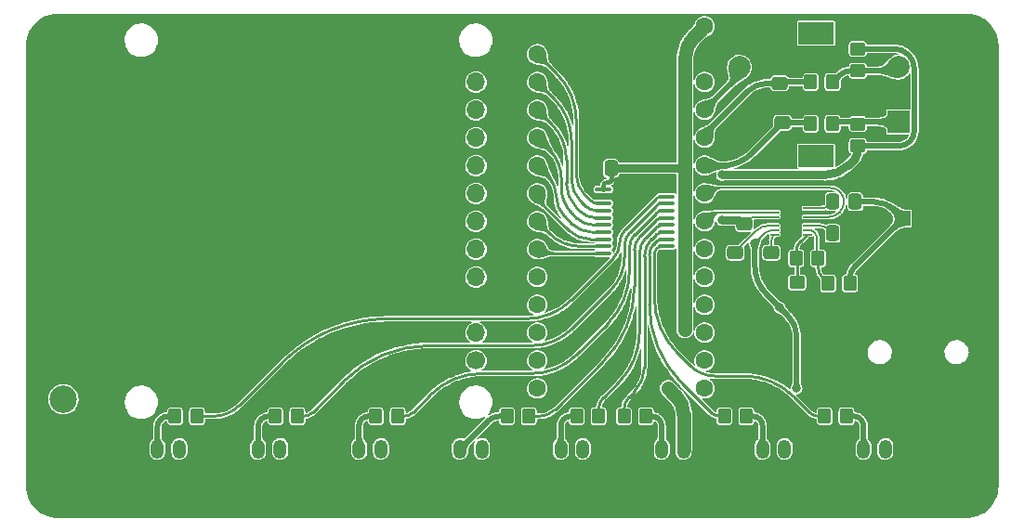
<source format=gbl>
%TF.GenerationSoftware,KiCad,Pcbnew,(6.0.6)*%
%TF.CreationDate,2022-06-26T20:30:04-07:00*%
%TF.ProjectId,led_controller-rounded,6c65645f-636f-46e7-9472-6f6c6c65722d,rev?*%
%TF.SameCoordinates,Original*%
%TF.FileFunction,Copper,L2,Bot*%
%TF.FilePolarity,Positive*%
%FSLAX46Y46*%
G04 Gerber Fmt 4.6, Leading zero omitted, Abs format (unit mm)*
G04 Created by KiCad (PCBNEW (6.0.6)) date 2022-06-26 20:30:04*
%MOMM*%
%LPD*%
G01*
G04 APERTURE LIST*
G04 Aperture macros list*
%AMRoundRect*
0 Rectangle with rounded corners*
0 $1 Rounding radius*
0 $2 $3 $4 $5 $6 $7 $8 $9 X,Y pos of 4 corners*
0 Add a 4 corners polygon primitive as box body*
4,1,4,$2,$3,$4,$5,$6,$7,$8,$9,$2,$3,0*
0 Add four circle primitives for the rounded corners*
1,1,$1+$1,$2,$3*
1,1,$1+$1,$4,$5*
1,1,$1+$1,$6,$7*
1,1,$1+$1,$8,$9*
0 Add four rect primitives between the rounded corners*
20,1,$1+$1,$2,$3,$4,$5,0*
20,1,$1+$1,$4,$5,$6,$7,0*
20,1,$1+$1,$6,$7,$8,$9,0*
20,1,$1+$1,$8,$9,$2,$3,0*%
G04 Aperture macros list end*
%TA.AperFunction,ComponentPad*%
%ADD10RoundRect,0.250000X-0.350000X-0.625000X0.350000X-0.625000X0.350000X0.625000X-0.350000X0.625000X0*%
%TD*%
%TA.AperFunction,ComponentPad*%
%ADD11O,1.200000X1.750000*%
%TD*%
%TA.AperFunction,ComponentPad*%
%ADD12R,2.500000X2.500000*%
%TD*%
%TA.AperFunction,ComponentPad*%
%ADD13C,2.500000*%
%TD*%
%TA.AperFunction,ComponentPad*%
%ADD14C,4.500000*%
%TD*%
%TA.AperFunction,ComponentPad*%
%ADD15C,1.700000*%
%TD*%
%TA.AperFunction,ComponentPad*%
%ADD16O,1.700000X1.700000*%
%TD*%
%TA.AperFunction,ComponentPad*%
%ADD17R,2.000000X2.000000*%
%TD*%
%TA.AperFunction,ComponentPad*%
%ADD18C,2.000000*%
%TD*%
%TA.AperFunction,ComponentPad*%
%ADD19R,3.200000X2.000000*%
%TD*%
%TA.AperFunction,ComponentPad*%
%ADD20C,1.600000*%
%TD*%
%TA.AperFunction,ComponentPad*%
%ADD21R,1.378000X1.378000*%
%TD*%
%TA.AperFunction,ComponentPad*%
%ADD22C,1.378000*%
%TD*%
%TA.AperFunction,SMDPad,CuDef*%
%ADD23RoundRect,0.250000X-0.350000X-0.450000X0.350000X-0.450000X0.350000X0.450000X-0.350000X0.450000X0*%
%TD*%
%TA.AperFunction,SMDPad,CuDef*%
%ADD24RoundRect,0.250000X0.450000X-0.350000X0.450000X0.350000X-0.450000X0.350000X-0.450000X-0.350000X0*%
%TD*%
%TA.AperFunction,SMDPad,CuDef*%
%ADD25RoundRect,0.250000X0.475000X-0.337500X0.475000X0.337500X-0.475000X0.337500X-0.475000X-0.337500X0*%
%TD*%
%TA.AperFunction,SMDPad,CuDef*%
%ADD26RoundRect,0.250000X-0.475000X0.337500X-0.475000X-0.337500X0.475000X-0.337500X0.475000X0.337500X0*%
%TD*%
%TA.AperFunction,SMDPad,CuDef*%
%ADD27RoundRect,0.250000X-0.337500X-0.475000X0.337500X-0.475000X0.337500X0.475000X-0.337500X0.475000X0*%
%TD*%
%TA.AperFunction,SMDPad,CuDef*%
%ADD28RoundRect,0.250000X0.350000X0.450000X-0.350000X0.450000X-0.350000X-0.450000X0.350000X-0.450000X0*%
%TD*%
%TA.AperFunction,SMDPad,CuDef*%
%ADD29RoundRect,0.050000X-0.337500X-0.050000X0.337500X-0.050000X0.337500X0.050000X-0.337500X0.050000X0*%
%TD*%
%TA.AperFunction,ComponentPad*%
%ADD30C,0.500000*%
%TD*%
%TA.AperFunction,SMDPad,CuDef*%
%ADD31R,1.780000X2.350000*%
%TD*%
%TA.AperFunction,SMDPad,CuDef*%
%ADD32RoundRect,0.250000X-0.450000X0.350000X-0.450000X-0.350000X0.450000X-0.350000X0.450000X0.350000X0*%
%TD*%
%TA.AperFunction,SMDPad,CuDef*%
%ADD33RoundRect,0.100000X0.637500X0.100000X-0.637500X0.100000X-0.637500X-0.100000X0.637500X-0.100000X0*%
%TD*%
%TA.AperFunction,SMDPad,CuDef*%
%ADD34RoundRect,0.250000X0.337500X0.475000X-0.337500X0.475000X-0.337500X-0.475000X0.337500X-0.475000X0*%
%TD*%
%TA.AperFunction,ViaPad*%
%ADD35C,0.800000*%
%TD*%
%TA.AperFunction,Conductor*%
%ADD36C,0.200000*%
%TD*%
%TA.AperFunction,Conductor*%
%ADD37C,0.508000*%
%TD*%
%TA.AperFunction,Conductor*%
%ADD38C,0.500000*%
%TD*%
%TA.AperFunction,Conductor*%
%ADD39C,0.762000*%
%TD*%
%TA.AperFunction,Conductor*%
%ADD40C,1.270000*%
%TD*%
%TA.AperFunction,Conductor*%
%ADD41C,0.381000*%
%TD*%
%TA.AperFunction,Conductor*%
%ADD42C,0.254000*%
%TD*%
%TA.AperFunction,Conductor*%
%ADD43C,0.250000*%
%TD*%
G04 APERTURE END LIST*
D10*
X127858810Y-126926000D03*
D11*
X129858810Y-126926000D03*
X131858810Y-126926000D03*
D12*
X93730000Y-118900000D03*
D13*
X93730000Y-122400000D03*
D10*
X100284922Y-126926000D03*
D11*
X102284922Y-126926000D03*
X104284922Y-126926000D03*
D14*
X176022000Y-90170000D03*
D10*
X164624000Y-126926000D03*
D11*
X166624000Y-126926000D03*
X168624000Y-126926000D03*
D14*
X93218000Y-130302000D03*
D15*
X131318000Y-118872000D03*
D16*
X131318000Y-116332000D03*
X131318000Y-113792000D03*
X131318000Y-111252000D03*
X131318000Y-108712000D03*
X131318000Y-106172000D03*
X131318000Y-103632000D03*
X131318000Y-101092000D03*
X131318000Y-98552000D03*
X131318000Y-96012000D03*
X131318000Y-93472000D03*
D14*
X93218000Y-90170000D03*
D10*
X137050106Y-126926000D03*
D11*
X139050106Y-126926000D03*
X141050106Y-126926000D03*
D10*
X146241402Y-126926000D03*
D11*
X148241402Y-126926000D03*
X150241402Y-126926000D03*
D10*
X109476218Y-126926000D03*
D11*
X111476218Y-126926000D03*
X113476218Y-126926000D03*
D17*
X169810000Y-97115000D03*
D18*
X169810000Y-92115000D03*
X169810000Y-94615000D03*
D19*
X162310000Y-100215000D03*
X162310000Y-89015000D03*
D18*
X155310000Y-92115000D03*
X155310000Y-97115000D03*
D20*
X136906000Y-88392000D03*
X136906000Y-90932000D03*
X136906000Y-93472000D03*
X136906000Y-96012000D03*
X136906000Y-98552000D03*
X136906000Y-101092000D03*
X136906000Y-103632000D03*
X136906000Y-106172000D03*
X136906000Y-108712000D03*
X136906000Y-111252000D03*
X136906000Y-113792000D03*
X136906000Y-116332000D03*
X136906000Y-118872000D03*
X136906000Y-121412000D03*
X152146000Y-121412000D03*
X152146000Y-118872000D03*
X152146000Y-116332000D03*
X152146000Y-113792000D03*
X152146000Y-111252000D03*
X152146000Y-108712000D03*
X152146000Y-106172000D03*
X152146000Y-103632000D03*
X152146000Y-101092000D03*
X152146000Y-98552000D03*
X152146000Y-96012000D03*
X152146000Y-93472000D03*
X152146000Y-90932000D03*
X152146000Y-88392000D03*
D21*
X170212000Y-105918000D03*
D22*
X170212000Y-108458000D03*
D10*
X118667514Y-126926000D03*
D11*
X120667514Y-126926000D03*
X122667514Y-126926000D03*
D14*
X176022000Y-130302000D03*
D10*
X155432698Y-126926000D03*
D11*
X157432698Y-126926000D03*
X159432698Y-126926000D03*
D23*
X113046000Y-123952000D03*
X115046000Y-123952000D03*
X134144000Y-123952000D03*
X136144000Y-123952000D03*
D24*
X166116000Y-99298000D03*
X166116000Y-97298000D03*
D23*
X161814000Y-93472000D03*
X163814000Y-93472000D03*
D25*
X155765000Y-106402500D03*
X155765000Y-104327500D03*
D26*
X158242000Y-109026500D03*
X158242000Y-111101500D03*
D24*
X160591000Y-113742000D03*
X160591000Y-111742000D03*
D27*
X163808500Y-104394000D03*
X165883500Y-104394000D03*
D23*
X103902000Y-123952000D03*
X105902000Y-123952000D03*
D28*
X146812000Y-123952000D03*
X144812000Y-123952000D03*
D29*
X158532500Y-107372000D03*
X158532500Y-106972000D03*
X158532500Y-106572000D03*
X158532500Y-106172000D03*
X158532500Y-105772000D03*
X158532500Y-105372000D03*
X158532500Y-104972000D03*
X161507500Y-104972000D03*
X161507500Y-105372000D03*
X161507500Y-105772000D03*
X161507500Y-106172000D03*
X161507500Y-106572000D03*
X161507500Y-106972000D03*
X161507500Y-107372000D03*
D30*
X160660000Y-107097000D03*
D31*
X160020000Y-106172000D03*
D30*
X159380000Y-107097000D03*
X159380000Y-106172000D03*
X160660000Y-106172000D03*
X159380000Y-105247000D03*
X160660000Y-105247000D03*
D32*
X166116000Y-90440000D03*
X166116000Y-92440000D03*
D33*
X148658500Y-103247000D03*
X148658500Y-103897000D03*
X148658500Y-104547000D03*
X148658500Y-105197000D03*
X148658500Y-105847000D03*
X148658500Y-106497000D03*
X148658500Y-107147000D03*
X148658500Y-107797000D03*
X148658500Y-108447000D03*
X148658500Y-109097000D03*
X142933500Y-109097000D03*
X142933500Y-108447000D03*
X142933500Y-107797000D03*
X142933500Y-107147000D03*
X142933500Y-106497000D03*
X142933500Y-105847000D03*
X142933500Y-105197000D03*
X142933500Y-104547000D03*
X142933500Y-103897000D03*
X142933500Y-103247000D03*
D34*
X143637000Y-101346000D03*
X141562000Y-101346000D03*
D28*
X165084000Y-123952000D03*
X163084000Y-123952000D03*
X163814000Y-97282000D03*
X161814000Y-97282000D03*
D25*
X159258000Y-99249500D03*
X159258000Y-97174500D03*
D23*
X160491000Y-109556000D03*
X162491000Y-109556000D03*
D25*
X154940000Y-111101500D03*
X154940000Y-109026500D03*
D28*
X165401000Y-111842000D03*
X163401000Y-111842000D03*
X155956000Y-123952000D03*
X153956000Y-123952000D03*
D23*
X122190000Y-123952000D03*
X124190000Y-123952000D03*
D34*
X165883500Y-107270000D03*
X163808500Y-107270000D03*
D26*
X159004000Y-91504500D03*
X159004000Y-93579500D03*
D23*
X140494000Y-123952000D03*
X142494000Y-123952000D03*
D35*
X113700000Y-111047000D03*
X116700000Y-93047000D03*
X128700000Y-102047000D03*
X176700000Y-99047000D03*
X164700000Y-99047000D03*
X125700000Y-126047000D03*
X110700000Y-93047000D03*
X104700000Y-111047000D03*
X176700000Y-120047000D03*
X122700000Y-108047000D03*
X98700000Y-90047000D03*
X164700000Y-90047000D03*
X101700000Y-120047000D03*
X98700000Y-111047000D03*
X176700000Y-108047000D03*
X119700000Y-93047000D03*
X173700000Y-105047000D03*
X98700000Y-120047000D03*
X116700000Y-99047000D03*
X173700000Y-93047000D03*
X101700000Y-108047000D03*
X173700000Y-126047000D03*
X122700000Y-96047000D03*
X128700000Y-123047000D03*
X110700000Y-99047000D03*
X176700000Y-111047000D03*
X140716000Y-116840000D03*
X167700000Y-111047000D03*
X125700000Y-90047000D03*
X113700000Y-102047000D03*
X146700000Y-96047000D03*
X119700000Y-108047000D03*
X98700000Y-114047000D03*
X125700000Y-108047000D03*
X116700000Y-114047000D03*
X128700000Y-108047000D03*
X122700000Y-90047000D03*
X125700000Y-111047000D03*
X119700000Y-117047000D03*
X101700000Y-105047000D03*
X104700000Y-114047000D03*
X119700000Y-114047000D03*
X107700000Y-96047000D03*
X110700000Y-120047000D03*
X101700000Y-111047000D03*
X128700000Y-90047000D03*
X176700000Y-126047000D03*
X113700000Y-108047000D03*
X98700000Y-117047000D03*
X125700000Y-99047000D03*
X134700000Y-93047000D03*
X146700000Y-93047000D03*
X104700000Y-102047000D03*
X98700000Y-99047000D03*
X98700000Y-102047000D03*
X116700000Y-111047000D03*
X110700000Y-96047000D03*
X125700000Y-93047000D03*
X122700000Y-111047000D03*
X146700000Y-90047000D03*
X107700000Y-117047000D03*
X101700000Y-96047000D03*
X104700000Y-93047000D03*
X158700000Y-90047000D03*
X119700000Y-90047000D03*
X119700000Y-99047000D03*
X167700000Y-96047000D03*
X173700000Y-114047000D03*
X161700000Y-126047000D03*
X107700000Y-90047000D03*
X107700000Y-93047000D03*
X116700000Y-102047000D03*
X122700000Y-99047000D03*
X107700000Y-105047000D03*
X176700000Y-96047000D03*
X107700000Y-111047000D03*
X170700000Y-111047000D03*
X98700000Y-96047000D03*
X110700000Y-111047000D03*
X113700000Y-114047000D03*
X122700000Y-120047000D03*
X98700000Y-123047000D03*
X101700000Y-99047000D03*
X104700000Y-99047000D03*
X143700000Y-126047000D03*
X110700000Y-108047000D03*
X173700000Y-96047000D03*
X128700000Y-114047000D03*
X119700000Y-111047000D03*
X107700000Y-120047000D03*
X140700000Y-90047000D03*
X107700000Y-108047000D03*
X176700000Y-93047000D03*
X122700000Y-93047000D03*
X140716000Y-114046000D03*
X119700000Y-105047000D03*
X98700000Y-105047000D03*
X98700000Y-108047000D03*
X104700000Y-105047000D03*
X116700000Y-105047000D03*
X173700000Y-108047000D03*
X125700000Y-96047000D03*
X143700000Y-96047000D03*
X116700000Y-96047000D03*
X104700000Y-90047000D03*
X134700000Y-126047000D03*
X116700000Y-90047000D03*
X98700000Y-93047000D03*
X170700000Y-126047000D03*
X122700000Y-102047000D03*
X113700000Y-105047000D03*
X170700000Y-117047000D03*
X107700000Y-114047000D03*
X176700000Y-105047000D03*
X173700000Y-117047000D03*
X113700000Y-99047000D03*
X173700000Y-111047000D03*
X176700000Y-117047000D03*
X101700000Y-93047000D03*
X101700000Y-102047000D03*
X104700000Y-108047000D03*
X107700000Y-102047000D03*
X113700000Y-96047000D03*
X152700000Y-126047000D03*
X113700000Y-90047000D03*
X176700000Y-123047000D03*
X125700000Y-105047000D03*
X125700000Y-102047000D03*
X167700000Y-123047000D03*
X146700000Y-99047000D03*
X170700000Y-102047000D03*
X125700000Y-120047000D03*
X107700000Y-126047000D03*
X122700000Y-114047000D03*
X155700000Y-90047000D03*
X128700000Y-99047000D03*
X170700000Y-120047000D03*
X107700000Y-99047000D03*
X140700000Y-93047000D03*
X143700000Y-90047000D03*
X134700000Y-90047000D03*
X173700000Y-99047000D03*
X128700000Y-96047000D03*
X113700000Y-117047000D03*
X104700000Y-96047000D03*
X113700000Y-93047000D03*
X116700000Y-108047000D03*
X110700000Y-102047000D03*
X122700000Y-105047000D03*
X119700000Y-123047000D03*
X104700000Y-120047000D03*
X110700000Y-90047000D03*
X140700000Y-111047000D03*
X128700000Y-105047000D03*
X170700000Y-129047000D03*
X104700000Y-117047000D03*
X107700000Y-123047000D03*
X119700000Y-96047000D03*
X110700000Y-114047000D03*
X128700000Y-93047000D03*
X116700000Y-126047000D03*
X170700000Y-123047000D03*
X110700000Y-117047000D03*
X101700000Y-117047000D03*
X101700000Y-114047000D03*
X173700000Y-102047000D03*
X116700000Y-120047000D03*
X176700000Y-102047000D03*
X167700000Y-102047000D03*
X128700000Y-111047000D03*
X143700000Y-93047000D03*
X110700000Y-105047000D03*
X125700000Y-114047000D03*
X159004000Y-115824000D03*
X119700000Y-102047000D03*
X159004000Y-114046000D03*
X156718000Y-108204000D03*
X160533714Y-121406286D03*
X153729489Y-101945500D03*
X153729489Y-106071501D03*
X148844000Y-121412000D03*
X150368000Y-116078000D03*
D36*
X162821792Y-104972000D02*
X161507500Y-104972000D01*
X163519500Y-104683000D02*
X163808500Y-104394000D01*
X162821792Y-104971996D02*
G75*
G03*
X163519499Y-104682999I8J986696D01*
G01*
D37*
X170212000Y-105918000D02*
X169450000Y-105156000D01*
X170212000Y-105918000D02*
X165794504Y-110335495D01*
X165401000Y-111285500D02*
X165401000Y-111842000D01*
X167610369Y-104394000D02*
X165883500Y-104394000D01*
X165400997Y-111285500D02*
G75*
G02*
X165794504Y-110335495I1343503J0D01*
G01*
X167610369Y-104394013D02*
G75*
G02*
X169450000Y-105156000I31J-2601587D01*
G01*
D36*
X158242000Y-107867914D02*
X158242000Y-109026500D01*
X158387250Y-107517250D02*
X158532500Y-107372000D01*
X158242007Y-107867914D02*
G75*
G02*
X158387251Y-107517251I495893J14D01*
G01*
X162616939Y-106572000D02*
X161507500Y-106572000D01*
X163459500Y-106921000D02*
X163808500Y-107270000D01*
X162616939Y-106571984D02*
G75*
G02*
X163459500Y-106921000I-39J-1191616D01*
G01*
X156910266Y-106995733D02*
X154961389Y-108944610D01*
X157933250Y-106572000D02*
X158532500Y-106572000D01*
X154940000Y-108996250D02*
X154940000Y-109026500D01*
X156910245Y-106995712D02*
G75*
G02*
X157933250Y-106572000I1022955J-1022988D01*
G01*
X154940026Y-108996250D02*
G75*
G02*
X154961389Y-108944610I72974J50D01*
G01*
D38*
X161760250Y-97228250D02*
X161814000Y-97282000D01*
D37*
X153743250Y-101092000D02*
X152146000Y-101092000D01*
D38*
X159258000Y-97174500D02*
X161630486Y-97174500D01*
D37*
X156469926Y-99962573D02*
X159258000Y-97174500D01*
X153743250Y-101092035D02*
G75*
G03*
X156469926Y-99962573I-50J3856135D01*
G01*
D38*
X161630486Y-97174506D02*
G75*
G02*
X161760250Y-97228250I14J-183494D01*
G01*
D37*
X159187513Y-93472000D02*
X161814000Y-93472000D01*
D38*
X158927986Y-93579500D02*
X157899790Y-93579500D01*
X156014786Y-94360293D02*
X152260169Y-98114911D01*
X152146000Y-98390540D02*
X152146000Y-98552000D01*
D37*
X159057746Y-93525746D02*
G75*
G02*
X159187513Y-93472000I129754J-129754D01*
G01*
D38*
X156014791Y-94360298D02*
G75*
G02*
X157899790Y-93579500I1885009J-1885002D01*
G01*
D37*
X158927986Y-93579494D02*
G75*
G03*
X159057750Y-93525750I14J183494D01*
G01*
D38*
X152146029Y-98390540D02*
G75*
G02*
X152260169Y-98114911I389771J40D01*
G01*
D37*
X169874760Y-99298000D02*
X166552011Y-99298000D01*
D36*
X156080249Y-106087249D02*
X155930499Y-106237000D01*
D39*
X163085069Y-101945500D02*
X153729489Y-101945500D01*
D37*
X156718000Y-110143553D02*
X156718000Y-108204000D01*
D39*
X155199949Y-106071501D02*
X153729489Y-106071501D01*
D37*
X159768857Y-114810857D02*
X159004000Y-114046000D01*
X160533714Y-116657385D02*
X160533714Y-121406286D01*
D36*
X157744055Y-107177944D02*
X156718000Y-108204000D01*
D39*
X165228260Y-101057760D02*
X165807693Y-100478328D01*
D36*
X158241250Y-106972000D02*
X158532500Y-106972000D01*
D37*
X169431896Y-90440000D02*
X166116000Y-90440000D01*
X171263511Y-97909249D02*
X171263511Y-92271614D01*
D36*
X156841330Y-105772000D02*
X158532500Y-105772000D01*
D37*
X157861000Y-112903000D02*
X159004000Y-114046000D01*
X170856722Y-98891211D02*
G75*
G03*
X171263511Y-97909249I-981922J982011D01*
G01*
X169431896Y-90439999D02*
G75*
G02*
X170727042Y-90976468I4J-1831601D01*
G01*
X160533716Y-116657385D02*
G75*
G03*
X159768857Y-114810857I-2611416J-15D01*
G01*
X166116000Y-99734011D02*
G75*
G02*
X166552011Y-99298000I436000J11D01*
G01*
D36*
X156080241Y-106087241D02*
G75*
G02*
X156841330Y-105772000I761059J-761059D01*
G01*
D37*
X157860986Y-112903014D02*
G75*
G02*
X156718000Y-110143553I2759414J2759414D01*
G01*
D39*
X165807683Y-100478318D02*
G75*
G03*
X166116000Y-99734011I-744283J744318D01*
G01*
X155199949Y-106071522D02*
G75*
G02*
X155599500Y-106237000I51J-564978D01*
G01*
D37*
X171263501Y-92271614D02*
G75*
G03*
X170727042Y-90976468I-1831601J14D01*
G01*
D36*
X157744039Y-107177928D02*
G75*
G02*
X158241250Y-106972000I497161J-497172D01*
G01*
D39*
X155930498Y-106236999D02*
G75*
G02*
X155599500Y-106237000I-165499J165499D01*
G01*
D37*
X169874760Y-99297957D02*
G75*
G03*
X170856755Y-98891244I40J1388757D01*
G01*
D39*
X163085069Y-101945485D02*
G75*
G03*
X165228259Y-101057759I31J3030885D01*
G01*
D40*
X151257000Y-89281000D02*
X152146000Y-88392000D01*
X150368000Y-116078000D02*
X150368000Y-101779605D01*
X150368000Y-91427235D02*
X150368000Y-101420394D01*
D39*
X143637000Y-101346000D02*
X149934394Y-101346000D01*
D40*
X150368000Y-101420394D02*
X150368000Y-101779605D01*
D41*
X143637000Y-101346000D02*
X143637000Y-102399197D01*
X142933500Y-102949739D02*
X142933500Y-103247000D01*
X143420197Y-102616000D02*
X143267239Y-102616000D01*
D40*
X149542701Y-122110701D02*
X148844000Y-121412000D01*
X150241402Y-123797514D02*
X150241402Y-126926000D01*
D41*
X143031238Y-102713738D02*
G75*
G02*
X143267239Y-102616000I235962J-235962D01*
G01*
X143573501Y-102552501D02*
G75*
G03*
X143637000Y-102399197I-153301J153301D01*
G01*
X143420197Y-102615998D02*
G75*
G03*
X143573499Y-102552499I3J216798D01*
G01*
D40*
X150241395Y-123797514D02*
G75*
G03*
X149542701Y-122110701I-2385495J14D01*
G01*
D41*
X142933517Y-102949739D02*
G75*
G02*
X143031250Y-102713750I333683J39D01*
G01*
D39*
X149934394Y-101346003D02*
G75*
G02*
X150240999Y-101473001I6J-433597D01*
G01*
X150367987Y-101420394D02*
G75*
G02*
X150241000Y-101473000I-74387J-6D01*
G01*
D40*
X150368015Y-91427235D02*
G75*
G02*
X151257000Y-89281000I3035185J35D01*
G01*
D38*
X102284922Y-124950790D02*
X102284922Y-126926000D01*
X103283712Y-123952000D02*
X103902000Y-123952000D01*
X102577453Y-124244531D02*
G75*
G02*
X103283712Y-123952000I706247J-706269D01*
G01*
X102284912Y-124950790D02*
G75*
G02*
X102577461Y-124244539I998788J-10D01*
G01*
X111476218Y-124870051D02*
X111476218Y-126926000D01*
X112394269Y-123952000D02*
X113046000Y-123952000D01*
X111745135Y-124220917D02*
G75*
G02*
X112394269Y-123952000I649165J-649083D01*
G01*
X111476264Y-124870051D02*
G75*
G02*
X111745110Y-124220892I918036J51D01*
G01*
D37*
X121504825Y-123952000D02*
X122190000Y-123952000D01*
X120667514Y-124789311D02*
X120667514Y-126926000D01*
X120912746Y-124197232D02*
G75*
G02*
X121504825Y-123952000I592054J-592068D01*
G01*
X120667515Y-124789311D02*
G75*
G02*
X120912757Y-124197243I837285J11D01*
G01*
X132369234Y-124415575D02*
X129858810Y-126926000D01*
X133488405Y-123952000D02*
X134144000Y-123952000D01*
X132369242Y-124415583D02*
G75*
G02*
X133488405Y-123952000I1119158J-1119117D01*
G01*
D38*
X139050106Y-124819210D02*
X139050106Y-126926000D01*
X139917316Y-123952000D02*
X140494000Y-123952000D01*
X139304100Y-124205994D02*
G75*
G02*
X139917316Y-123952000I613200J-613206D01*
G01*
X139050109Y-124819210D02*
G75*
G02*
X139304106Y-124206000I867191J10D01*
G01*
X147374191Y-123952000D02*
X146812000Y-123952000D01*
X148241402Y-124819210D02*
X148241402Y-126926000D01*
X147374191Y-123952003D02*
G75*
G02*
X147987402Y-124206000I9J-867197D01*
G01*
X148241397Y-124819210D02*
G75*
G03*
X147987402Y-124206000I-867197J10D01*
G01*
X156565487Y-123952000D02*
X155956000Y-123952000D01*
X157432698Y-124819210D02*
X157432698Y-126926000D01*
X156565487Y-123952006D02*
G75*
G02*
X157178698Y-124206000I13J-867194D01*
G01*
X157432694Y-124819210D02*
G75*
G03*
X157178698Y-124206000I-867194J10D01*
G01*
X166624000Y-124819210D02*
X166624000Y-126926000D01*
X165756789Y-123952000D02*
X165084000Y-123952000D01*
X166623995Y-124819210D02*
G75*
G03*
X166369999Y-124206001I-867195J10D01*
G01*
X165756789Y-123952005D02*
G75*
G02*
X166369999Y-124206001I11J-867195D01*
G01*
D42*
X162491000Y-110288532D02*
X162491000Y-109642267D01*
X162946000Y-111387000D02*
X163401000Y-111842000D01*
D36*
X161748397Y-106972000D02*
X161507500Y-106972000D01*
X162369000Y-109347732D02*
X162369000Y-107620196D01*
X162159635Y-107142340D02*
X162179147Y-107161852D01*
X162491013Y-109642267D02*
G75*
G03*
X162430000Y-109495000I-208313J-33D01*
G01*
X162369001Y-107620196D02*
G75*
G03*
X162179147Y-107161852I-648201J-4D01*
G01*
X162430010Y-109494990D02*
G75*
G02*
X162369000Y-109347732I147290J147290D01*
G01*
D42*
X162946010Y-111386990D02*
G75*
G02*
X162491000Y-110288532I1098490J1098490D01*
G01*
D36*
X161748397Y-106972009D02*
G75*
G02*
X162159634Y-107142341I3J-581591D01*
G01*
D37*
X163897500Y-97198500D02*
X163814000Y-97282000D01*
X164099086Y-97115000D02*
X169810000Y-97115000D01*
X163897504Y-97198504D02*
G75*
G02*
X164099086Y-97115000I201596J-201596D01*
G01*
X165481000Y-92440000D02*
X166116000Y-92440000D01*
X166116000Y-92440000D02*
X169255190Y-92440000D01*
X164396987Y-92889012D02*
X163814000Y-93472000D01*
X169647500Y-92277500D02*
X169810000Y-92115000D01*
X169255190Y-92439995D02*
G75*
G03*
X169647499Y-92277499I10J554795D01*
G01*
X164396993Y-92889018D02*
G75*
G02*
X165481000Y-92440000I1084007J-1083982D01*
G01*
D43*
X107336193Y-123952000D02*
X105902000Y-123952000D01*
D42*
X143866782Y-109504407D02*
X140042183Y-113329007D01*
D43*
X123295298Y-115062000D02*
X135858369Y-115062000D01*
D42*
X144931945Y-106932864D02*
X147723614Y-104141195D01*
X148313155Y-103897000D02*
X148658500Y-103897000D01*
D43*
X113675901Y-119046484D02*
X109784513Y-122937872D01*
X107336193Y-123951979D02*
G75*
G03*
X109784513Y-122937872I7J3462479D01*
G01*
D42*
X147723645Y-104141226D02*
G75*
G02*
X148313155Y-103897000I589555J-589474D01*
G01*
X135858369Y-115061979D02*
G75*
G03*
X140042183Y-113329007I31J5916779D01*
G01*
X144399382Y-108218640D02*
G75*
G02*
X144931946Y-106932865I1818318J40D01*
G01*
X143866812Y-109504437D02*
G75*
G03*
X144399360Y-108218640I-1285812J1285737D01*
G01*
D43*
X113675899Y-119046482D02*
G75*
G02*
X123295298Y-115062000I9619401J-9619418D01*
G01*
D42*
X115562000Y-123952000D02*
X115046000Y-123952000D01*
X148313155Y-104547000D02*
X148658500Y-104547000D01*
X145368226Y-107146583D02*
X147723614Y-104791195D01*
D43*
X127077737Y-117508503D02*
X136388096Y-117508503D01*
D42*
X144852880Y-109420525D02*
X144852875Y-108390760D01*
D43*
X143609365Y-112422634D02*
X140033452Y-115998547D01*
X116442867Y-123587132D02*
X119299748Y-120730251D01*
X115562000Y-123952009D02*
G75*
G03*
X116442867Y-123587132I0J1245709D01*
G01*
X119299738Y-120730241D02*
G75*
G02*
X127077737Y-117508503I7777962J-7777959D01*
G01*
D42*
X143609365Y-112422634D02*
G75*
G03*
X144852880Y-109420525I-3002165J3002134D01*
G01*
X144852913Y-108390760D02*
G75*
G02*
X145368226Y-107146583I1759487J60D01*
G01*
X147723645Y-104791226D02*
G75*
G02*
X148313155Y-104547000I589555J-589474D01*
G01*
D43*
X136388096Y-117508502D02*
G75*
G03*
X140033452Y-115998547I4J5155302D01*
G01*
D42*
X127173744Y-122000255D02*
X125586867Y-123587132D01*
X136381673Y-120048511D02*
X131885672Y-120048511D01*
X143304866Y-115521132D02*
X140471590Y-118354411D01*
X145306400Y-110689005D02*
X145306400Y-108546475D01*
X147723614Y-105441195D02*
X145792935Y-107371875D01*
X124706000Y-123952000D02*
X124190000Y-123952000D01*
X148313155Y-105197000D02*
X148658500Y-105197000D01*
X143304873Y-115521139D02*
G75*
G03*
X145306400Y-110689005I-4832173J4832139D01*
G01*
X127173755Y-122000266D02*
G75*
G02*
X131885672Y-120048511I4711945J-4711934D01*
G01*
X136381673Y-120048492D02*
G75*
G03*
X140471589Y-118354410I27J5783992D01*
G01*
X147723645Y-105441226D02*
G75*
G02*
X148313155Y-105197000I589555J-589474D01*
G01*
X145306372Y-108546475D02*
G75*
G02*
X145792935Y-107371875I1661128J-25D01*
G01*
X124706000Y-123952009D02*
G75*
G03*
X125586867Y-123587132I0J1245709D01*
G01*
X148313155Y-105847000D02*
X148658500Y-105847000D01*
X146289560Y-107525246D02*
X147723614Y-106091195D01*
X137033000Y-123952000D02*
X136144000Y-123952000D01*
X138550617Y-123323382D02*
X142910566Y-118963433D01*
X145759920Y-108803911D02*
X145759920Y-112084485D01*
X142910578Y-118963445D02*
G75*
G03*
X145759920Y-112084485I-6878978J6878945D01*
G01*
X147723645Y-106091226D02*
G75*
G02*
X148313155Y-105847000I589555J-589474D01*
G01*
X137033000Y-123952009D02*
G75*
G03*
X138550616Y-123323381I0J2146209D01*
G01*
X145759921Y-108803911D02*
G75*
G02*
X146289561Y-107525247I1808279J11D01*
G01*
X146213440Y-109100087D02*
X146213440Y-116332518D01*
X147723614Y-106741195D02*
X146813573Y-107651237D01*
X142943012Y-122232987D02*
X144353720Y-120822280D01*
X142494000Y-123317000D02*
X142494000Y-123952000D01*
X148313155Y-106497000D02*
X148658500Y-106497000D01*
X144353723Y-120822283D02*
G75*
G03*
X146213440Y-116332518I-4489823J4489783D01*
G01*
X146213424Y-109100087D02*
G75*
G02*
X146813573Y-107651237I2048976J-13D01*
G01*
X147723645Y-106741226D02*
G75*
G02*
X148313155Y-106497000I589555J-589474D01*
G01*
X142493992Y-123317000D02*
G75*
G02*
X142943012Y-122232987I1533008J0D01*
G01*
X145739479Y-121722519D02*
X145272326Y-122189673D01*
X146666960Y-109367689D02*
X146666960Y-119483385D01*
X147317384Y-107797424D02*
X147723614Y-107391195D01*
X148313155Y-107147000D02*
X148658500Y-107147000D01*
X144812000Y-123301000D02*
X144812000Y-123952000D01*
X144811984Y-123301000D02*
G75*
G02*
X145272326Y-122189673I1571616J0D01*
G01*
X146666937Y-109367689D02*
G75*
G02*
X147317384Y-107797424I2220663J-11D01*
G01*
X147723645Y-107391226D02*
G75*
G02*
X148313155Y-107147000I589555J-589474D01*
G01*
X145739497Y-121722537D02*
G75*
G03*
X146666960Y-119483385I-2239197J2239137D01*
G01*
X153524436Y-123952000D02*
X153956000Y-123952000D01*
X147120480Y-109243482D02*
X147120480Y-113756489D01*
X148313155Y-107797000D02*
X148658500Y-107797000D01*
X147544144Y-108220664D02*
X147723614Y-108041195D01*
X152787710Y-123646838D02*
X150106676Y-120965804D01*
X147120478Y-109243482D02*
G75*
G02*
X147544144Y-108220664I1446522J-18D01*
G01*
X147723645Y-108041226D02*
G75*
G02*
X148313155Y-107797000I589555J-589474D01*
G01*
X153524436Y-123951970D02*
G75*
G02*
X152787711Y-123646837I-36J1041870D01*
G01*
X150106669Y-120965811D02*
G75*
G02*
X147120480Y-113756489I7209331J7209311D01*
G01*
X148246275Y-108447000D02*
X148658500Y-108447000D01*
X149677744Y-118181744D02*
X150822292Y-119326295D01*
X147574000Y-113102855D02*
X147574000Y-109119275D01*
X162568000Y-123952000D02*
X163084000Y-123952000D01*
X161687132Y-123587132D02*
X160218744Y-122118744D01*
X153137987Y-120285489D02*
X155792874Y-120285489D01*
X162568000Y-123952010D02*
G75*
G02*
X161687132Y-123587132I0J1245710D01*
G01*
X147770912Y-108643912D02*
G75*
G02*
X148246275Y-108447000I475388J-475388D01*
G01*
X149677729Y-118181759D02*
G75*
G02*
X147574000Y-113102855I5078871J5078859D01*
G01*
X153137987Y-120285496D02*
G75*
G02*
X150822292Y-119326295I13J3274896D01*
G01*
X147573990Y-109119275D02*
G75*
G02*
X147770905Y-108643905I672310J-25D01*
G01*
X155792874Y-120285503D02*
G75*
G02*
X160218744Y-122118744I26J-6259097D01*
G01*
X161494240Y-107398520D02*
X161507500Y-107398520D01*
X160903773Y-107975726D02*
X161471603Y-107407896D01*
X160491000Y-108972250D02*
X160491000Y-109485289D01*
X160591000Y-109726710D02*
X160591000Y-111742000D01*
X160540997Y-109606003D02*
G75*
G02*
X160491000Y-109485289I120703J120703D01*
G01*
X160590995Y-109726710D02*
G75*
G03*
X160541000Y-109606000I-170695J10D01*
G01*
X161471590Y-107407883D02*
G75*
G02*
X161494240Y-107398520I22610J-22617D01*
G01*
X160491036Y-108972250D02*
G75*
G02*
X160903773Y-107975726I1409264J50D01*
G01*
D38*
X155050845Y-93107154D02*
X152146000Y-96012000D01*
X155310000Y-92481500D02*
X155310000Y-92115000D01*
X155050844Y-93107153D02*
G75*
G03*
X155310000Y-92481500I-625644J625653D01*
G01*
D36*
X152545999Y-105772000D02*
X152146000Y-106172000D01*
X153511683Y-105372000D02*
X158532500Y-105372000D01*
X152546004Y-105772005D02*
G75*
G02*
X153511683Y-105372000I965696J-965695D01*
G01*
X163436165Y-105772000D02*
X161507500Y-105772000D01*
X163620532Y-103124000D02*
X153013210Y-103124000D01*
X152400000Y-103378000D02*
X152146000Y-103632000D01*
X164433068Y-105359068D02*
X164455579Y-105336558D01*
X164846000Y-104394000D02*
X164846000Y-104349467D01*
X163620532Y-103123987D02*
G75*
G02*
X164487069Y-103482931I-32J-1225513D01*
G01*
X163436165Y-105771984D02*
G75*
G03*
X164433068Y-105359068I35J1409784D01*
G01*
X164846013Y-104349467D02*
G75*
G03*
X164487069Y-103482931I-1225513J-33D01*
G01*
X164455584Y-105336563D02*
G75*
G03*
X164846000Y-104394000I-942584J942563D01*
G01*
X152399997Y-103377997D02*
G75*
G02*
X153013210Y-103124000I613203J-613203D01*
G01*
D42*
X137098500Y-108904500D02*
X136906000Y-108712000D01*
X137563236Y-109097000D02*
X142933500Y-109097000D01*
X137563236Y-109096985D02*
G75*
G02*
X137098500Y-108904500I-36J657185D01*
G01*
X138043500Y-107309500D02*
X136906000Y-106172000D01*
X140789667Y-108447000D02*
X142933500Y-108447000D01*
X140789667Y-108447013D02*
G75*
G02*
X138043500Y-107309500I33J3883713D01*
G01*
X141748250Y-107797000D02*
X142933500Y-107797000D01*
X136906000Y-103886000D02*
X136906000Y-103632000D01*
X137085605Y-104319605D02*
X139724901Y-106958901D01*
X141748250Y-107797049D02*
G75*
G02*
X139724901Y-106958901I50J2861449D01*
G01*
X137085607Y-104319603D02*
G75*
G02*
X136906000Y-103886000I433593J433603D01*
G01*
X139411250Y-105756250D02*
X140048400Y-106393400D01*
X137884607Y-102070607D02*
X136906000Y-101092000D01*
X141867750Y-107147000D02*
X142933500Y-107147000D01*
X138647912Y-103913429D02*
G75*
G03*
X137884606Y-102070608I-2606112J29D01*
G01*
X141867750Y-107147020D02*
G75*
G02*
X140048400Y-106393400I50J2573020D01*
G01*
X139411259Y-105756241D02*
G75*
G02*
X138647929Y-103913429I1842841J1842841D01*
G01*
X142019000Y-106497000D02*
X142933500Y-106497000D01*
X140457850Y-105850350D02*
X140102970Y-105495470D01*
X138003720Y-99649720D02*
X136906000Y-98552000D01*
X139101440Y-102299850D02*
X139101440Y-103077562D01*
X139101478Y-102299850D02*
G75*
G03*
X138003720Y-99649720I-3747878J-50D01*
G01*
X142019000Y-106496999D02*
G75*
G02*
X140457850Y-105850350I0J2207799D01*
G01*
X140102947Y-105495493D02*
G75*
G02*
X139101440Y-103077562I2417953J2417893D01*
G01*
X140480980Y-104920980D02*
X140867300Y-105307300D01*
X142170250Y-105847000D02*
X142933500Y-105847000D01*
X138230480Y-97336480D02*
X136906000Y-96012000D01*
X139554960Y-102685369D02*
X139554960Y-100534057D01*
X142170250Y-105847020D02*
G75*
G02*
X140867300Y-105307300I50J1842720D01*
G01*
X140480963Y-104920997D02*
G75*
G02*
X139554960Y-102685369I2235637J2235597D01*
G01*
X139554989Y-100534057D02*
G75*
G03*
X138230480Y-97336480I-4522089J-43D01*
G01*
X138457240Y-95023240D02*
X136906000Y-93472000D01*
X142321500Y-105197000D02*
X142933500Y-105197000D01*
X140008480Y-102293177D02*
X140008480Y-98768264D01*
X140858990Y-104346490D02*
X141276750Y-104764250D01*
X140858979Y-104346501D02*
G75*
G02*
X140008480Y-102293177I2053321J2053301D01*
G01*
X142321500Y-105196999D02*
G75*
G02*
X141276750Y-104764250I0J1477499D01*
G01*
X140008500Y-98768264D02*
G75*
G03*
X138457240Y-95023240I-5296300J-36D01*
G01*
X142472750Y-104547000D02*
X142933500Y-104547000D01*
X141237000Y-103772000D02*
X141686200Y-104221200D01*
X140462000Y-101900984D02*
X140462000Y-97002471D01*
X138684000Y-92710000D02*
X136906000Y-90932000D01*
X141236995Y-103772005D02*
G75*
G02*
X140462000Y-101900984I1871005J1871005D01*
G01*
X140462011Y-97002471D02*
G75*
G03*
X138683999Y-92710001I-6070511J-29D01*
G01*
X142472750Y-104547020D02*
G75*
G02*
X141686200Y-104221200I50J1112420D01*
G01*
%TA.AperFunction,Conductor*%
G36*
X152425016Y-88112661D02*
G01*
X152428604Y-88121323D01*
X152408692Y-89139911D01*
X152405104Y-89148115D01*
X152401304Y-89150559D01*
X152356035Y-89168492D01*
X152297996Y-89191482D01*
X152297990Y-89191485D01*
X152297762Y-89191575D01*
X152188976Y-89246297D01*
X152081613Y-89313164D01*
X152081415Y-89313313D01*
X152081414Y-89313314D01*
X151975296Y-89393338D01*
X151975286Y-89393347D01*
X151975110Y-89393479D01*
X151868900Y-89488545D01*
X151762417Y-89599668D01*
X151655097Y-89728151D01*
X151546372Y-89875298D01*
X151435678Y-90042413D01*
X151435615Y-90042518D01*
X151435613Y-90042521D01*
X151328362Y-90220964D01*
X151321163Y-90226290D01*
X151312502Y-90225080D01*
X150232014Y-89603817D01*
X150226550Y-89596722D01*
X150227936Y-89587455D01*
X150363339Y-89371675D01*
X150363837Y-89370944D01*
X150507175Y-89176834D01*
X150507665Y-89176215D01*
X150650032Y-89008394D01*
X150650450Y-89007928D01*
X150789133Y-88861152D01*
X150789405Y-88860873D01*
X150921748Y-88729841D01*
X150921800Y-88729789D01*
X151044984Y-88609348D01*
X151044998Y-88609333D01*
X151045052Y-88609281D01*
X151156280Y-88494236D01*
X151252733Y-88379413D01*
X151331659Y-88259568D01*
X151387267Y-88136204D01*
X151393789Y-88130071D01*
X151397701Y-88129315D01*
X152097987Y-88115626D01*
X152416677Y-88109396D01*
X152425016Y-88112661D01*
G37*
%TD.AperFunction*%
%TA.AperFunction,Conductor*%
G36*
X137653133Y-105909293D02*
G01*
X137661337Y-105912881D01*
X137664123Y-105917671D01*
X137709580Y-106071262D01*
X137709831Y-106072274D01*
X137738974Y-106217112D01*
X137739104Y-106217895D01*
X137756474Y-106349988D01*
X137756515Y-106350340D01*
X137768901Y-106473262D01*
X137783094Y-106590277D01*
X137805911Y-106704708D01*
X137844187Y-106820050D01*
X137904754Y-106939798D01*
X137994448Y-107067448D01*
X137994692Y-107067718D01*
X138112644Y-107198244D01*
X138115648Y-107206679D01*
X138112236Y-107214361D01*
X137948361Y-107378236D01*
X137940088Y-107381663D01*
X137932244Y-107378644D01*
X137801718Y-107260692D01*
X137801448Y-107260448D01*
X137673798Y-107170754D01*
X137554050Y-107110187D01*
X137438708Y-107071911D01*
X137438360Y-107071842D01*
X137438354Y-107071840D01*
X137324488Y-107049136D01*
X137324486Y-107049136D01*
X137324277Y-107049094D01*
X137207262Y-107034901D01*
X137207200Y-107034895D01*
X137207167Y-107034891D01*
X137084340Y-107022515D01*
X137083988Y-107022474D01*
X136951895Y-107005104D01*
X136951112Y-107004974D01*
X136806274Y-106975831D01*
X136805262Y-106975580D01*
X136651671Y-106930123D01*
X136644710Y-106924489D01*
X136643293Y-106919133D01*
X136623396Y-105901323D01*
X136626661Y-105892984D01*
X136635323Y-105889396D01*
X137653133Y-105909293D01*
G37*
%TD.AperFunction*%
%TA.AperFunction,Conductor*%
G36*
X157072459Y-108372593D02*
G01*
X157075724Y-108380932D01*
X157074647Y-108385610D01*
X157051011Y-108436755D01*
X157029018Y-108490770D01*
X157011511Y-108542307D01*
X156997985Y-108593275D01*
X156987931Y-108645582D01*
X156980843Y-108701137D01*
X156976213Y-108761848D01*
X156973534Y-108829623D01*
X156973533Y-108829705D01*
X156973532Y-108829734D01*
X156972299Y-108906341D01*
X156972299Y-108906430D01*
X156972040Y-108982340D01*
X156968585Y-108990601D01*
X156960340Y-108994000D01*
X156475660Y-108994000D01*
X156467387Y-108990573D01*
X156463960Y-108982340D01*
X156463700Y-108906430D01*
X156463700Y-108906371D01*
X156462465Y-108829623D01*
X156459786Y-108761848D01*
X156455156Y-108701137D01*
X156448068Y-108645582D01*
X156438014Y-108593275D01*
X156424488Y-108542307D01*
X156406981Y-108490770D01*
X156384988Y-108436755D01*
X156361353Y-108385611D01*
X156360993Y-108376664D01*
X156363541Y-108372593D01*
X156718000Y-108004000D01*
X157072459Y-108372593D01*
G37*
%TD.AperFunction*%
%TA.AperFunction,Conductor*%
G36*
X170454403Y-105680572D02*
G01*
X170455381Y-105685488D01*
X170446077Y-106161412D01*
X170438275Y-106560506D01*
X170434687Y-106568710D01*
X170430182Y-106571408D01*
X170311572Y-106609810D01*
X170311178Y-106609930D01*
X170198587Y-106642048D01*
X170198409Y-106642097D01*
X170156106Y-106653448D01*
X170096434Y-106669459D01*
X170002038Y-106696079D01*
X169912228Y-106725966D01*
X169912008Y-106726059D01*
X169912007Y-106726059D01*
X169824178Y-106763040D01*
X169824172Y-106763043D01*
X169823908Y-106763154D01*
X169823663Y-106763286D01*
X169823655Y-106763290D01*
X169766660Y-106794045D01*
X169733979Y-106811679D01*
X169639346Y-106875577D01*
X169536911Y-106958883D01*
X169431842Y-107057849D01*
X169423471Y-107061026D01*
X169415548Y-107057604D01*
X169072396Y-106714452D01*
X169068969Y-106706179D01*
X169072152Y-106698158D01*
X169171116Y-106593088D01*
X169188748Y-106571408D01*
X169254252Y-106490862D01*
X169254422Y-106490653D01*
X169318320Y-106396020D01*
X169335954Y-106363339D01*
X169366709Y-106306344D01*
X169366713Y-106306336D01*
X169366845Y-106306091D01*
X169404033Y-106217771D01*
X169433920Y-106127961D01*
X169460541Y-106033565D01*
X169487930Y-105931485D01*
X169520125Y-105818625D01*
X169561160Y-105691888D01*
X170448140Y-105674548D01*
X170454403Y-105680572D01*
G37*
%TD.AperFunction*%
%TA.AperFunction,Conductor*%
G36*
X137149501Y-100819447D02*
G01*
X137653569Y-100829301D01*
X137661773Y-100832889D01*
X137664381Y-100837128D01*
X137741986Y-101058492D01*
X137812255Y-101253231D01*
X137876289Y-101422664D01*
X137937873Y-101575779D01*
X138000796Y-101721565D01*
X138068844Y-101869008D01*
X138068868Y-101869058D01*
X138068874Y-101869070D01*
X138105891Y-101945108D01*
X138145805Y-102027099D01*
X138235467Y-102204823D01*
X138235476Y-102204841D01*
X138264712Y-102261673D01*
X138341617Y-102411170D01*
X138415577Y-102553887D01*
X138462661Y-102644744D01*
X138463425Y-102653666D01*
X138457659Y-102660513D01*
X138349678Y-102716512D01*
X138252436Y-102766943D01*
X138243515Y-102767710D01*
X138236949Y-102762460D01*
X138115409Y-102554488D01*
X138115406Y-102554484D01*
X138115224Y-102554172D01*
X138115010Y-102553894D01*
X138115006Y-102553887D01*
X137987057Y-102387108D01*
X137987055Y-102387105D01*
X137986782Y-102386750D01*
X137854934Y-102261326D01*
X137854525Y-102261052D01*
X137854519Y-102261048D01*
X137717765Y-102169684D01*
X137717382Y-102169428D01*
X137716961Y-102169235D01*
X137716958Y-102169233D01*
X137572148Y-102102734D01*
X137571824Y-102102585D01*
X137415962Y-102052325D01*
X137247494Y-102010178D01*
X137064216Y-101967693D01*
X137064036Y-101967649D01*
X136958672Y-101940681D01*
X136863826Y-101916405D01*
X136863243Y-101916239D01*
X136651509Y-101850203D01*
X136644632Y-101844469D01*
X136643295Y-101839263D01*
X136623396Y-100821323D01*
X136626661Y-100812984D01*
X136635323Y-100809396D01*
X137149501Y-100819447D01*
G37*
%TD.AperFunction*%
%TA.AperFunction,Conductor*%
G36*
X169380210Y-96220865D02*
G01*
X170045872Y-96861000D01*
X170301231Y-97106567D01*
X170304819Y-97114771D01*
X170301231Y-97123433D01*
X169473390Y-97919528D01*
X169380210Y-98009135D01*
X169371871Y-98012400D01*
X169366634Y-98011046D01*
X169194286Y-97919905D01*
X169193626Y-97919528D01*
X169041654Y-97825983D01*
X169041213Y-97825698D01*
X168977650Y-97782527D01*
X168908244Y-97735386D01*
X168786097Y-97650389D01*
X168666683Y-97572886D01*
X168541699Y-97504912D01*
X168402841Y-97448502D01*
X168241808Y-97405690D01*
X168121667Y-97388640D01*
X168050592Y-97378553D01*
X168050589Y-97378553D01*
X168050295Y-97378511D01*
X167912164Y-97372806D01*
X167831217Y-97369463D01*
X167823093Y-97365698D01*
X167820000Y-97357773D01*
X167820000Y-96872227D01*
X167823427Y-96863954D01*
X167831217Y-96860537D01*
X167921164Y-96856822D01*
X168050295Y-96851488D01*
X168050589Y-96851446D01*
X168050592Y-96851446D01*
X168121667Y-96841359D01*
X168241808Y-96824309D01*
X168402841Y-96781497D01*
X168541699Y-96725087D01*
X168666683Y-96657113D01*
X168786097Y-96579610D01*
X168908244Y-96494613D01*
X169041213Y-96404301D01*
X169041654Y-96404016D01*
X169193626Y-96310471D01*
X169194290Y-96310092D01*
X169267477Y-96271389D01*
X169366632Y-96218955D01*
X169375546Y-96218117D01*
X169380210Y-96220865D01*
G37*
%TD.AperFunction*%
%TA.AperFunction,Conductor*%
G36*
X137653133Y-95749293D02*
G01*
X137661337Y-95752881D01*
X137664123Y-95757671D01*
X137709580Y-95911262D01*
X137709831Y-95912274D01*
X137738974Y-96057112D01*
X137739104Y-96057895D01*
X137756474Y-96189988D01*
X137756515Y-96190340D01*
X137768901Y-96313262D01*
X137783094Y-96430277D01*
X137805911Y-96544708D01*
X137844187Y-96660050D01*
X137904754Y-96779798D01*
X137994448Y-96907448D01*
X137994692Y-96907718D01*
X138112644Y-97038244D01*
X138115648Y-97046679D01*
X138112236Y-97054361D01*
X137948361Y-97218236D01*
X137940088Y-97221663D01*
X137932244Y-97218644D01*
X137801718Y-97100692D01*
X137801448Y-97100448D01*
X137673798Y-97010754D01*
X137554050Y-96950187D01*
X137438708Y-96911911D01*
X137438360Y-96911842D01*
X137438354Y-96911840D01*
X137324488Y-96889136D01*
X137324486Y-96889136D01*
X137324277Y-96889094D01*
X137207262Y-96874901D01*
X137207200Y-96874895D01*
X137207167Y-96874891D01*
X137084340Y-96862515D01*
X137083988Y-96862474D01*
X136951895Y-96845104D01*
X136951112Y-96844974D01*
X136806274Y-96815831D01*
X136805262Y-96815580D01*
X136651671Y-96770123D01*
X136644710Y-96764489D01*
X136643293Y-96759133D01*
X136623396Y-95741323D01*
X136626661Y-95732984D01*
X136635323Y-95729396D01*
X137653133Y-95749293D01*
G37*
%TD.AperFunction*%
%TA.AperFunction,Conductor*%
G36*
X130528733Y-125913011D02*
G01*
X130871797Y-126256075D01*
X130875224Y-126264348D01*
X130871997Y-126272417D01*
X130789262Y-126359298D01*
X130787242Y-126361419D01*
X130713377Y-126448945D01*
X130655172Y-126529431D01*
X130609525Y-126605581D01*
X130573332Y-126680100D01*
X130543491Y-126755694D01*
X130516898Y-126835066D01*
X130490451Y-126920922D01*
X130490449Y-126920921D01*
X130490447Y-126920936D01*
X130461081Y-127015848D01*
X130461009Y-127016073D01*
X130428184Y-127115051D01*
X130422327Y-127121825D01*
X130417309Y-127123066D01*
X129943611Y-127132327D01*
X129658844Y-127137894D01*
X129650505Y-127134629D01*
X129646917Y-127125967D01*
X129657089Y-126605581D01*
X129661743Y-126367501D01*
X129665331Y-126359298D01*
X129669756Y-126356627D01*
X129716262Y-126341203D01*
X129768735Y-126323800D01*
X129768960Y-126323728D01*
X129863886Y-126294359D01*
X129863899Y-126294355D01*
X129864585Y-126294144D01*
X129949742Y-126267911D01*
X130029114Y-126241318D01*
X130104708Y-126211476D01*
X130179227Y-126175283D01*
X130255377Y-126129636D01*
X130291015Y-126103864D01*
X130335681Y-126071563D01*
X130335687Y-126071558D01*
X130335863Y-126071431D01*
X130423389Y-125997566D01*
X130512393Y-125912811D01*
X130520746Y-125909587D01*
X130528733Y-125913011D01*
G37*
%TD.AperFunction*%
%TA.AperFunction,Conductor*%
G36*
X160784327Y-120619713D02*
G01*
X160787754Y-120627945D01*
X160788013Y-120703914D01*
X160789248Y-120780662D01*
X160791927Y-120848437D01*
X160796557Y-120909148D01*
X160803645Y-120964703D01*
X160813699Y-121017010D01*
X160827225Y-121067978D01*
X160844732Y-121119515D01*
X160866725Y-121173530D01*
X160866781Y-121173651D01*
X160890361Y-121224675D01*
X160890721Y-121233622D01*
X160888173Y-121237693D01*
X160542147Y-121597517D01*
X160533943Y-121601105D01*
X160525281Y-121597517D01*
X160179255Y-121237693D01*
X160175990Y-121229354D01*
X160177067Y-121224675D01*
X160200646Y-121173651D01*
X160200702Y-121173530D01*
X160222695Y-121119515D01*
X160240202Y-121067978D01*
X160253728Y-121017010D01*
X160263782Y-120964703D01*
X160270870Y-120909148D01*
X160275500Y-120848437D01*
X160278179Y-120780662D01*
X160279414Y-120703914D01*
X160279674Y-120627946D01*
X160283129Y-120619685D01*
X160291374Y-120616286D01*
X160776054Y-120616286D01*
X160784327Y-120619713D01*
G37*
%TD.AperFunction*%
%TA.AperFunction,Conductor*%
G36*
X136789369Y-103258529D02*
G01*
X137303230Y-103526403D01*
X137692104Y-103729123D01*
X137697856Y-103735985D01*
X137698245Y-103741367D01*
X137676537Y-103875471D01*
X137676424Y-103876068D01*
X137648612Y-104005020D01*
X137648577Y-104005176D01*
X137620621Y-104123673D01*
X137620613Y-104123710D01*
X137620608Y-104123733D01*
X137597333Y-104233894D01*
X137597288Y-104234108D01*
X137583313Y-104339039D01*
X137583313Y-104339428D01*
X137583392Y-104420184D01*
X137583412Y-104441100D01*
X137602300Y-104542921D01*
X137644695Y-104647134D01*
X137644990Y-104647591D01*
X137644992Y-104647594D01*
X137673475Y-104691653D01*
X137715314Y-104756373D01*
X137753502Y-104799479D01*
X137811570Y-104865025D01*
X137814491Y-104873490D01*
X137811085Y-104881056D01*
X137647207Y-105044934D01*
X137638934Y-105048361D01*
X137631009Y-105045268D01*
X137482557Y-104908572D01*
X137482366Y-104908396D01*
X137339547Y-104799303D01*
X137207780Y-104717238D01*
X137084035Y-104653845D01*
X136965281Y-104600768D01*
X136848720Y-104549754D01*
X136848281Y-104549551D01*
X136731051Y-104492350D01*
X136730218Y-104491901D01*
X136609174Y-104420184D01*
X136608186Y-104419529D01*
X136480048Y-104324867D01*
X136479122Y-104324106D01*
X136346664Y-104203467D01*
X136342855Y-104195364D01*
X136343928Y-104189895D01*
X136773347Y-103263981D01*
X136779937Y-103257918D01*
X136789369Y-103258529D01*
G37*
%TD.AperFunction*%
%TA.AperFunction,Conductor*%
G36*
X159277502Y-113912690D02*
G01*
X159373854Y-113914574D01*
X159382058Y-113918162D01*
X159384606Y-113922233D01*
X159404057Y-113975108D01*
X159426699Y-114028854D01*
X159450762Y-114077675D01*
X159477238Y-114123279D01*
X159507115Y-114167375D01*
X159507220Y-114167511D01*
X159507226Y-114167519D01*
X159518871Y-114182570D01*
X159541386Y-114211670D01*
X159541482Y-114211782D01*
X159541496Y-114211799D01*
X159580954Y-114257772D01*
X159581041Y-114257873D01*
X159627071Y-114307691D01*
X159680466Y-114362833D01*
X159680517Y-114362884D01*
X159734001Y-114416735D01*
X159737400Y-114425020D01*
X159733973Y-114433253D01*
X159391253Y-114775973D01*
X159382980Y-114779400D01*
X159374735Y-114776001D01*
X159320884Y-114722517D01*
X159320833Y-114722466D01*
X159265691Y-114669071D01*
X159215873Y-114623041D01*
X159215772Y-114622954D01*
X159169799Y-114583496D01*
X159169782Y-114583482D01*
X159169670Y-114583386D01*
X159169550Y-114583293D01*
X159125519Y-114549226D01*
X159125511Y-114549220D01*
X159125375Y-114549115D01*
X159081279Y-114519238D01*
X159035675Y-114492762D01*
X159035509Y-114492680D01*
X158986995Y-114468768D01*
X158986983Y-114468763D01*
X158986854Y-114468699D01*
X158933108Y-114446057D01*
X158932978Y-114446009D01*
X158932970Y-114446006D01*
X158880233Y-114426606D01*
X158873651Y-114420533D01*
X158872574Y-114415854D01*
X158869483Y-114257772D01*
X158862579Y-113904579D01*
X159277502Y-113912690D01*
G37*
%TD.AperFunction*%
%TA.AperFunction,Conductor*%
G36*
X157213832Y-107582606D02*
G01*
X157339394Y-107708167D01*
X157342821Y-107716440D01*
X157339738Y-107724355D01*
X157285433Y-107783463D01*
X157285254Y-107783703D01*
X157285249Y-107783709D01*
X157255444Y-107823669D01*
X157239563Y-107844960D01*
X157206768Y-107902334D01*
X157184102Y-107957334D01*
X157168620Y-108011704D01*
X157157374Y-108067193D01*
X157157356Y-108067299D01*
X157157355Y-108067304D01*
X157147437Y-108125446D01*
X157147410Y-108125600D01*
X157135863Y-108188231D01*
X157135750Y-108188774D01*
X157119690Y-108257460D01*
X157119482Y-108258228D01*
X157098331Y-108327170D01*
X157092629Y-108334074D01*
X157087376Y-108335436D01*
X157037661Y-108336407D01*
X156576579Y-108345421D01*
X156586564Y-107834624D01*
X156590152Y-107826421D01*
X156594830Y-107823669D01*
X156610009Y-107819012D01*
X156663782Y-107802514D01*
X156664530Y-107802312D01*
X156733226Y-107786249D01*
X156733768Y-107786136D01*
X156796399Y-107774589D01*
X156796553Y-107774562D01*
X156854695Y-107764644D01*
X156854700Y-107764643D01*
X156854806Y-107764625D01*
X156910295Y-107753379D01*
X156910512Y-107753317D01*
X156910517Y-107753316D01*
X156964350Y-107737987D01*
X156964355Y-107737985D01*
X156964665Y-107737897D01*
X156973885Y-107734097D01*
X157019313Y-107715376D01*
X157019317Y-107715374D01*
X157019664Y-107715231D01*
X157077038Y-107682436D01*
X157077333Y-107682216D01*
X157138285Y-107636753D01*
X157138291Y-107636748D01*
X157138535Y-107636566D01*
X157173117Y-107604795D01*
X157197644Y-107582263D01*
X157206054Y-107579189D01*
X157213832Y-107582606D01*
G37*
%TD.AperFunction*%
%TA.AperFunction,Conductor*%
G36*
X169114953Y-91407016D02*
G01*
X170272313Y-91948730D01*
X170278352Y-91955340D01*
X170277747Y-91964695D01*
X170157655Y-92197147D01*
X169691254Y-93099921D01*
X169684412Y-93105699D01*
X169678998Y-93106102D01*
X169465739Y-93071711D01*
X169464856Y-93071533D01*
X169277433Y-93026248D01*
X169276657Y-93026031D01*
X169220025Y-93008063D01*
X169113458Y-92974251D01*
X169112922Y-92974067D01*
X168964322Y-92918862D01*
X168964174Y-92918806D01*
X168820836Y-92863345D01*
X168820787Y-92863326D01*
X168673372Y-92810811D01*
X168571603Y-92781477D01*
X168512791Y-92764525D01*
X168512787Y-92764524D01*
X168512551Y-92764456D01*
X168328877Y-92727424D01*
X168328627Y-92727396D01*
X168328617Y-92727394D01*
X168113137Y-92702909D01*
X168113131Y-92702909D01*
X168112906Y-92702883D01*
X168112676Y-92702875D01*
X168112675Y-92702875D01*
X167866487Y-92694389D01*
X167858337Y-92690679D01*
X167855190Y-92682696D01*
X167855190Y-92197147D01*
X167858617Y-92188874D01*
X167866324Y-92185461D01*
X168057372Y-92176217D01*
X168115328Y-92166386D01*
X168224818Y-92147813D01*
X168224821Y-92147812D01*
X168225247Y-92147740D01*
X168225653Y-92147607D01*
X168225657Y-92147606D01*
X168364807Y-92102024D01*
X168364814Y-92102021D01*
X168365266Y-92101873D01*
X168483881Y-92039920D01*
X168587542Y-91963186D01*
X168587793Y-91962948D01*
X168587799Y-91962943D01*
X168682534Y-91873134D01*
X168682702Y-91872975D01*
X168775812Y-91770593D01*
X168873323Y-91657343D01*
X168981544Y-91534692D01*
X168981849Y-91534361D01*
X169101550Y-91409516D01*
X169109748Y-91405916D01*
X169114953Y-91407016D01*
G37*
%TD.AperFunction*%
%TA.AperFunction,Conductor*%
G36*
X169040857Y-104524221D02*
G01*
X169220988Y-104629612D01*
X169221070Y-104629661D01*
X169309835Y-104683572D01*
X169381689Y-104727211D01*
X169381800Y-104727279D01*
X169457057Y-104774139D01*
X169519878Y-104813255D01*
X169642327Y-104889741D01*
X169756076Y-104958824D01*
X169868090Y-105022619D01*
X169868189Y-105022670D01*
X169985222Y-105083179D01*
X169985237Y-105083186D01*
X169985335Y-105083237D01*
X169985431Y-105083281D01*
X169985447Y-105083289D01*
X170114639Y-105142728D01*
X170114776Y-105142791D01*
X170263380Y-105203395D01*
X170263467Y-105203427D01*
X170263483Y-105203433D01*
X170430582Y-105264412D01*
X170437179Y-105270467D01*
X170438269Y-105275172D01*
X170452255Y-105990606D01*
X170455381Y-106150512D01*
X170452116Y-106158851D01*
X170448222Y-106161454D01*
X169561160Y-106144112D01*
X169508199Y-105983254D01*
X169463536Y-105837942D01*
X169421946Y-105705874D01*
X169378205Y-105584750D01*
X169327088Y-105472268D01*
X169326914Y-105471978D01*
X169263574Y-105366465D01*
X169263569Y-105366458D01*
X169263371Y-105366128D01*
X169263130Y-105365827D01*
X169263125Y-105365819D01*
X169182073Y-105264334D01*
X169182070Y-105264330D01*
X169181829Y-105264029D01*
X169118597Y-105203355D01*
X169077483Y-105163905D01*
X169077482Y-105163904D01*
X169077238Y-105163670D01*
X168944373Y-105062751D01*
X168787574Y-104964937D01*
X168782369Y-104957651D01*
X168783617Y-104949191D01*
X168861554Y-104813246D01*
X169024800Y-104528500D01*
X169031886Y-104523028D01*
X169040857Y-104524221D01*
G37*
%TD.AperFunction*%
%TA.AperFunction,Conductor*%
G36*
X153483961Y-105275726D02*
G01*
X153487622Y-105284035D01*
X153490562Y-105461573D01*
X153487273Y-105469902D01*
X153480208Y-105473390D01*
X153391743Y-105483619D01*
X153333755Y-105490324D01*
X153297772Y-105504627D01*
X153218425Y-105536165D01*
X153218423Y-105536166D01*
X153217533Y-105536520D01*
X153134737Y-105607303D01*
X153078036Y-105699219D01*
X153077827Y-105699823D01*
X153077825Y-105699827D01*
X153055929Y-105763081D01*
X153040098Y-105808812D01*
X153013591Y-105932625D01*
X153013572Y-105932740D01*
X153013568Y-105932760D01*
X152991191Y-106067152D01*
X152991163Y-106067311D01*
X152965609Y-106208710D01*
X152965451Y-106209450D01*
X152929489Y-106354206D01*
X152929106Y-106355447D01*
X152878272Y-106492754D01*
X152872186Y-106499323D01*
X152866483Y-106500363D01*
X152754171Y-106492503D01*
X151853323Y-106429454D01*
X151845309Y-106425458D01*
X151842469Y-106416966D01*
X151842867Y-106414654D01*
X152041797Y-105699219D01*
X152130442Y-105380416D01*
X152135960Y-105373363D01*
X152141367Y-105371855D01*
X152298446Y-105367197D01*
X152298461Y-105367196D01*
X152298504Y-105367195D01*
X152342498Y-105364628D01*
X152439316Y-105358979D01*
X152439348Y-105358977D01*
X152439411Y-105358973D01*
X152439473Y-105358968D01*
X152439495Y-105358966D01*
X152562221Y-105348266D01*
X152562241Y-105348264D01*
X152562264Y-105348262D01*
X152562291Y-105348259D01*
X152562301Y-105348258D01*
X152673857Y-105335877D01*
X152780984Y-105322637D01*
X152781010Y-105322634D01*
X152890326Y-105309372D01*
X152890508Y-105309351D01*
X153008889Y-105296872D01*
X153009170Y-105296846D01*
X153098734Y-105289584D01*
X153143374Y-105285965D01*
X153143671Y-105285945D01*
X153300605Y-105277468D01*
X153300852Y-105277458D01*
X153475595Y-105272534D01*
X153483961Y-105275726D01*
G37*
%TD.AperFunction*%
%TA.AperFunction,Conductor*%
G36*
X176012766Y-87254630D02*
G01*
X176013943Y-87254945D01*
X176022000Y-87257104D01*
X176029947Y-87254975D01*
X176035405Y-87254975D01*
X176046207Y-87253860D01*
X176187363Y-87261787D01*
X176345160Y-87270649D01*
X176352112Y-87271432D01*
X176514027Y-87298943D01*
X176667748Y-87325061D01*
X176674581Y-87326621D01*
X176860188Y-87380093D01*
X176982220Y-87415249D01*
X176988827Y-87417561D01*
X177103789Y-87465180D01*
X177284616Y-87540081D01*
X177290931Y-87543122D01*
X177569379Y-87697015D01*
X177571130Y-87697983D01*
X177577065Y-87701712D01*
X177838162Y-87886971D01*
X177843639Y-87891337D01*
X178053922Y-88079257D01*
X178082367Y-88104677D01*
X178087320Y-88109630D01*
X178254817Y-88297059D01*
X178300660Y-88348358D01*
X178305026Y-88353834D01*
X178427784Y-88526844D01*
X178490288Y-88614935D01*
X178494017Y-88620870D01*
X178648878Y-88901070D01*
X178651919Y-88907384D01*
X178772687Y-89198942D01*
X178774437Y-89203168D01*
X178776751Y-89209780D01*
X178803033Y-89301008D01*
X178865379Y-89517419D01*
X178866939Y-89524252D01*
X178880875Y-89606271D01*
X178919076Y-89831104D01*
X178920567Y-89839881D01*
X178921351Y-89846840D01*
X178927470Y-89955799D01*
X178938140Y-90145793D01*
X178937025Y-90156595D01*
X178937025Y-90162053D01*
X178934896Y-90170000D01*
X178937026Y-90177949D01*
X178937370Y-90179234D01*
X178939500Y-90195410D01*
X178939499Y-130276590D01*
X178937369Y-130292766D01*
X178934895Y-130302000D01*
X178937024Y-130309947D01*
X178937024Y-130315405D01*
X178938139Y-130326207D01*
X178921351Y-130625154D01*
X178920566Y-130632119D01*
X178866938Y-130947748D01*
X178865378Y-130954581D01*
X178776751Y-131262216D01*
X178774436Y-131268832D01*
X178651918Y-131564615D01*
X178648877Y-131570929D01*
X178494019Y-131851123D01*
X178490291Y-131857058D01*
X178305025Y-132118167D01*
X178300655Y-132123647D01*
X178087322Y-132362366D01*
X178082366Y-132367322D01*
X177843647Y-132580655D01*
X177838167Y-132585025D01*
X177577058Y-132770291D01*
X177571123Y-132774019D01*
X177290929Y-132928877D01*
X177284614Y-132931918D01*
X176988829Y-133054437D01*
X176982220Y-133056750D01*
X176860188Y-133091906D01*
X176674581Y-133145378D01*
X176667748Y-133146938D01*
X176514027Y-133173056D01*
X176352112Y-133200567D01*
X176345160Y-133201350D01*
X176187363Y-133210212D01*
X176046207Y-133218139D01*
X176035405Y-133217024D01*
X176029947Y-133217024D01*
X176022000Y-133214895D01*
X176012963Y-133217317D01*
X176012763Y-133217370D01*
X175996587Y-133219500D01*
X93243410Y-133219500D01*
X93227234Y-133217370D01*
X93225949Y-133217026D01*
X93218000Y-133214896D01*
X93210053Y-133217025D01*
X93204595Y-133217025D01*
X93193793Y-133218140D01*
X93052637Y-133210213D01*
X92894840Y-133201351D01*
X92887888Y-133200568D01*
X92725973Y-133173057D01*
X92572252Y-133146939D01*
X92565419Y-133145379D01*
X92379812Y-133091907D01*
X92257780Y-133056751D01*
X92251173Y-133054439D01*
X91955385Y-132931919D01*
X91949070Y-132928878D01*
X91668870Y-132774017D01*
X91662935Y-132770288D01*
X91401838Y-132585029D01*
X91396358Y-132580660D01*
X91396353Y-132580655D01*
X91157630Y-132367320D01*
X91152677Y-132362367D01*
X90983305Y-132172839D01*
X90939337Y-132123639D01*
X90934971Y-132118162D01*
X90749712Y-131857065D01*
X90745983Y-131851130D01*
X90591122Y-131570930D01*
X90588081Y-131564616D01*
X90465563Y-131268832D01*
X90463248Y-131262216D01*
X90374621Y-130954581D01*
X90373061Y-130947748D01*
X90319433Y-130632119D01*
X90318648Y-130625154D01*
X90301860Y-130326207D01*
X90302975Y-130315405D01*
X90302975Y-130309947D01*
X90305104Y-130302000D01*
X90302630Y-130292766D01*
X90300500Y-130276590D01*
X90300500Y-127243483D01*
X101557422Y-127243483D01*
X101572114Y-127369501D01*
X101629996Y-127528962D01*
X101723010Y-127670832D01*
X101846165Y-127787498D01*
X101992857Y-127872703D01*
X102155216Y-127921877D01*
X102324532Y-127932381D01*
X102491724Y-127903652D01*
X102647822Y-127837232D01*
X102784454Y-127736682D01*
X102894289Y-127607397D01*
X102971437Y-127456313D01*
X103011759Y-127291532D01*
X103012422Y-127280844D01*
X103012422Y-127243483D01*
X103557422Y-127243483D01*
X103572114Y-127369501D01*
X103629996Y-127528962D01*
X103723010Y-127670832D01*
X103846165Y-127787498D01*
X103992857Y-127872703D01*
X104155216Y-127921877D01*
X104324532Y-127932381D01*
X104491724Y-127903652D01*
X104647822Y-127837232D01*
X104784454Y-127736682D01*
X104894289Y-127607397D01*
X104971437Y-127456313D01*
X105011759Y-127291532D01*
X105012422Y-127280844D01*
X105012422Y-127243483D01*
X110748718Y-127243483D01*
X110763410Y-127369501D01*
X110821292Y-127528962D01*
X110914306Y-127670832D01*
X111037461Y-127787498D01*
X111184153Y-127872703D01*
X111346512Y-127921877D01*
X111515828Y-127932381D01*
X111683020Y-127903652D01*
X111839118Y-127837232D01*
X111975750Y-127736682D01*
X112085585Y-127607397D01*
X112162733Y-127456313D01*
X112203055Y-127291532D01*
X112203718Y-127280844D01*
X112203718Y-127243483D01*
X112748718Y-127243483D01*
X112763410Y-127369501D01*
X112821292Y-127528962D01*
X112914306Y-127670832D01*
X113037461Y-127787498D01*
X113184153Y-127872703D01*
X113346512Y-127921877D01*
X113515828Y-127932381D01*
X113683020Y-127903652D01*
X113839118Y-127837232D01*
X113975750Y-127736682D01*
X114085585Y-127607397D01*
X114162733Y-127456313D01*
X114203055Y-127291532D01*
X114203718Y-127280844D01*
X114203718Y-127243483D01*
X119940014Y-127243483D01*
X119954706Y-127369501D01*
X120012588Y-127528962D01*
X120105602Y-127670832D01*
X120228757Y-127787498D01*
X120375449Y-127872703D01*
X120537808Y-127921877D01*
X120707124Y-127932381D01*
X120874316Y-127903652D01*
X121030414Y-127837232D01*
X121167046Y-127736682D01*
X121276881Y-127607397D01*
X121354029Y-127456313D01*
X121394351Y-127291532D01*
X121395014Y-127280844D01*
X121395014Y-127243483D01*
X121940014Y-127243483D01*
X121954706Y-127369501D01*
X122012588Y-127528962D01*
X122105602Y-127670832D01*
X122228757Y-127787498D01*
X122375449Y-127872703D01*
X122537808Y-127921877D01*
X122707124Y-127932381D01*
X122874316Y-127903652D01*
X123030414Y-127837232D01*
X123167046Y-127736682D01*
X123276881Y-127607397D01*
X123354029Y-127456313D01*
X123394351Y-127291532D01*
X123395014Y-127280844D01*
X123395014Y-127243483D01*
X129131310Y-127243483D01*
X129146002Y-127369501D01*
X129203884Y-127528962D01*
X129296898Y-127670832D01*
X129420053Y-127787498D01*
X129566745Y-127872703D01*
X129729104Y-127921877D01*
X129898420Y-127932381D01*
X130065612Y-127903652D01*
X130221710Y-127837232D01*
X130358342Y-127736682D01*
X130468177Y-127607397D01*
X130545325Y-127456313D01*
X130585647Y-127291532D01*
X130586310Y-127280844D01*
X130586310Y-127068825D01*
X130589103Y-127050351D01*
X130617027Y-126960100D01*
X130617160Y-126960141D01*
X130617221Y-126959972D01*
X130617079Y-126959928D01*
X130642822Y-126876360D01*
X130643276Y-126874946D01*
X130667508Y-126802618D01*
X130668621Y-126799569D01*
X130693849Y-126735663D01*
X130695763Y-126731307D01*
X130724964Y-126671182D01*
X130727577Y-126666353D01*
X130761160Y-126610329D01*
X130764505Y-126604749D01*
X130767449Y-126600286D01*
X130816474Y-126532492D01*
X130819351Y-126528814D01*
X130884722Y-126451353D01*
X130887225Y-126448561D01*
X130965894Y-126365950D01*
X130967950Y-126363791D01*
X130977596Y-126348765D01*
X130985997Y-126338335D01*
X131146706Y-126177626D01*
X131190900Y-126159320D01*
X131235094Y-126177626D01*
X131253400Y-126221820D01*
X131246563Y-126250243D01*
X131187480Y-126365950D01*
X131172295Y-126395687D01*
X131131973Y-126560468D01*
X131131310Y-126571156D01*
X131131310Y-127243483D01*
X131146002Y-127369501D01*
X131203884Y-127528962D01*
X131296898Y-127670832D01*
X131420053Y-127787498D01*
X131566745Y-127872703D01*
X131729104Y-127921877D01*
X131898420Y-127932381D01*
X132065612Y-127903652D01*
X132221710Y-127837232D01*
X132358342Y-127736682D01*
X132468177Y-127607397D01*
X132545325Y-127456313D01*
X132585647Y-127291532D01*
X132586310Y-127280844D01*
X132586310Y-127243483D01*
X138322606Y-127243483D01*
X138337298Y-127369501D01*
X138395180Y-127528962D01*
X138488194Y-127670832D01*
X138611349Y-127787498D01*
X138758041Y-127872703D01*
X138920400Y-127921877D01*
X139089716Y-127932381D01*
X139256908Y-127903652D01*
X139413006Y-127837232D01*
X139549638Y-127736682D01*
X139659473Y-127607397D01*
X139736621Y-127456313D01*
X139776943Y-127291532D01*
X139777606Y-127280844D01*
X139777606Y-127243483D01*
X140322606Y-127243483D01*
X140337298Y-127369501D01*
X140395180Y-127528962D01*
X140488194Y-127670832D01*
X140611349Y-127787498D01*
X140758041Y-127872703D01*
X140920400Y-127921877D01*
X141089716Y-127932381D01*
X141256908Y-127903652D01*
X141413006Y-127837232D01*
X141549638Y-127736682D01*
X141659473Y-127607397D01*
X141736621Y-127456313D01*
X141776943Y-127291532D01*
X141777606Y-127280844D01*
X141777606Y-126608517D01*
X141762914Y-126482499D01*
X141751608Y-126451353D01*
X141706272Y-126326453D01*
X141706271Y-126326450D01*
X141705032Y-126323038D01*
X141612018Y-126181168D01*
X141488863Y-126064502D01*
X141342171Y-125979297D01*
X141179812Y-125930123D01*
X141010496Y-125919619D01*
X140843304Y-125948348D01*
X140687206Y-126014768D01*
X140550574Y-126115318D01*
X140440739Y-126244603D01*
X140439089Y-126247835D01*
X140378776Y-126365950D01*
X140363591Y-126395687D01*
X140323269Y-126560468D01*
X140322606Y-126571156D01*
X140322606Y-127243483D01*
X139777606Y-127243483D01*
X139777606Y-126608517D01*
X139762914Y-126482499D01*
X139751608Y-126451353D01*
X139706272Y-126326453D01*
X139706271Y-126326450D01*
X139705032Y-126323038D01*
X139612018Y-126181168D01*
X139488863Y-126064502D01*
X139483393Y-126061325D01*
X139454372Y-126023300D01*
X139453120Y-126017466D01*
X139445351Y-125970312D01*
X139444758Y-125965590D01*
X139436005Y-125864896D01*
X139435790Y-125861053D01*
X139432926Y-125747048D01*
X139432926Y-125747044D01*
X139432851Y-125744077D01*
X139429048Y-125726679D01*
X139427606Y-125713333D01*
X139427606Y-124853841D01*
X139428375Y-124844065D01*
X139431543Y-124824063D01*
X139431543Y-124824062D01*
X139432312Y-124819206D01*
X139430667Y-124808821D01*
X139430198Y-124792917D01*
X139436415Y-124729796D01*
X139438805Y-124717780D01*
X139463097Y-124637695D01*
X139463098Y-124637694D01*
X139463098Y-124637692D01*
X139467786Y-124626375D01*
X139467800Y-124626350D01*
X139507234Y-124552572D01*
X139514041Y-124542386D01*
X139554273Y-124493363D01*
X139565847Y-124482451D01*
X139574365Y-124476262D01*
X139577257Y-124472282D01*
X139577259Y-124472280D01*
X139580576Y-124467715D01*
X139591487Y-124456142D01*
X139611123Y-124440027D01*
X139640488Y-124415928D01*
X139650664Y-124409129D01*
X139675788Y-124395700D01*
X139723391Y-124391013D01*
X139760368Y-124421360D01*
X139767081Y-124441720D01*
X139777422Y-124511979D01*
X139779562Y-124516337D01*
X139779562Y-124516338D01*
X139821064Y-124600866D01*
X139832810Y-124624790D01*
X139836462Y-124628436D01*
X139836463Y-124628437D01*
X139918098Y-124709930D01*
X139918100Y-124709932D01*
X139921753Y-124713578D01*
X139954854Y-124729758D01*
X140022485Y-124762817D01*
X140034661Y-124768769D01*
X140039464Y-124769470D01*
X140039465Y-124769470D01*
X140061440Y-124772676D01*
X140108219Y-124779500D01*
X140492981Y-124779500D01*
X140879780Y-124779499D01*
X140953979Y-124768578D01*
X140965713Y-124762817D01*
X141062155Y-124715466D01*
X141062156Y-124715465D01*
X141066790Y-124713190D01*
X141070437Y-124709537D01*
X141151930Y-124627902D01*
X141151932Y-124627900D01*
X141155578Y-124624247D01*
X141193268Y-124547142D01*
X141208638Y-124515699D01*
X141208638Y-124515698D01*
X141210769Y-124511339D01*
X141212814Y-124497325D01*
X141216313Y-124473338D01*
X141221500Y-124437781D01*
X141221499Y-123466220D01*
X141210578Y-123392021D01*
X141176088Y-123321774D01*
X141157466Y-123283845D01*
X141157465Y-123283844D01*
X141155190Y-123279210D01*
X141094162Y-123218288D01*
X141069902Y-123194070D01*
X141069900Y-123194068D01*
X141066247Y-123190422D01*
X140953339Y-123135231D01*
X140948536Y-123134530D01*
X140948535Y-123134530D01*
X140926560Y-123131324D01*
X140879781Y-123124500D01*
X140495019Y-123124500D01*
X140108220Y-123124501D01*
X140034021Y-123135422D01*
X140029663Y-123137562D01*
X140029662Y-123137562D01*
X139925845Y-123188534D01*
X139925844Y-123188535D01*
X139921210Y-123190810D01*
X139917564Y-123194462D01*
X139917563Y-123194463D01*
X139836070Y-123276098D01*
X139836068Y-123276100D01*
X139832422Y-123279753D01*
X139777231Y-123392661D01*
X139766500Y-123466219D01*
X139766500Y-123526067D01*
X139748194Y-123570261D01*
X139718590Y-123586839D01*
X139531493Y-123631754D01*
X139517512Y-123637545D01*
X139352748Y-123705790D01*
X139352744Y-123705792D01*
X139350482Y-123706729D01*
X139290771Y-123743319D01*
X139185525Y-123807812D01*
X139185520Y-123807816D01*
X139183429Y-123809097D01*
X139044439Y-123927804D01*
X139040585Y-123930842D01*
X139035888Y-123934255D01*
X139033847Y-123935738D01*
X139030954Y-123939720D01*
X139028886Y-123942566D01*
X139025848Y-123946420D01*
X138910983Y-124080909D01*
X138907211Y-124085325D01*
X138905928Y-124087418D01*
X138905927Y-124087420D01*
X138840659Y-124193928D01*
X138804842Y-124252377D01*
X138770663Y-124334892D01*
X138734940Y-124421137D01*
X138729866Y-124433386D01*
X138729292Y-124435776D01*
X138729291Y-124435780D01*
X138684880Y-124620771D01*
X138684130Y-124623895D01*
X138676346Y-124722813D01*
X138674467Y-124746684D01*
X138673768Y-124751463D01*
X138673085Y-124753409D01*
X138672606Y-124758940D01*
X138672606Y-124767887D01*
X138672413Y-124772791D01*
X138669802Y-124805968D01*
X138669226Y-124810838D01*
X138668669Y-124814354D01*
X138668669Y-124814355D01*
X138667900Y-124819214D01*
X138668670Y-124824073D01*
X138671836Y-124844063D01*
X138672606Y-124853841D01*
X138672606Y-125713834D01*
X138671079Y-125727563D01*
X138668035Y-125741080D01*
X138668034Y-125741086D01*
X138667361Y-125744076D01*
X138667284Y-125747144D01*
X138664421Y-125861052D01*
X138664206Y-125864894D01*
X138655453Y-125965589D01*
X138654860Y-125970312D01*
X138646196Y-126022894D01*
X138621574Y-126063068D01*
X138550574Y-126115318D01*
X138440739Y-126244603D01*
X138439089Y-126247835D01*
X138378776Y-126365950D01*
X138363591Y-126395687D01*
X138323269Y-126560468D01*
X138322606Y-126571156D01*
X138322606Y-127243483D01*
X132586310Y-127243483D01*
X132586310Y-126608517D01*
X132571618Y-126482499D01*
X132560312Y-126451353D01*
X132514976Y-126326453D01*
X132514975Y-126326450D01*
X132513736Y-126323038D01*
X132420722Y-126181168D01*
X132297567Y-126064502D01*
X132150875Y-125979297D01*
X131988516Y-125930123D01*
X131819200Y-125919619D01*
X131652008Y-125948348D01*
X131495910Y-126014768D01*
X131481331Y-126025497D01*
X131455866Y-126044237D01*
X131409421Y-126055688D01*
X131368483Y-126030944D01*
X131357032Y-125984499D01*
X131374627Y-125949705D01*
X132614291Y-124710041D01*
X132621748Y-124703672D01*
X132638384Y-124691585D01*
X132642363Y-124688694D01*
X132649927Y-124678282D01*
X132659894Y-124667500D01*
X132778606Y-124566107D01*
X132786521Y-124560356D01*
X132938869Y-124466994D01*
X132947600Y-124462546D01*
X133012891Y-124435501D01*
X133112661Y-124394174D01*
X133121982Y-124391146D01*
X133189216Y-124375004D01*
X133295710Y-124349437D01*
X133305397Y-124347903D01*
X133349098Y-124344464D01*
X133394592Y-124359246D01*
X133416501Y-124406771D01*
X133416501Y-124437780D01*
X133427422Y-124511979D01*
X133429562Y-124516337D01*
X133429562Y-124516338D01*
X133471064Y-124600866D01*
X133482810Y-124624790D01*
X133486462Y-124628436D01*
X133486463Y-124628437D01*
X133568098Y-124709930D01*
X133568100Y-124709932D01*
X133571753Y-124713578D01*
X133604854Y-124729758D01*
X133672485Y-124762817D01*
X133684661Y-124768769D01*
X133689464Y-124769470D01*
X133689465Y-124769470D01*
X133711440Y-124772676D01*
X133758219Y-124779500D01*
X134142981Y-124779500D01*
X134529780Y-124779499D01*
X134603979Y-124768578D01*
X134615713Y-124762817D01*
X134712155Y-124715466D01*
X134712156Y-124715465D01*
X134716790Y-124713190D01*
X134720437Y-124709537D01*
X134801930Y-124627902D01*
X134801932Y-124627900D01*
X134805578Y-124624247D01*
X134843268Y-124547142D01*
X134858638Y-124515699D01*
X134858638Y-124515698D01*
X134860769Y-124511339D01*
X134862814Y-124497325D01*
X134866313Y-124473338D01*
X134871500Y-124437781D01*
X134871499Y-123466220D01*
X134860578Y-123392021D01*
X134826088Y-123321774D01*
X134807466Y-123283845D01*
X134807465Y-123283844D01*
X134805190Y-123279210D01*
X134744162Y-123218288D01*
X134719902Y-123194070D01*
X134719900Y-123194068D01*
X134716247Y-123190422D01*
X134603339Y-123135231D01*
X134598536Y-123134530D01*
X134598535Y-123134530D01*
X134576560Y-123131324D01*
X134529781Y-123124500D01*
X134145019Y-123124500D01*
X133758220Y-123124501D01*
X133684021Y-123135422D01*
X133679663Y-123137562D01*
X133679662Y-123137562D01*
X133575845Y-123188534D01*
X133575844Y-123188535D01*
X133571210Y-123190810D01*
X133567564Y-123194462D01*
X133567563Y-123194463D01*
X133486070Y-123276098D01*
X133486068Y-123276100D01*
X133482422Y-123279753D01*
X133427231Y-123392661D01*
X133416500Y-123466219D01*
X133416500Y-123512354D01*
X133398194Y-123556548D01*
X133357504Y-123574756D01*
X133337293Y-123575891D01*
X133268133Y-123579775D01*
X133266404Y-123580069D01*
X133266402Y-123580069D01*
X133052365Y-123616435D01*
X133052361Y-123616436D01*
X133050630Y-123616730D01*
X132838632Y-123677807D01*
X132837004Y-123678481D01*
X132837005Y-123678481D01*
X132636433Y-123761562D01*
X132636426Y-123761565D01*
X132634807Y-123762236D01*
X132552345Y-123807812D01*
X132484611Y-123845248D01*
X132437076Y-123850604D01*
X132399677Y-123820780D01*
X132394321Y-123773245D01*
X132411957Y-123745388D01*
X132411690Y-123745130D01*
X132412941Y-123743834D01*
X132413051Y-123743661D01*
X132413439Y-123743319D01*
X132413440Y-123743318D01*
X132415315Y-123741665D01*
X132570620Y-123552593D01*
X132571879Y-123550429D01*
X132571883Y-123550424D01*
X132692434Y-123343296D01*
X132692435Y-123343295D01*
X132693698Y-123341124D01*
X132781383Y-123112697D01*
X132821239Y-122921914D01*
X132830904Y-122875651D01*
X132830905Y-122875647D01*
X132831418Y-122873189D01*
X132832319Y-122853360D01*
X132837416Y-122741108D01*
X132842518Y-122628763D01*
X132841008Y-122615708D01*
X132814684Y-122388201D01*
X132814683Y-122388197D01*
X132814395Y-122385706D01*
X132747774Y-122150272D01*
X132694164Y-122035305D01*
X132645428Y-121930790D01*
X132645425Y-121930785D01*
X132644368Y-121928518D01*
X132641676Y-121924556D01*
X132582866Y-121838020D01*
X132506839Y-121726149D01*
X132498436Y-121717263D01*
X132340452Y-121550200D01*
X132340450Y-121550198D01*
X132338723Y-121548372D01*
X132160356Y-121412000D01*
X135973391Y-121412000D01*
X135993771Y-121605900D01*
X135994784Y-121609017D01*
X135994784Y-121609018D01*
X136053006Y-121788210D01*
X136053008Y-121788215D01*
X136054019Y-121791326D01*
X136078023Y-121832903D01*
X136149865Y-121957338D01*
X136149868Y-121957342D01*
X136151503Y-121960174D01*
X136153694Y-121962608D01*
X136153696Y-121962610D01*
X136279774Y-122102633D01*
X136281963Y-122105064D01*
X136439695Y-122219663D01*
X136617808Y-122298964D01*
X136621012Y-122299645D01*
X136805315Y-122338820D01*
X136805319Y-122338820D01*
X136808516Y-122339500D01*
X137003484Y-122339500D01*
X137006681Y-122338820D01*
X137006685Y-122338820D01*
X137190988Y-122299645D01*
X137194192Y-122298964D01*
X137372305Y-122219663D01*
X137530037Y-122105064D01*
X137532226Y-122102633D01*
X137658304Y-121962610D01*
X137658306Y-121962608D01*
X137660497Y-121960174D01*
X137662132Y-121957342D01*
X137662135Y-121957338D01*
X137733977Y-121832903D01*
X137757981Y-121791326D01*
X137758992Y-121788215D01*
X137758994Y-121788210D01*
X137817216Y-121609018D01*
X137817216Y-121609017D01*
X137818229Y-121605900D01*
X137838609Y-121412000D01*
X137818229Y-121218100D01*
X137811222Y-121196534D01*
X137758994Y-121035790D01*
X137758992Y-121035785D01*
X137757981Y-121032674D01*
X137694639Y-120922962D01*
X137662135Y-120866662D01*
X137662132Y-120866658D01*
X137660497Y-120863826D01*
X137639764Y-120840799D01*
X137532226Y-120721367D01*
X137532225Y-120721366D01*
X137530037Y-120718936D01*
X137372305Y-120604337D01*
X137194192Y-120525036D01*
X137130129Y-120511419D01*
X137006685Y-120485180D01*
X137006681Y-120485180D01*
X137003484Y-120484500D01*
X136808516Y-120484500D01*
X136805319Y-120485180D01*
X136805315Y-120485180D01*
X136681871Y-120511419D01*
X136617808Y-120525036D01*
X136439696Y-120604337D01*
X136437051Y-120606259D01*
X136437047Y-120606261D01*
X136284612Y-120717011D01*
X136284610Y-120717013D01*
X136281963Y-120718936D01*
X136220284Y-120787437D01*
X136172237Y-120840799D01*
X136151503Y-120863826D01*
X136149868Y-120866658D01*
X136149865Y-120866662D01*
X136117361Y-120922962D01*
X136054019Y-121032674D01*
X136053008Y-121035785D01*
X136053006Y-121035790D01*
X136000778Y-121196534D01*
X135993771Y-121218100D01*
X135973391Y-121412000D01*
X132160356Y-121412000D01*
X132144347Y-121399760D01*
X132121634Y-121387581D01*
X131996442Y-121320454D01*
X131928711Y-121284137D01*
X131769124Y-121229187D01*
X131699742Y-121205297D01*
X131699740Y-121205297D01*
X131697363Y-121204478D01*
X131456255Y-121162831D01*
X131454300Y-121162742D01*
X131454298Y-121162742D01*
X131448552Y-121162481D01*
X131426944Y-121161500D01*
X131256515Y-121161500D01*
X131074110Y-121176176D01*
X131071672Y-121176775D01*
X131071671Y-121176775D01*
X130991227Y-121196534D01*
X130836494Y-121234540D01*
X130834186Y-121235520D01*
X130834185Y-121235520D01*
X130617332Y-121327568D01*
X130611266Y-121330143D01*
X130404221Y-121460527D01*
X130220685Y-121622335D01*
X130065380Y-121811407D01*
X130064121Y-121813571D01*
X130064117Y-121813576D01*
X129962814Y-121987633D01*
X129942302Y-122022876D01*
X129854617Y-122251303D01*
X129847742Y-122284212D01*
X129818716Y-122423156D01*
X129804582Y-122490811D01*
X129793482Y-122735237D01*
X129793770Y-122737725D01*
X129793770Y-122737729D01*
X129820507Y-122968806D01*
X129821605Y-122978294D01*
X129888226Y-123213728D01*
X129917060Y-123275563D01*
X129990572Y-123433210D01*
X129990575Y-123433215D01*
X129991632Y-123435482D01*
X129993039Y-123437553D01*
X129993040Y-123437554D01*
X130005396Y-123455735D01*
X130129161Y-123637851D01*
X130130881Y-123639670D01*
X130130882Y-123639671D01*
X130292617Y-123810700D01*
X130297277Y-123815628D01*
X130491653Y-123964240D01*
X130493870Y-123965429D01*
X130493872Y-123965430D01*
X130570203Y-124006358D01*
X130707289Y-124079863D01*
X130786011Y-124106969D01*
X130933758Y-124157842D01*
X130938637Y-124159522D01*
X131179745Y-124201169D01*
X131181700Y-124201258D01*
X131181702Y-124201258D01*
X131187448Y-124201519D01*
X131209056Y-124202500D01*
X131379485Y-124202500D01*
X131561890Y-124187824D01*
X131799506Y-124129460D01*
X131846254Y-124109617D01*
X132022430Y-124034835D01*
X132024734Y-124033857D01*
X132026857Y-124032520D01*
X132026861Y-124032518D01*
X132055604Y-124014418D01*
X132102755Y-124006358D01*
X132141795Y-124034001D01*
X132149855Y-124081152D01*
X132130555Y-124113906D01*
X132112481Y-124130059D01*
X132111857Y-124130617D01*
X132106947Y-124134578D01*
X132100087Y-124139562D01*
X132100084Y-124139565D01*
X132096105Y-124142456D01*
X132089729Y-124151233D01*
X132081129Y-124163070D01*
X132074758Y-124170529D01*
X130446135Y-125799152D01*
X130435386Y-125807757D01*
X130423613Y-125815214D01*
X130423610Y-125815217D01*
X130421020Y-125816857D01*
X130336252Y-125897578D01*
X130333472Y-125900070D01*
X130255987Y-125965462D01*
X130252303Y-125968342D01*
X130231628Y-125983294D01*
X130185090Y-125994359D01*
X130163612Y-125986695D01*
X130154015Y-125981121D01*
X130154016Y-125981121D01*
X130150875Y-125979297D01*
X129988516Y-125930123D01*
X129819200Y-125919619D01*
X129652008Y-125948348D01*
X129495910Y-126014768D01*
X129359278Y-126115318D01*
X129249443Y-126244603D01*
X129247793Y-126247835D01*
X129187480Y-126365950D01*
X129172295Y-126395687D01*
X129131973Y-126560468D01*
X129131310Y-126571156D01*
X129131310Y-127243483D01*
X123395014Y-127243483D01*
X123395014Y-126608517D01*
X123380322Y-126482499D01*
X123369016Y-126451353D01*
X123323680Y-126326453D01*
X123323679Y-126326450D01*
X123322440Y-126323038D01*
X123229426Y-126181168D01*
X123106271Y-126064502D01*
X122959579Y-125979297D01*
X122797220Y-125930123D01*
X122627904Y-125919619D01*
X122460712Y-125948348D01*
X122304614Y-126014768D01*
X122167982Y-126115318D01*
X122058147Y-126244603D01*
X122056497Y-126247835D01*
X121996184Y-126365950D01*
X121980999Y-126395687D01*
X121940677Y-126560468D01*
X121940014Y-126571156D01*
X121940014Y-127243483D01*
X121395014Y-127243483D01*
X121395014Y-126608517D01*
X121380322Y-126482499D01*
X121369016Y-126451353D01*
X121323680Y-126326453D01*
X121323679Y-126326450D01*
X121322440Y-126323038D01*
X121229426Y-126181168D01*
X121106271Y-126064502D01*
X121103129Y-126062677D01*
X121100223Y-126060503D01*
X121101244Y-126059138D01*
X121075574Y-126025500D01*
X121074278Y-126019398D01*
X121066435Y-125970579D01*
X121065867Y-125965936D01*
X121057317Y-125864925D01*
X121057113Y-125861181D01*
X121054326Y-125747152D01*
X121054326Y-125747149D01*
X121054253Y-125744176D01*
X121053599Y-125741174D01*
X121050449Y-125726731D01*
X121049014Y-125713415D01*
X121049014Y-124824250D01*
X121049783Y-124814473D01*
X121050312Y-124811137D01*
X121053769Y-124789306D01*
X121053000Y-124784451D01*
X121053000Y-124784446D01*
X121052093Y-124778720D01*
X121051624Y-124762817D01*
X121052551Y-124753409D01*
X121054876Y-124729795D01*
X121057169Y-124706511D01*
X121059559Y-124694493D01*
X121081922Y-124620771D01*
X121086611Y-124609452D01*
X121122928Y-124541506D01*
X121129734Y-124531321D01*
X121165630Y-124487582D01*
X121177207Y-124476669D01*
X121181792Y-124473338D01*
X121185877Y-124470370D01*
X121185882Y-124470363D01*
X121192216Y-124461646D01*
X121203124Y-124450076D01*
X121246820Y-124414216D01*
X121257004Y-124407411D01*
X121324960Y-124371090D01*
X121336265Y-124366408D01*
X121381862Y-124352577D01*
X121429466Y-124357268D01*
X121459811Y-124394247D01*
X121462501Y-124412387D01*
X121462501Y-124437780D01*
X121473422Y-124511979D01*
X121475562Y-124516337D01*
X121475562Y-124516338D01*
X121517064Y-124600866D01*
X121528810Y-124624790D01*
X121532462Y-124628436D01*
X121532463Y-124628437D01*
X121614098Y-124709930D01*
X121614100Y-124709932D01*
X121617753Y-124713578D01*
X121650854Y-124729758D01*
X121718485Y-124762817D01*
X121730661Y-124768769D01*
X121735464Y-124769470D01*
X121735465Y-124769470D01*
X121757440Y-124772676D01*
X121804219Y-124779500D01*
X122188981Y-124779500D01*
X122575780Y-124779499D01*
X122649979Y-124768578D01*
X122661713Y-124762817D01*
X122758155Y-124715466D01*
X122758156Y-124715465D01*
X122762790Y-124713190D01*
X122766437Y-124709537D01*
X122847930Y-124627902D01*
X122847932Y-124627900D01*
X122851578Y-124624247D01*
X122889268Y-124547142D01*
X122904638Y-124515699D01*
X122904638Y-124515698D01*
X122906769Y-124511339D01*
X122908814Y-124497325D01*
X122912313Y-124473338D01*
X122917500Y-124437781D01*
X122917499Y-123466220D01*
X122906578Y-123392021D01*
X122872088Y-123321774D01*
X122853466Y-123283845D01*
X122853465Y-123283844D01*
X122851190Y-123279210D01*
X122790162Y-123218288D01*
X122765902Y-123194070D01*
X122765900Y-123194068D01*
X122762247Y-123190422D01*
X122649339Y-123135231D01*
X122644536Y-123134530D01*
X122644535Y-123134530D01*
X122622560Y-123131324D01*
X122575781Y-123124500D01*
X122191019Y-123124500D01*
X121804220Y-123124501D01*
X121730021Y-123135422D01*
X121725663Y-123137562D01*
X121725662Y-123137562D01*
X121621845Y-123188534D01*
X121621844Y-123188535D01*
X121617210Y-123190810D01*
X121613564Y-123194462D01*
X121613563Y-123194463D01*
X121532070Y-123276098D01*
X121532068Y-123276100D01*
X121528422Y-123279753D01*
X121473231Y-123392661D01*
X121462500Y-123466219D01*
X121462500Y-123512286D01*
X121444194Y-123556480D01*
X121404902Y-123574593D01*
X121323545Y-123580994D01*
X121313580Y-123581778D01*
X121127032Y-123626559D01*
X121124772Y-123627495D01*
X121124766Y-123627497D01*
X120952057Y-123699031D01*
X120952053Y-123699033D01*
X120949786Y-123699972D01*
X120786207Y-123800210D01*
X120784340Y-123801805D01*
X120784338Y-123801806D01*
X120651480Y-123915273D01*
X120647630Y-123918308D01*
X120643619Y-123921222D01*
X120643616Y-123921225D01*
X120639637Y-123924116D01*
X120636744Y-123928098D01*
X120633710Y-123932273D01*
X120630677Y-123936120D01*
X120515738Y-124070694D01*
X120514456Y-124072786D01*
X120421297Y-124224806D01*
X120415497Y-124234270D01*
X120342081Y-124411514D01*
X120341508Y-124413901D01*
X120341507Y-124413904D01*
X120305242Y-124564963D01*
X120297296Y-124598060D01*
X120297103Y-124600514D01*
X120288082Y-124715153D01*
X120287292Y-124720552D01*
X120286498Y-124722813D01*
X120286014Y-124728402D01*
X120286014Y-124738985D01*
X120285821Y-124743887D01*
X120284332Y-124762817D01*
X120283414Y-124774479D01*
X120282838Y-124779346D01*
X120281259Y-124789316D01*
X120282029Y-124794177D01*
X120285244Y-124814473D01*
X120286014Y-124824251D01*
X120286014Y-125713910D01*
X120284496Y-125727600D01*
X120280775Y-125744175D01*
X120280700Y-125747251D01*
X120277914Y-125861182D01*
X120277710Y-125864925D01*
X120269160Y-125965936D01*
X120268592Y-125970579D01*
X120259769Y-126025497D01*
X120235105Y-126065921D01*
X120175839Y-126109536D01*
X120167982Y-126115318D01*
X120058147Y-126244603D01*
X120056497Y-126247835D01*
X119996184Y-126365950D01*
X119980999Y-126395687D01*
X119940677Y-126560468D01*
X119940014Y-126571156D01*
X119940014Y-127243483D01*
X114203718Y-127243483D01*
X114203718Y-126608517D01*
X114189026Y-126482499D01*
X114177720Y-126451353D01*
X114132384Y-126326453D01*
X114132383Y-126326450D01*
X114131144Y-126323038D01*
X114038130Y-126181168D01*
X113914975Y-126064502D01*
X113768283Y-125979297D01*
X113605924Y-125930123D01*
X113436608Y-125919619D01*
X113269416Y-125948348D01*
X113113318Y-126014768D01*
X112976686Y-126115318D01*
X112866851Y-126244603D01*
X112865201Y-126247835D01*
X112804888Y-126365950D01*
X112789703Y-126395687D01*
X112749381Y-126560468D01*
X112748718Y-126571156D01*
X112748718Y-127243483D01*
X112203718Y-127243483D01*
X112203718Y-126608517D01*
X112189026Y-126482499D01*
X112177720Y-126451353D01*
X112132384Y-126326453D01*
X112132383Y-126326450D01*
X112131144Y-126323038D01*
X112038130Y-126181168D01*
X111914975Y-126064502D01*
X111909505Y-126061325D01*
X111880484Y-126023300D01*
X111879232Y-126017466D01*
X111871463Y-125970312D01*
X111870870Y-125965590D01*
X111862117Y-125864896D01*
X111861902Y-125861053D01*
X111859038Y-125747048D01*
X111859038Y-125747044D01*
X111858963Y-125744077D01*
X111855160Y-125726679D01*
X111853718Y-125713333D01*
X111853718Y-124904671D01*
X111854487Y-124894898D01*
X111857655Y-124874889D01*
X111857655Y-124874887D01*
X111858424Y-124870030D01*
X111857334Y-124863148D01*
X111856805Y-124859807D01*
X111856336Y-124843907D01*
X111863541Y-124770708D01*
X111865930Y-124758691D01*
X111893112Y-124669065D01*
X111897800Y-124657745D01*
X111920709Y-124614879D01*
X111941942Y-124575149D01*
X111948747Y-124564963D01*
X111995293Y-124508239D01*
X112006867Y-124497325D01*
X112011410Y-124494024D01*
X112015387Y-124491134D01*
X112021490Y-124482733D01*
X112032401Y-124471159D01*
X112089231Y-124424513D01*
X112099419Y-124417704D01*
X112102727Y-124415936D01*
X112182009Y-124373554D01*
X112193328Y-124368865D01*
X112195547Y-124368192D01*
X112222301Y-124360075D01*
X112237856Y-124355356D01*
X112285462Y-124360043D01*
X112315809Y-124397019D01*
X112318501Y-124415164D01*
X112318501Y-124437780D01*
X112329422Y-124511979D01*
X112331562Y-124516337D01*
X112331562Y-124516338D01*
X112373064Y-124600866D01*
X112384810Y-124624790D01*
X112388462Y-124628436D01*
X112388463Y-124628437D01*
X112470098Y-124709930D01*
X112470100Y-124709932D01*
X112473753Y-124713578D01*
X112506854Y-124729758D01*
X112574485Y-124762817D01*
X112586661Y-124768769D01*
X112591464Y-124769470D01*
X112591465Y-124769470D01*
X112613440Y-124772676D01*
X112660219Y-124779500D01*
X113044981Y-124779500D01*
X113431780Y-124779499D01*
X113505979Y-124768578D01*
X113517713Y-124762817D01*
X113614155Y-124715466D01*
X113614156Y-124715465D01*
X113618790Y-124713190D01*
X113622437Y-124709537D01*
X113703930Y-124627902D01*
X113703932Y-124627900D01*
X113707578Y-124624247D01*
X113745268Y-124547142D01*
X113760638Y-124515699D01*
X113760638Y-124515698D01*
X113762769Y-124511339D01*
X113764814Y-124497325D01*
X113768313Y-124473338D01*
X113773500Y-124437781D01*
X113773499Y-123466220D01*
X113762578Y-123392021D01*
X113728088Y-123321774D01*
X113709466Y-123283845D01*
X113709465Y-123283844D01*
X113707190Y-123279210D01*
X113646162Y-123218288D01*
X113621902Y-123194070D01*
X113621900Y-123194068D01*
X113618247Y-123190422D01*
X113505339Y-123135231D01*
X113500536Y-123134530D01*
X113500535Y-123134530D01*
X113478560Y-123131324D01*
X113431781Y-123124500D01*
X113047019Y-123124500D01*
X112660220Y-123124501D01*
X112586021Y-123135422D01*
X112581663Y-123137562D01*
X112581662Y-123137562D01*
X112477845Y-123188534D01*
X112477844Y-123188535D01*
X112473210Y-123190810D01*
X112469564Y-123194462D01*
X112469563Y-123194463D01*
X112388070Y-123276098D01*
X112388068Y-123276100D01*
X112384422Y-123279753D01*
X112329231Y-123392661D01*
X112318500Y-123466219D01*
X112318500Y-123518687D01*
X112300194Y-123562881D01*
X112260907Y-123580994D01*
X112190962Y-123586501D01*
X112188570Y-123587075D01*
X112188566Y-123587076D01*
X112066302Y-123616435D01*
X111992674Y-123634115D01*
X111946489Y-123653248D01*
X111806550Y-123711220D01*
X111806546Y-123711222D01*
X111804277Y-123712162D01*
X111711258Y-123769171D01*
X111632963Y-123817156D01*
X111630409Y-123818721D01*
X111485428Y-123942562D01*
X111484276Y-123943546D01*
X111480424Y-123946583D01*
X111478816Y-123947751D01*
X111478812Y-123947755D01*
X111474831Y-123950648D01*
X111473845Y-123952006D01*
X111471045Y-123955860D01*
X111468015Y-123959706D01*
X111342901Y-124106213D01*
X111341622Y-124108301D01*
X111341618Y-124108306D01*
X111279064Y-124210400D01*
X111236364Y-124280090D01*
X111181722Y-124412031D01*
X111163860Y-124455162D01*
X111158339Y-124468492D01*
X111138158Y-124552572D01*
X111112915Y-124657745D01*
X111110746Y-124666780D01*
X111100825Y-124792924D01*
X111100396Y-124798379D01*
X111099780Y-124802590D01*
X111099197Y-124804250D01*
X111098718Y-124809781D01*
X111098718Y-124817257D01*
X111098526Y-124822157D01*
X111096035Y-124853841D01*
X111095686Y-124858273D01*
X111095112Y-124863122D01*
X111094012Y-124870072D01*
X111096698Y-124887025D01*
X111097948Y-124894914D01*
X111098718Y-124904695D01*
X111098718Y-125713834D01*
X111097191Y-125727563D01*
X111094147Y-125741080D01*
X111094146Y-125741086D01*
X111093473Y-125744076D01*
X111093396Y-125747144D01*
X111090533Y-125861052D01*
X111090318Y-125864894D01*
X111081565Y-125965589D01*
X111080972Y-125970312D01*
X111072308Y-126022894D01*
X111047686Y-126063068D01*
X110976686Y-126115318D01*
X110866851Y-126244603D01*
X110865201Y-126247835D01*
X110804888Y-126365950D01*
X110789703Y-126395687D01*
X110749381Y-126560468D01*
X110748718Y-126571156D01*
X110748718Y-127243483D01*
X105012422Y-127243483D01*
X105012422Y-126608517D01*
X104997730Y-126482499D01*
X104986424Y-126451353D01*
X104941088Y-126326453D01*
X104941087Y-126326450D01*
X104939848Y-126323038D01*
X104846834Y-126181168D01*
X104723679Y-126064502D01*
X104576987Y-125979297D01*
X104414628Y-125930123D01*
X104245312Y-125919619D01*
X104078120Y-125948348D01*
X103922022Y-126014768D01*
X103785390Y-126115318D01*
X103675555Y-126244603D01*
X103673905Y-126247835D01*
X103613592Y-126365950D01*
X103598407Y-126395687D01*
X103558085Y-126560468D01*
X103557422Y-126571156D01*
X103557422Y-127243483D01*
X103012422Y-127243483D01*
X103012422Y-126608517D01*
X102997730Y-126482499D01*
X102986424Y-126451353D01*
X102941088Y-126326453D01*
X102941087Y-126326450D01*
X102939848Y-126323038D01*
X102846834Y-126181168D01*
X102723679Y-126064502D01*
X102718209Y-126061325D01*
X102689188Y-126023300D01*
X102687936Y-126017466D01*
X102680167Y-125970312D01*
X102679574Y-125965590D01*
X102670821Y-125864896D01*
X102670606Y-125861053D01*
X102667742Y-125747048D01*
X102667742Y-125747044D01*
X102667667Y-125744077D01*
X102663864Y-125726679D01*
X102662422Y-125713333D01*
X102662422Y-124985421D01*
X102663192Y-124975643D01*
X102666358Y-124955654D01*
X102667128Y-124950794D01*
X102665475Y-124940358D01*
X102665006Y-124924454D01*
X102673748Y-124835710D01*
X102676138Y-124823694D01*
X102707923Y-124718921D01*
X102712608Y-124707610D01*
X102713196Y-124706511D01*
X102764221Y-124611053D01*
X102771028Y-124600866D01*
X102815120Y-124547141D01*
X102827626Y-124531903D01*
X102839199Y-124520993D01*
X102847717Y-124514804D01*
X102853933Y-124506249D01*
X102864843Y-124494676D01*
X102933776Y-124438106D01*
X102943959Y-124431302D01*
X103040518Y-124379692D01*
X103051837Y-124375004D01*
X103093859Y-124362257D01*
X103141464Y-124366946D01*
X103171810Y-124403924D01*
X103174501Y-124422066D01*
X103174501Y-124437780D01*
X103185422Y-124511979D01*
X103187562Y-124516337D01*
X103187562Y-124516338D01*
X103229064Y-124600866D01*
X103240810Y-124624790D01*
X103244462Y-124628436D01*
X103244463Y-124628437D01*
X103326098Y-124709930D01*
X103326100Y-124709932D01*
X103329753Y-124713578D01*
X103362854Y-124729758D01*
X103430485Y-124762817D01*
X103442661Y-124768769D01*
X103447464Y-124769470D01*
X103447465Y-124769470D01*
X103469440Y-124772676D01*
X103516219Y-124779500D01*
X103900981Y-124779500D01*
X104287780Y-124779499D01*
X104361979Y-124768578D01*
X104373713Y-124762817D01*
X104470155Y-124715466D01*
X104470156Y-124715465D01*
X104474790Y-124713190D01*
X104478437Y-124709537D01*
X104559930Y-124627902D01*
X104559932Y-124627900D01*
X104563578Y-124624247D01*
X104601268Y-124547142D01*
X104616638Y-124515699D01*
X104616638Y-124515698D01*
X104618769Y-124511339D01*
X104620814Y-124497325D01*
X104624313Y-124473338D01*
X104629500Y-124437781D01*
X104629499Y-123466220D01*
X104629499Y-123466219D01*
X105174500Y-123466219D01*
X105174501Y-124437780D01*
X105185422Y-124511979D01*
X105187562Y-124516337D01*
X105187562Y-124516338D01*
X105229064Y-124600866D01*
X105240810Y-124624790D01*
X105244462Y-124628436D01*
X105244463Y-124628437D01*
X105326098Y-124709930D01*
X105326100Y-124709932D01*
X105329753Y-124713578D01*
X105362854Y-124729758D01*
X105430485Y-124762817D01*
X105442661Y-124768769D01*
X105447464Y-124769470D01*
X105447465Y-124769470D01*
X105469440Y-124772676D01*
X105516219Y-124779500D01*
X105900981Y-124779500D01*
X106287780Y-124779499D01*
X106361979Y-124768578D01*
X106373713Y-124762817D01*
X106470155Y-124715466D01*
X106470156Y-124715465D01*
X106474790Y-124713190D01*
X106478437Y-124709537D01*
X106559930Y-124627902D01*
X106559932Y-124627900D01*
X106563578Y-124624247D01*
X106601268Y-124547142D01*
X106616638Y-124515699D01*
X106616638Y-124515698D01*
X106618769Y-124511339D01*
X106620814Y-124497325D01*
X106624313Y-124473338D01*
X106629500Y-124437781D01*
X106629500Y-124267000D01*
X106647806Y-124222806D01*
X106692000Y-124204500D01*
X107305167Y-124204500D01*
X107317360Y-124205701D01*
X107336192Y-124209447D01*
X107342229Y-124208246D01*
X107343221Y-124208246D01*
X107350171Y-124207408D01*
X107658932Y-124193928D01*
X107658936Y-124193928D01*
X107660279Y-124193869D01*
X107661622Y-124193692D01*
X107661624Y-124193692D01*
X107980541Y-124151707D01*
X107980549Y-124151706D01*
X107981898Y-124151528D01*
X108235619Y-124095281D01*
X108297283Y-124081611D01*
X108297286Y-124081610D01*
X108298604Y-124081318D01*
X108299897Y-124080910D01*
X108299902Y-124080909D01*
X108606682Y-123984183D01*
X108606686Y-123984182D01*
X108607985Y-123983772D01*
X108609229Y-123983257D01*
X108609242Y-123983252D01*
X108906434Y-123860154D01*
X108906445Y-123860149D01*
X108907688Y-123859634D01*
X108973817Y-123825210D01*
X109194212Y-123710482D01*
X109194220Y-123710478D01*
X109195431Y-123709847D01*
X109196588Y-123709110D01*
X109467863Y-123536293D01*
X109467869Y-123536289D01*
X109469024Y-123535553D01*
X109528249Y-123490109D01*
X109725305Y-123338906D01*
X109725312Y-123338900D01*
X109726386Y-123338076D01*
X109932689Y-123149039D01*
X109955339Y-123128285D01*
X109960677Y-123124095D01*
X109961436Y-123123336D01*
X109966553Y-123119917D01*
X109977227Y-123103942D01*
X109984994Y-123094480D01*
X113832503Y-119246970D01*
X113841974Y-119239197D01*
X113852826Y-119231946D01*
X113857943Y-119228527D01*
X113866524Y-119215686D01*
X113875465Y-119205077D01*
X113888876Y-119192351D01*
X114360298Y-118744989D01*
X114362721Y-118742807D01*
X114366800Y-118739324D01*
X114891750Y-118290974D01*
X114894289Y-118288917D01*
X115446271Y-117865367D01*
X115448911Y-117863450D01*
X115466846Y-117851124D01*
X116022268Y-117469394D01*
X116025008Y-117467614D01*
X116155514Y-117387640D01*
X116618231Y-117104088D01*
X116621029Y-117102472D01*
X117088791Y-116848499D01*
X117232448Y-116770500D01*
X117235363Y-116769014D01*
X117863336Y-116469486D01*
X117866325Y-116468156D01*
X118178594Y-116338810D01*
X118509085Y-116201916D01*
X118512116Y-116200753D01*
X119167966Y-115968504D01*
X119171054Y-115967501D01*
X119838138Y-115769901D01*
X119841297Y-115769055D01*
X120517811Y-115606639D01*
X120520993Y-115605963D01*
X120841643Y-115546534D01*
X121205071Y-115479177D01*
X121208303Y-115478665D01*
X121898077Y-115387854D01*
X121901331Y-115387512D01*
X122594895Y-115332928D01*
X122598163Y-115332756D01*
X123266344Y-115315259D01*
X123280168Y-115316438D01*
X123295298Y-115319447D01*
X123314130Y-115315701D01*
X123326323Y-115314500D01*
X130899869Y-115314500D01*
X130944063Y-115332806D01*
X130962369Y-115377000D01*
X130944063Y-115421194D01*
X130928825Y-115432388D01*
X130904632Y-115445036D01*
X130780167Y-115510105D01*
X130630770Y-115630223D01*
X130507549Y-115777072D01*
X130415198Y-115945058D01*
X130371245Y-116083614D01*
X130358333Y-116124320D01*
X130357234Y-116127783D01*
X130356427Y-116134982D01*
X130339641Y-116284634D01*
X130335866Y-116318286D01*
X130339321Y-116359425D01*
X130351457Y-116503949D01*
X130351907Y-116509311D01*
X130404746Y-116693583D01*
X130421327Y-116725847D01*
X130485305Y-116850334D01*
X130492370Y-116864082D01*
X130611443Y-117014314D01*
X130613773Y-117016297D01*
X130715937Y-117103245D01*
X130757428Y-117138557D01*
X130760095Y-117140047D01*
X130762609Y-117141795D01*
X130761564Y-117143299D01*
X130787772Y-117176494D01*
X130782184Y-117224002D01*
X130744640Y-117253644D01*
X130727631Y-117256003D01*
X127108763Y-117256003D01*
X127096570Y-117254802D01*
X127077738Y-117251056D01*
X127074700Y-117251660D01*
X126715065Y-117261749D01*
X126447450Y-117269257D01*
X126447438Y-117269258D01*
X126446571Y-117269282D01*
X126445707Y-117269355D01*
X126445705Y-117269355D01*
X126402941Y-117272962D01*
X125817390Y-117322351D01*
X125816522Y-117322474D01*
X125816518Y-117322474D01*
X125674469Y-117342528D01*
X125192174Y-117410615D01*
X124572891Y-117533796D01*
X123961489Y-117691508D01*
X123359892Y-117883252D01*
X122769993Y-118108428D01*
X122769216Y-118108776D01*
X122769208Y-118108779D01*
X122194430Y-118365974D01*
X122194412Y-118365983D01*
X122193647Y-118366325D01*
X122192888Y-118366717D01*
X122192882Y-118366720D01*
X121686808Y-118628163D01*
X121632668Y-118656132D01*
X121631914Y-118656577D01*
X121631910Y-118656579D01*
X121089583Y-118976489D01*
X121088822Y-118976938D01*
X120563819Y-119327733D01*
X120563114Y-119328264D01*
X120563112Y-119328265D01*
X120060005Y-119706892D01*
X120059995Y-119706900D01*
X120059312Y-119707414D01*
X119872830Y-119864884D01*
X119587645Y-120105701D01*
X119576887Y-120114785D01*
X119576227Y-120115409D01*
X119123048Y-120543854D01*
X119120214Y-120546533D01*
X119117705Y-120548209D01*
X119114286Y-120553326D01*
X119114285Y-120553327D01*
X119107037Y-120564175D01*
X119099264Y-120573646D01*
X116286258Y-123386652D01*
X116276796Y-123394419D01*
X116260821Y-123405093D01*
X116257402Y-123410210D01*
X116255529Y-123413013D01*
X116244153Y-123425815D01*
X116196846Y-123466220D01*
X116149548Y-123506618D01*
X116141614Y-123512383D01*
X116017108Y-123588682D01*
X116008369Y-123593134D01*
X115929055Y-123625988D01*
X115876367Y-123647813D01*
X115873472Y-123649012D01*
X115864143Y-123652043D01*
X115850588Y-123655297D01*
X115803342Y-123647813D01*
X115775226Y-123609113D01*
X115773499Y-123594524D01*
X115773499Y-123466220D01*
X115762578Y-123392021D01*
X115728088Y-123321774D01*
X115709466Y-123283845D01*
X115709465Y-123283844D01*
X115707190Y-123279210D01*
X115646162Y-123218288D01*
X115621902Y-123194070D01*
X115621900Y-123194068D01*
X115618247Y-123190422D01*
X115505339Y-123135231D01*
X115500536Y-123134530D01*
X115500535Y-123134530D01*
X115478560Y-123131324D01*
X115431781Y-123124500D01*
X115047019Y-123124500D01*
X114660220Y-123124501D01*
X114586021Y-123135422D01*
X114581663Y-123137562D01*
X114581662Y-123137562D01*
X114477845Y-123188534D01*
X114477844Y-123188535D01*
X114473210Y-123190810D01*
X114469564Y-123194462D01*
X114469563Y-123194463D01*
X114388070Y-123276098D01*
X114388068Y-123276100D01*
X114384422Y-123279753D01*
X114329231Y-123392661D01*
X114318500Y-123466219D01*
X114318501Y-124437780D01*
X114329422Y-124511979D01*
X114331562Y-124516337D01*
X114331562Y-124516338D01*
X114373064Y-124600866D01*
X114384810Y-124624790D01*
X114388462Y-124628436D01*
X114388463Y-124628437D01*
X114470098Y-124709930D01*
X114470100Y-124709932D01*
X114473753Y-124713578D01*
X114506854Y-124729758D01*
X114574485Y-124762817D01*
X114586661Y-124768769D01*
X114591464Y-124769470D01*
X114591465Y-124769470D01*
X114613440Y-124772676D01*
X114660219Y-124779500D01*
X115044981Y-124779500D01*
X115431780Y-124779499D01*
X115505979Y-124768578D01*
X115517713Y-124762817D01*
X115614155Y-124715466D01*
X115614156Y-124715465D01*
X115618790Y-124713190D01*
X115622437Y-124709537D01*
X115703930Y-124627902D01*
X115703932Y-124627900D01*
X115707578Y-124624247D01*
X115745268Y-124547142D01*
X115760638Y-124515699D01*
X115760638Y-124515698D01*
X115762769Y-124511339D01*
X115764814Y-124497325D01*
X115768313Y-124473338D01*
X115773500Y-124437781D01*
X115773500Y-124243083D01*
X115791806Y-124198889D01*
X115823806Y-124181784D01*
X115950607Y-124156562D01*
X115952536Y-124155907D01*
X115952544Y-124155905D01*
X116045155Y-124124466D01*
X116136584Y-124093429D01*
X116138412Y-124092527D01*
X116138418Y-124092525D01*
X116310898Y-124007464D01*
X116312729Y-124006561D01*
X116314428Y-124005426D01*
X116474328Y-123898582D01*
X116474332Y-123898579D01*
X116476029Y-123897445D01*
X116610821Y-123779230D01*
X116617308Y-123774253D01*
X116619793Y-123772592D01*
X116624913Y-123769171D01*
X116635583Y-123753202D01*
X116643351Y-123743737D01*
X119456353Y-120930735D01*
X119465819Y-120922965D01*
X119481791Y-120912293D01*
X119490262Y-120899615D01*
X119499287Y-120888928D01*
X119506401Y-120882203D01*
X119676522Y-120721367D01*
X119915069Y-120495841D01*
X119917683Y-120493505D01*
X120375594Y-120106834D01*
X120378335Y-120104648D01*
X120794740Y-119791271D01*
X120857208Y-119744259D01*
X120860064Y-119742232D01*
X120911334Y-119707975D01*
X121189722Y-119521962D01*
X121358395Y-119409259D01*
X121361363Y-119407394D01*
X121877580Y-119102886D01*
X121880649Y-119101190D01*
X122413119Y-118826110D01*
X122416277Y-118824589D01*
X122963336Y-118579797D01*
X122966575Y-118578455D01*
X123275878Y-118460388D01*
X123526529Y-118364710D01*
X123529788Y-118363569D01*
X124100865Y-118181552D01*
X124104207Y-118180590D01*
X124270474Y-118137701D01*
X124684568Y-118030885D01*
X124687954Y-118030113D01*
X125275806Y-117913183D01*
X125279227Y-117912602D01*
X125872693Y-117828821D01*
X125876154Y-117828430D01*
X126140016Y-117806174D01*
X126473395Y-117778055D01*
X126476895Y-117777859D01*
X127048897Y-117761812D01*
X127062843Y-117762988D01*
X127071696Y-117764749D01*
X127071699Y-117764749D01*
X127077736Y-117765950D01*
X127096568Y-117762204D01*
X127108761Y-117761003D01*
X136357071Y-117761003D01*
X136369264Y-117762204D01*
X136382058Y-117764749D01*
X136388096Y-117765950D01*
X136392957Y-117764983D01*
X136395708Y-117764875D01*
X136397691Y-117764797D01*
X136397836Y-117764794D01*
X136397872Y-117764790D01*
X136811502Y-117748539D01*
X136811511Y-117748538D01*
X136812715Y-117748491D01*
X137234717Y-117698544D01*
X137268788Y-117691767D01*
X137479774Y-117649799D01*
X137651498Y-117615641D01*
X137852619Y-117558919D01*
X138059290Y-117500632D01*
X138059297Y-117500630D01*
X138060491Y-117500293D01*
X138140954Y-117470609D01*
X138365851Y-117387640D01*
X138459173Y-117353212D01*
X138668994Y-117256483D01*
X138843962Y-117175822D01*
X138843968Y-117175819D01*
X138845085Y-117175304D01*
X138867522Y-117162739D01*
X139064994Y-117052149D01*
X139215850Y-116967666D01*
X139569180Y-116731578D01*
X139572949Y-116728607D01*
X139901932Y-116469257D01*
X139901939Y-116469251D01*
X139902898Y-116468495D01*
X140101798Y-116284634D01*
X140207764Y-116186680D01*
X140207792Y-116186658D01*
X140207897Y-116186557D01*
X140209341Y-116185222D01*
X140211375Y-116183342D01*
X140215495Y-116180589D01*
X140226163Y-116164623D01*
X140233936Y-116155152D01*
X143758718Y-112630369D01*
X143768188Y-112622597D01*
X143787731Y-112609539D01*
X143787736Y-112609534D01*
X143792850Y-112606117D01*
X143795399Y-112602302D01*
X144057833Y-112315902D01*
X144058657Y-112314828D01*
X144058663Y-112314821D01*
X144296212Y-112005238D01*
X144297050Y-112004146D01*
X144456281Y-111754203D01*
X144507449Y-111673885D01*
X144507450Y-111673884D01*
X144508186Y-111672728D01*
X144529739Y-111631326D01*
X144643047Y-111413662D01*
X144689634Y-111324169D01*
X144840013Y-110961123D01*
X144926737Y-110686069D01*
X144957485Y-110649425D01*
X145005138Y-110645256D01*
X145041782Y-110676004D01*
X145047643Y-110692670D01*
X145049720Y-110703112D01*
X145050881Y-110717536D01*
X145036963Y-111107245D01*
X145035217Y-111156123D01*
X145034899Y-111160566D01*
X145024719Y-111255254D01*
X144985171Y-111623100D01*
X144984536Y-111627516D01*
X144901942Y-112085304D01*
X144900994Y-112089663D01*
X144785950Y-112540406D01*
X144784693Y-112544688D01*
X144637787Y-112986068D01*
X144636228Y-112990248D01*
X144458205Y-113420036D01*
X144456351Y-113424094D01*
X144369749Y-113597105D01*
X144257209Y-113821934D01*
X144248133Y-113840065D01*
X144246000Y-113843972D01*
X144167976Y-113975475D01*
X144008622Y-114244052D01*
X144006210Y-114247805D01*
X143840146Y-114486985D01*
X143761913Y-114599663D01*
X143740905Y-114629920D01*
X143738236Y-114633486D01*
X143478759Y-114955478D01*
X143446341Y-114995707D01*
X143443424Y-114999073D01*
X143275449Y-115179493D01*
X143144396Y-115320255D01*
X143133375Y-115329634D01*
X143121381Y-115337648D01*
X143117962Y-115342765D01*
X143110600Y-115353783D01*
X143102827Y-115363254D01*
X140313709Y-118152374D01*
X140304238Y-118160147D01*
X140288106Y-118170926D01*
X140280358Y-118182522D01*
X140270822Y-118193687D01*
X140051497Y-118396428D01*
X139974606Y-118467505D01*
X139970874Y-118470692D01*
X139633764Y-118736446D01*
X139629814Y-118739317D01*
X139456304Y-118855252D01*
X139272879Y-118977811D01*
X139268695Y-118980375D01*
X138894161Y-119190123D01*
X138889789Y-119192351D01*
X138616316Y-119318422D01*
X138499956Y-119372064D01*
X138495422Y-119373942D01*
X138092685Y-119522518D01*
X138088044Y-119524027D01*
X137674858Y-119640556D01*
X137670102Y-119641697D01*
X137651734Y-119645350D01*
X137599963Y-119655647D01*
X137553047Y-119646314D01*
X137526472Y-119606540D01*
X137535805Y-119559624D01*
X137541325Y-119552527D01*
X137541873Y-119551919D01*
X137631695Y-119452162D01*
X137658304Y-119422610D01*
X137658306Y-119422608D01*
X137660497Y-119420174D01*
X137662132Y-119417342D01*
X137662135Y-119417338D01*
X137748004Y-119268607D01*
X137757981Y-119251326D01*
X137758992Y-119248215D01*
X137758994Y-119248210D01*
X137817216Y-119069018D01*
X137817216Y-119069017D01*
X137818229Y-119065900D01*
X137838609Y-118872000D01*
X137818229Y-118678100D01*
X137811237Y-118656579D01*
X137786055Y-118579078D01*
X137757981Y-118492674D01*
X137702100Y-118395884D01*
X137662135Y-118326662D01*
X137662132Y-118326658D01*
X137660497Y-118323826D01*
X137656833Y-118319756D01*
X137532226Y-118181367D01*
X137532225Y-118181366D01*
X137530037Y-118178936D01*
X137372305Y-118064337D01*
X137194192Y-117985036D01*
X137174447Y-117980839D01*
X137006685Y-117945180D01*
X137006681Y-117945180D01*
X137003484Y-117944500D01*
X136808516Y-117944500D01*
X136805319Y-117945180D01*
X136805315Y-117945180D01*
X136637553Y-117980839D01*
X136617808Y-117985036D01*
X136439696Y-118064337D01*
X136437051Y-118066259D01*
X136437047Y-118066261D01*
X136284612Y-118177011D01*
X136284610Y-118177013D01*
X136281963Y-118178936D01*
X136222825Y-118244615D01*
X136155168Y-118319756D01*
X136151503Y-118323826D01*
X136149868Y-118326658D01*
X136149865Y-118326662D01*
X136109900Y-118395884D01*
X136054019Y-118492674D01*
X136025945Y-118579078D01*
X136000764Y-118656579D01*
X135993771Y-118678100D01*
X135973391Y-118872000D01*
X135993771Y-119065900D01*
X135994784Y-119069017D01*
X135994784Y-119069018D01*
X136053006Y-119248210D01*
X136053008Y-119248215D01*
X136054019Y-119251326D01*
X136063996Y-119268607D01*
X136149865Y-119417338D01*
X136149868Y-119417342D01*
X136151503Y-119420174D01*
X136153694Y-119422608D01*
X136153696Y-119422610D01*
X136274069Y-119556297D01*
X136281963Y-119565064D01*
X136284607Y-119566985D01*
X136438382Y-119678709D01*
X136463376Y-119719496D01*
X136452209Y-119766010D01*
X136411422Y-119791004D01*
X136389453Y-119790572D01*
X136387713Y-119790226D01*
X136387712Y-119790226D01*
X136381674Y-119789025D01*
X136375636Y-119790226D01*
X136362645Y-119792810D01*
X136350452Y-119794011D01*
X131916893Y-119794011D01*
X131904701Y-119792810D01*
X131896963Y-119791271D01*
X131857189Y-119764696D01*
X131847856Y-119717780D01*
X131870676Y-119680721D01*
X131965623Y-119606540D01*
X131995365Y-119583303D01*
X131997362Y-119580990D01*
X132118630Y-119440500D01*
X132118634Y-119440495D01*
X132120624Y-119438189D01*
X132138640Y-119406476D01*
X132213801Y-119274170D01*
X132213803Y-119274165D01*
X132215312Y-119271509D01*
X132275821Y-119089612D01*
X132277206Y-119078654D01*
X132299627Y-118901167D01*
X132299627Y-118901166D01*
X132299847Y-118899425D01*
X132300230Y-118872000D01*
X132299991Y-118869556D01*
X132281822Y-118684257D01*
X132281524Y-118681217D01*
X132226117Y-118497701D01*
X132163230Y-118379428D01*
X132137555Y-118331140D01*
X132137553Y-118331137D01*
X132136120Y-118328442D01*
X132014962Y-118179887D01*
X131867256Y-118057694D01*
X131698629Y-117966518D01*
X131571506Y-117927167D01*
X131518420Y-117910734D01*
X131518417Y-117910733D01*
X131515505Y-117909832D01*
X131512472Y-117909513D01*
X131512471Y-117909513D01*
X131464787Y-117904501D01*
X131324857Y-117889794D01*
X131321824Y-117890070D01*
X131321820Y-117890070D01*
X131239118Y-117897597D01*
X131133948Y-117907168D01*
X131131019Y-117908030D01*
X131075627Y-117924333D01*
X130950050Y-117961292D01*
X130780167Y-118050105D01*
X130630770Y-118170223D01*
X130507549Y-118317072D01*
X130475899Y-118374643D01*
X130423096Y-118470692D01*
X130415198Y-118485058D01*
X130357234Y-118667783D01*
X130356894Y-118670815D01*
X130338544Y-118834415D01*
X130335866Y-118858286D01*
X130339315Y-118899355D01*
X130351150Y-119040295D01*
X130351907Y-119049311D01*
X130404746Y-119233583D01*
X130492370Y-119404082D01*
X130611443Y-119554314D01*
X130613773Y-119556297D01*
X130719543Y-119646314D01*
X130757428Y-119678557D01*
X130760092Y-119680046D01*
X130760095Y-119680048D01*
X130885594Y-119750187D01*
X130915242Y-119787728D01*
X130909661Y-119835236D01*
X130872120Y-119864884D01*
X130866200Y-119866252D01*
X130414173Y-119947808D01*
X130315638Y-119972958D01*
X129936415Y-120069750D01*
X129936409Y-120069752D01*
X129935358Y-120070020D01*
X129934335Y-120070360D01*
X129934323Y-120070364D01*
X129616735Y-120176069D01*
X129466481Y-120226079D01*
X129230358Y-120323885D01*
X129010967Y-120414760D01*
X129010960Y-120414763D01*
X129009932Y-120415189D01*
X129008935Y-120415688D01*
X129008933Y-120415689D01*
X128865763Y-120487355D01*
X128568037Y-120636387D01*
X128567074Y-120636958D01*
X128567071Y-120636960D01*
X128155180Y-120881348D01*
X128143048Y-120888546D01*
X128142130Y-120889183D01*
X128142129Y-120889184D01*
X127743009Y-121166299D01*
X127737131Y-121170380D01*
X127736267Y-121171076D01*
X127736258Y-121171083D01*
X127353217Y-121479759D01*
X127353208Y-121479767D01*
X127352354Y-121480455D01*
X127243210Y-121582072D01*
X126996887Y-121811407D01*
X126993326Y-121814722D01*
X126990259Y-121816771D01*
X126986840Y-121821888D01*
X126986839Y-121821889D01*
X126979480Y-121832903D01*
X126971707Y-121842374D01*
X125428982Y-123385099D01*
X125419513Y-123392870D01*
X125403379Y-123403651D01*
X125399959Y-123408770D01*
X125398009Y-123411688D01*
X125386633Y-123424491D01*
X125292373Y-123505000D01*
X125284440Y-123510764D01*
X125283011Y-123511640D01*
X125160200Y-123586900D01*
X125151463Y-123591351D01*
X125016846Y-123647113D01*
X125007529Y-123650140D01*
X124994589Y-123653247D01*
X124947342Y-123645764D01*
X124919226Y-123607064D01*
X124917499Y-123592474D01*
X124917499Y-123466220D01*
X124906578Y-123392021D01*
X124872088Y-123321774D01*
X124853466Y-123283845D01*
X124853465Y-123283844D01*
X124851190Y-123279210D01*
X124790162Y-123218288D01*
X124765902Y-123194070D01*
X124765900Y-123194068D01*
X124762247Y-123190422D01*
X124649339Y-123135231D01*
X124644536Y-123134530D01*
X124644535Y-123134530D01*
X124622560Y-123131324D01*
X124575781Y-123124500D01*
X124191019Y-123124500D01*
X123804220Y-123124501D01*
X123730021Y-123135422D01*
X123725663Y-123137562D01*
X123725662Y-123137562D01*
X123621845Y-123188534D01*
X123621844Y-123188535D01*
X123617210Y-123190810D01*
X123613564Y-123194462D01*
X123613563Y-123194463D01*
X123532070Y-123276098D01*
X123532068Y-123276100D01*
X123528422Y-123279753D01*
X123473231Y-123392661D01*
X123462500Y-123466219D01*
X123462501Y-124437780D01*
X123473422Y-124511979D01*
X123475562Y-124516337D01*
X123475562Y-124516338D01*
X123517064Y-124600866D01*
X123528810Y-124624790D01*
X123532462Y-124628436D01*
X123532463Y-124628437D01*
X123614098Y-124709930D01*
X123614100Y-124709932D01*
X123617753Y-124713578D01*
X123650854Y-124729758D01*
X123718485Y-124762817D01*
X123730661Y-124768769D01*
X123735464Y-124769470D01*
X123735465Y-124769470D01*
X123757440Y-124772676D01*
X123804219Y-124779500D01*
X124188981Y-124779500D01*
X124575780Y-124779499D01*
X124649979Y-124768578D01*
X124661713Y-124762817D01*
X124758155Y-124715466D01*
X124758156Y-124715465D01*
X124762790Y-124713190D01*
X124766437Y-124709537D01*
X124847930Y-124627902D01*
X124847932Y-124627900D01*
X124851578Y-124624247D01*
X124889268Y-124547142D01*
X124904638Y-124515699D01*
X124904638Y-124515698D01*
X124906769Y-124511339D01*
X124908814Y-124497325D01*
X124912313Y-124473338D01*
X124917500Y-124437781D01*
X124917500Y-124245122D01*
X124935806Y-124200928D01*
X124967807Y-124183823D01*
X125093115Y-124158897D01*
X125093118Y-124158896D01*
X125095125Y-124158497D01*
X125097057Y-124157841D01*
X125097065Y-124157839D01*
X125279416Y-124095938D01*
X125279418Y-124095937D01*
X125281351Y-124095281D01*
X125283177Y-124094380D01*
X125283183Y-124094378D01*
X125455900Y-124009200D01*
X125457731Y-124008297D01*
X125462028Y-124005426D01*
X125619548Y-123900171D01*
X125619552Y-123900168D01*
X125621249Y-123899034D01*
X125695156Y-123834217D01*
X125756041Y-123780821D01*
X125762524Y-123775846D01*
X125765237Y-123774033D01*
X125770355Y-123770613D01*
X125781133Y-123754482D01*
X125788906Y-123745011D01*
X127331626Y-122202291D01*
X127341097Y-122194518D01*
X127352112Y-122187158D01*
X127357229Y-122183739D01*
X127365183Y-122171835D01*
X127374558Y-122160817D01*
X127686936Y-121869983D01*
X127690304Y-121867064D01*
X127693407Y-121864564D01*
X127849138Y-121739067D01*
X128043069Y-121582787D01*
X128046641Y-121580113D01*
X128418786Y-121321728D01*
X128422539Y-121319316D01*
X128812174Y-121088133D01*
X128816090Y-121085995D01*
X129221219Y-120883201D01*
X129225277Y-120881348D01*
X129562645Y-120741604D01*
X129643829Y-120707976D01*
X129648007Y-120706417D01*
X129658247Y-120703009D01*
X129941860Y-120608613D01*
X130077886Y-120563339D01*
X130082167Y-120562082D01*
X130218694Y-120527235D01*
X130521166Y-120450033D01*
X130525497Y-120449091D01*
X130971368Y-120368645D01*
X130975761Y-120368014D01*
X131426238Y-120319581D01*
X131430679Y-120319263D01*
X131857143Y-120304030D01*
X131871566Y-120305191D01*
X131885673Y-120307997D01*
X131904702Y-120304212D01*
X131916895Y-120303011D01*
X136350450Y-120303011D01*
X136362643Y-120304212D01*
X136381672Y-120307997D01*
X136387709Y-120306796D01*
X136390465Y-120306796D01*
X136393780Y-120306409D01*
X136651792Y-120297196D01*
X136811613Y-120291489D01*
X136811617Y-120291489D01*
X136812729Y-120291449D01*
X137241589Y-120245343D01*
X137461142Y-120205732D01*
X137664984Y-120168957D01*
X137664996Y-120168954D01*
X137666068Y-120168761D01*
X137962634Y-120093068D01*
X138082937Y-120062363D01*
X138082942Y-120062362D01*
X138084002Y-120062091D01*
X138115779Y-120051515D01*
X138320816Y-119983273D01*
X138493261Y-119925879D01*
X138794559Y-119801078D01*
X138890742Y-119761238D01*
X138890750Y-119761234D01*
X138891760Y-119760816D01*
X139277469Y-119567746D01*
X139281990Y-119565064D01*
X139522085Y-119422610D01*
X139648421Y-119347652D01*
X139670678Y-119332199D01*
X140001806Y-119102294D01*
X140001810Y-119102291D01*
X140002726Y-119101655D01*
X140003590Y-119100959D01*
X140003599Y-119100952D01*
X140337715Y-118831705D01*
X140338580Y-118831008D01*
X140618708Y-118570201D01*
X140645483Y-118545273D01*
X140647958Y-118543314D01*
X140649957Y-118541315D01*
X140655074Y-118537896D01*
X140665855Y-118521762D01*
X140673627Y-118512292D01*
X142416374Y-116769543D01*
X143462744Y-115723171D01*
X143472214Y-115715399D01*
X143483231Y-115708037D01*
X143488351Y-115704616D01*
X143489941Y-115702236D01*
X143833034Y-115333726D01*
X143924246Y-115220538D01*
X144150023Y-114940366D01*
X144150030Y-114940357D01*
X144150726Y-114939493D01*
X144156572Y-114931074D01*
X144438846Y-114524518D01*
X144438847Y-114524517D01*
X144439484Y-114523599D01*
X144636606Y-114191366D01*
X144697264Y-114089132D01*
X144697266Y-114089129D01*
X144697837Y-114088166D01*
X144924469Y-113635412D01*
X144941263Y-113594869D01*
X145019977Y-113404834D01*
X145118224Y-113167643D01*
X145278116Y-112687244D01*
X145352315Y-112396535D01*
X145375139Y-112307112D01*
X145403806Y-112268818D01*
X145451155Y-112262010D01*
X145489449Y-112290677D01*
X145498169Y-112324456D01*
X145496574Y-112377231D01*
X145488193Y-112654597D01*
X145487966Y-112658365D01*
X145465552Y-112905036D01*
X145436555Y-113224146D01*
X145436517Y-113224561D01*
X145436063Y-113228295D01*
X145392809Y-113512492D01*
X145350526Y-113790314D01*
X145349846Y-113794027D01*
X145241407Y-114299192D01*
X145232497Y-114340702D01*
X145230527Y-114349877D01*
X145229623Y-114353542D01*
X145082676Y-114880674D01*
X145076968Y-114901148D01*
X145075847Y-114904746D01*
X144893771Y-115432388D01*
X144890402Y-115442150D01*
X144889067Y-115445673D01*
X144857035Y-115523006D01*
X144671500Y-115970928D01*
X144669950Y-115974370D01*
X144421090Y-116485481D01*
X144419336Y-116488824D01*
X144140050Y-116984013D01*
X144138096Y-116987244D01*
X144002023Y-117197706D01*
X143901206Y-117353639D01*
X143829443Y-117464633D01*
X143827299Y-117467740D01*
X143499536Y-117913186D01*
X143490363Y-117925652D01*
X143488038Y-117928619D01*
X143124075Y-118365343D01*
X143121592Y-118368147D01*
X142956701Y-118543314D01*
X142750462Y-118762405D01*
X142739680Y-118771531D01*
X142727081Y-118779949D01*
X142723662Y-118785066D01*
X142716302Y-118796081D01*
X142708529Y-118805552D01*
X138392731Y-123121350D01*
X138383262Y-123129121D01*
X138367131Y-123139900D01*
X138363712Y-123145017D01*
X138363710Y-123145019D01*
X138361024Y-123149039D01*
X138350268Y-123161304D01*
X138187694Y-123303881D01*
X138181209Y-123308858D01*
X137988606Y-123437554D01*
X137982266Y-123441790D01*
X137975187Y-123445876D01*
X137760609Y-123551696D01*
X137753063Y-123554822D01*
X137645751Y-123591250D01*
X137526496Y-123631732D01*
X137518599Y-123633848D01*
X137283938Y-123680526D01*
X137275834Y-123681593D01*
X137060098Y-123695733D01*
X137043820Y-123694666D01*
X137033000Y-123692514D01*
X137026962Y-123693715D01*
X137013971Y-123696299D01*
X137001778Y-123697500D01*
X136933999Y-123697500D01*
X136889805Y-123679194D01*
X136871499Y-123635000D01*
X136871499Y-123466220D01*
X136860578Y-123392021D01*
X136826088Y-123321774D01*
X136807466Y-123283845D01*
X136807465Y-123283844D01*
X136805190Y-123279210D01*
X136744162Y-123218288D01*
X136719902Y-123194070D01*
X136719900Y-123194068D01*
X136716247Y-123190422D01*
X136603339Y-123135231D01*
X136598536Y-123134530D01*
X136598535Y-123134530D01*
X136576560Y-123131324D01*
X136529781Y-123124500D01*
X136145019Y-123124500D01*
X135758220Y-123124501D01*
X135684021Y-123135422D01*
X135679663Y-123137562D01*
X135679662Y-123137562D01*
X135575845Y-123188534D01*
X135575844Y-123188535D01*
X135571210Y-123190810D01*
X135567564Y-123194462D01*
X135567563Y-123194463D01*
X135486070Y-123276098D01*
X135486068Y-123276100D01*
X135482422Y-123279753D01*
X135427231Y-123392661D01*
X135416500Y-123466219D01*
X135416501Y-124437780D01*
X135427422Y-124511979D01*
X135429562Y-124516337D01*
X135429562Y-124516338D01*
X135471064Y-124600866D01*
X135482810Y-124624790D01*
X135486462Y-124628436D01*
X135486463Y-124628437D01*
X135568098Y-124709930D01*
X135568100Y-124709932D01*
X135571753Y-124713578D01*
X135604854Y-124729758D01*
X135672485Y-124762817D01*
X135684661Y-124768769D01*
X135689464Y-124769470D01*
X135689465Y-124769470D01*
X135711440Y-124772676D01*
X135758219Y-124779500D01*
X136142981Y-124779500D01*
X136529780Y-124779499D01*
X136603979Y-124768578D01*
X136615713Y-124762817D01*
X136712155Y-124715466D01*
X136712156Y-124715465D01*
X136716790Y-124713190D01*
X136720437Y-124709537D01*
X136801930Y-124627902D01*
X136801932Y-124627900D01*
X136805578Y-124624247D01*
X136843268Y-124547142D01*
X136858638Y-124515699D01*
X136858638Y-124515698D01*
X136860769Y-124511339D01*
X136862814Y-124497325D01*
X136866313Y-124473338D01*
X136871500Y-124437781D01*
X136871500Y-124269000D01*
X136889806Y-124224806D01*
X136934000Y-124206500D01*
X137001778Y-124206500D01*
X137013971Y-124207701D01*
X137033000Y-124211486D01*
X137039037Y-124210285D01*
X137040163Y-124210285D01*
X137045748Y-124209576D01*
X137139355Y-124204319D01*
X137302222Y-124195173D01*
X137303951Y-124194879D01*
X137303953Y-124194879D01*
X137566323Y-124150300D01*
X137566327Y-124150299D01*
X137568058Y-124150005D01*
X137792563Y-124085325D01*
X137825475Y-124075843D01*
X137825477Y-124075842D01*
X137827165Y-124075356D01*
X137924990Y-124034835D01*
X138074658Y-123972840D01*
X138074665Y-123972837D01*
X138076284Y-123972166D01*
X138312284Y-123841731D01*
X138532195Y-123685693D01*
X138638913Y-123590322D01*
X138723682Y-123514566D01*
X138728220Y-123511049D01*
X138728985Y-123510284D01*
X138734103Y-123506864D01*
X138737520Y-123501750D01*
X138737522Y-123501748D01*
X138744880Y-123490735D01*
X138752653Y-123481264D01*
X143068447Y-119165470D01*
X143077917Y-119157698D01*
X143088933Y-119150337D01*
X143088934Y-119150336D01*
X143094051Y-119146917D01*
X143095442Y-119144835D01*
X143507274Y-118707338D01*
X143507880Y-118706611D01*
X143892903Y-118244615D01*
X143892909Y-118244608D01*
X143893511Y-118243885D01*
X144251062Y-117757958D01*
X144542245Y-117307589D01*
X144578097Y-117252138D01*
X144578098Y-117252137D01*
X144578620Y-117251329D01*
X144874992Y-116725847D01*
X144883580Y-116708210D01*
X145138685Y-116184271D01*
X145139095Y-116183429D01*
X145369966Y-115626054D01*
X145531280Y-115158581D01*
X145566451Y-115056659D01*
X145566453Y-115056651D01*
X145566762Y-115055757D01*
X145631926Y-114822002D01*
X145728510Y-114475533D01*
X145728511Y-114475531D01*
X145728765Y-114474618D01*
X145756691Y-114344527D01*
X145835332Y-113978175D01*
X145862506Y-113938807D01*
X145909557Y-113930184D01*
X145948925Y-113957358D01*
X145958940Y-113991292D01*
X145958940Y-116301295D01*
X145957739Y-116313488D01*
X145953954Y-116332517D01*
X145955155Y-116338555D01*
X145956760Y-116346624D01*
X145957921Y-116361048D01*
X145944163Y-116746264D01*
X145943490Y-116765093D01*
X145943172Y-116769539D01*
X145897137Y-117197721D01*
X145896506Y-117202107D01*
X145858910Y-117410489D01*
X145820045Y-117625896D01*
X145819097Y-117630256D01*
X145712600Y-118047509D01*
X145711343Y-118051789D01*
X145575348Y-118460388D01*
X145573789Y-118464567D01*
X145561183Y-118495001D01*
X145409001Y-118862400D01*
X145407148Y-118866458D01*
X145352071Y-118976489D01*
X145214499Y-119251326D01*
X145214395Y-119251533D01*
X145212262Y-119255440D01*
X145173862Y-119320160D01*
X144992520Y-119625796D01*
X144990108Y-119629549D01*
X144859546Y-119817595D01*
X144751677Y-119972958D01*
X144744515Y-119983273D01*
X144741846Y-119986839D01*
X144471639Y-120322148D01*
X144468722Y-120325514D01*
X144363802Y-120438207D01*
X144193227Y-120621419D01*
X144182207Y-120630797D01*
X144175354Y-120635376D01*
X144175352Y-120635378D01*
X144170235Y-120638797D01*
X144166816Y-120643914D01*
X144159456Y-120654929D01*
X144151683Y-120664400D01*
X143806900Y-121009182D01*
X142785130Y-122030951D01*
X142775659Y-122038724D01*
X142759530Y-122049501D01*
X142756110Y-122054619D01*
X142755595Y-122055134D01*
X142751943Y-122059894D01*
X142611827Y-122219663D01*
X142605843Y-122226486D01*
X142604708Y-122228185D01*
X142604707Y-122228186D01*
X142476796Y-122419613D01*
X142476792Y-122419620D01*
X142475658Y-122421317D01*
X142474752Y-122423155D01*
X142474751Y-122423156D01*
X142438783Y-122496090D01*
X142372019Y-122631473D01*
X142371361Y-122633412D01*
X142311132Y-122810838D01*
X142296697Y-122853360D01*
X142285205Y-122911133D01*
X142252770Y-123074194D01*
X142226194Y-123113968D01*
X142191471Y-123124501D01*
X142108220Y-123124501D01*
X142034021Y-123135422D01*
X142029663Y-123137562D01*
X142029662Y-123137562D01*
X141925845Y-123188534D01*
X141925844Y-123188535D01*
X141921210Y-123190810D01*
X141917564Y-123194462D01*
X141917563Y-123194463D01*
X141836070Y-123276098D01*
X141836068Y-123276100D01*
X141832422Y-123279753D01*
X141777231Y-123392661D01*
X141766500Y-123466219D01*
X141766501Y-124437780D01*
X141777422Y-124511979D01*
X141779562Y-124516337D01*
X141779562Y-124516338D01*
X141821064Y-124600866D01*
X141832810Y-124624790D01*
X141836462Y-124628436D01*
X141836463Y-124628437D01*
X141918098Y-124709930D01*
X141918100Y-124709932D01*
X141921753Y-124713578D01*
X141954854Y-124729758D01*
X142022485Y-124762817D01*
X142034661Y-124768769D01*
X142039464Y-124769470D01*
X142039465Y-124769470D01*
X142061440Y-124772676D01*
X142108219Y-124779500D01*
X142492981Y-124779500D01*
X142879780Y-124779499D01*
X142953979Y-124768578D01*
X142965713Y-124762817D01*
X143062155Y-124715466D01*
X143062156Y-124715465D01*
X143066790Y-124713190D01*
X143070437Y-124709537D01*
X143151930Y-124627902D01*
X143151932Y-124627900D01*
X143155578Y-124624247D01*
X143193268Y-124547142D01*
X143208638Y-124515699D01*
X143208638Y-124515698D01*
X143210769Y-124511339D01*
X143212814Y-124497325D01*
X143216313Y-124473338D01*
X143221500Y-124437781D01*
X143221499Y-123466220D01*
X143210578Y-123392021D01*
X143176088Y-123321774D01*
X143157466Y-123283845D01*
X143157465Y-123283844D01*
X143155190Y-123279210D01*
X143094162Y-123218288D01*
X143069902Y-123194070D01*
X143069900Y-123194068D01*
X143066247Y-123190422D01*
X142953339Y-123135231D01*
X142948536Y-123134530D01*
X142948535Y-123134530D01*
X142926560Y-123131324D01*
X142879781Y-123124500D01*
X142841712Y-123124500D01*
X142797518Y-123106194D01*
X142779212Y-123062000D01*
X142780939Y-123047409D01*
X142809920Y-122926696D01*
X142812951Y-122917369D01*
X142885962Y-122741108D01*
X142890414Y-122732370D01*
X142945244Y-122642897D01*
X142990103Y-122569695D01*
X142995866Y-122561762D01*
X143058569Y-122488349D01*
X143105657Y-122433217D01*
X143118460Y-122421841D01*
X143121375Y-122419893D01*
X143126494Y-122416473D01*
X143137273Y-122400342D01*
X143145044Y-122390873D01*
X144511602Y-121024315D01*
X144521072Y-121016543D01*
X144532088Y-121009182D01*
X144537205Y-121005763D01*
X144539880Y-121001759D01*
X144858099Y-120659965D01*
X144905521Y-120601118D01*
X145153387Y-120293534D01*
X145153394Y-120293525D01*
X145154090Y-120292661D01*
X145155530Y-120290588D01*
X145422485Y-119906096D01*
X145422486Y-119906095D01*
X145423123Y-119905177D01*
X145600312Y-119606540D01*
X145663256Y-119500453D01*
X145663258Y-119500450D01*
X145663829Y-119499487D01*
X145874980Y-119077660D01*
X145885507Y-119052247D01*
X145977460Y-118830251D01*
X146055500Y-118641844D01*
X146204470Y-118194261D01*
X146289401Y-117861506D01*
X146318068Y-117823212D01*
X146365417Y-117816404D01*
X146403711Y-117845071D01*
X146412460Y-117876963D01*
X146412460Y-119452164D01*
X146411259Y-119464355D01*
X146407474Y-119483386D01*
X146408675Y-119489423D01*
X146409969Y-119495927D01*
X146411095Y-119511186D01*
X146398833Y-119760816D01*
X146398590Y-119765757D01*
X146397990Y-119771854D01*
X146366630Y-119983273D01*
X146356958Y-120048481D01*
X146355761Y-120054497D01*
X146288285Y-120323885D01*
X146287817Y-120325752D01*
X146286037Y-120331621D01*
X146191830Y-120594917D01*
X146189483Y-120600583D01*
X146069919Y-120853388D01*
X146067027Y-120858798D01*
X145923272Y-121098644D01*
X145919865Y-121103744D01*
X145753281Y-121328362D01*
X145749390Y-121333103D01*
X145578296Y-121521881D01*
X145566713Y-121531873D01*
X145555992Y-121539037D01*
X145545497Y-121554745D01*
X145545216Y-121555165D01*
X145537443Y-121564637D01*
X145429769Y-121672312D01*
X145218501Y-121883581D01*
X145114449Y-121987633D01*
X145104980Y-121995404D01*
X145088846Y-122006184D01*
X145085427Y-122011301D01*
X145084688Y-122012040D01*
X145081609Y-122016053D01*
X144931759Y-122186917D01*
X144930625Y-122188614D01*
X144930622Y-122188618D01*
X144800542Y-122383289D01*
X144798759Y-122385958D01*
X144797856Y-122387789D01*
X144696747Y-122592809D01*
X144692877Y-122600656D01*
X144692221Y-122602589D01*
X144692220Y-122602591D01*
X144616585Y-122825398D01*
X144616583Y-122825406D01*
X144615927Y-122827338D01*
X144569223Y-123062125D01*
X144569089Y-123064173D01*
X144568963Y-123066093D01*
X144547803Y-123108994D01*
X144506597Y-123124501D01*
X144426220Y-123124501D01*
X144352021Y-123135422D01*
X144347663Y-123137562D01*
X144347662Y-123137562D01*
X144243845Y-123188534D01*
X144243844Y-123188535D01*
X144239210Y-123190810D01*
X144235564Y-123194462D01*
X144235563Y-123194463D01*
X144154070Y-123276098D01*
X144154068Y-123276100D01*
X144150422Y-123279753D01*
X144095231Y-123392661D01*
X144084500Y-123466219D01*
X144084501Y-124437780D01*
X144095422Y-124511979D01*
X144097562Y-124516337D01*
X144097562Y-124516338D01*
X144139064Y-124600866D01*
X144150810Y-124624790D01*
X144154462Y-124628436D01*
X144154463Y-124628437D01*
X144236098Y-124709930D01*
X144236100Y-124709932D01*
X144239753Y-124713578D01*
X144272854Y-124729758D01*
X144340485Y-124762817D01*
X144352661Y-124768769D01*
X144357464Y-124769470D01*
X144357465Y-124769470D01*
X144379440Y-124772676D01*
X144426219Y-124779500D01*
X144810981Y-124779500D01*
X145197780Y-124779499D01*
X145271979Y-124768578D01*
X145283713Y-124762817D01*
X145380155Y-124715466D01*
X145380156Y-124715465D01*
X145384790Y-124713190D01*
X145388437Y-124709537D01*
X145469930Y-124627902D01*
X145469932Y-124627900D01*
X145473578Y-124624247D01*
X145511268Y-124547142D01*
X145526638Y-124515699D01*
X145526638Y-124515698D01*
X145528769Y-124511339D01*
X145530814Y-124497325D01*
X145534313Y-124473338D01*
X145539500Y-124437781D01*
X145539499Y-123466220D01*
X145539499Y-123466219D01*
X146084500Y-123466219D01*
X146084501Y-124437780D01*
X146095422Y-124511979D01*
X146097562Y-124516337D01*
X146097562Y-124516338D01*
X146139064Y-124600866D01*
X146150810Y-124624790D01*
X146154462Y-124628436D01*
X146154463Y-124628437D01*
X146236098Y-124709930D01*
X146236100Y-124709932D01*
X146239753Y-124713578D01*
X146272854Y-124729758D01*
X146340485Y-124762817D01*
X146352661Y-124768769D01*
X146357464Y-124769470D01*
X146357465Y-124769470D01*
X146379440Y-124772676D01*
X146426219Y-124779500D01*
X146810981Y-124779500D01*
X147197780Y-124779499D01*
X147271979Y-124768578D01*
X147283713Y-124762817D01*
X147380155Y-124715466D01*
X147380156Y-124715465D01*
X147384790Y-124713190D01*
X147388437Y-124709537D01*
X147469930Y-124627902D01*
X147469932Y-124627900D01*
X147473578Y-124624247D01*
X147511268Y-124547142D01*
X147526638Y-124515699D01*
X147526638Y-124515698D01*
X147528769Y-124511339D01*
X147530814Y-124497325D01*
X147534313Y-124473338D01*
X147537864Y-124448994D01*
X147562357Y-124407905D01*
X147608731Y-124396171D01*
X147629166Y-124402894D01*
X147640834Y-124409130D01*
X147651013Y-124415931D01*
X147680374Y-124440027D01*
X147700038Y-124456165D01*
X147710950Y-124467739D01*
X147717141Y-124476260D01*
X147721119Y-124479150D01*
X147721121Y-124479152D01*
X147725659Y-124482449D01*
X147737236Y-124493363D01*
X147777466Y-124542385D01*
X147784272Y-124552571D01*
X147823707Y-124626349D01*
X147823720Y-124626374D01*
X147828408Y-124637691D01*
X147838907Y-124672302D01*
X147852701Y-124717779D01*
X147855091Y-124729795D01*
X147861309Y-124792924D01*
X147860840Y-124808827D01*
X147859196Y-124819206D01*
X147859965Y-124824062D01*
X147859965Y-124824063D01*
X147863133Y-124844065D01*
X147863902Y-124853841D01*
X147863902Y-125713834D01*
X147862375Y-125727563D01*
X147859331Y-125741080D01*
X147859330Y-125741086D01*
X147858657Y-125744076D01*
X147858580Y-125747144D01*
X147855717Y-125861052D01*
X147855502Y-125864894D01*
X147846749Y-125965589D01*
X147846156Y-125970312D01*
X147837492Y-126022894D01*
X147812870Y-126063068D01*
X147741870Y-126115318D01*
X147632035Y-126244603D01*
X147630385Y-126247835D01*
X147570072Y-126365950D01*
X147554887Y-126395687D01*
X147514565Y-126560468D01*
X147513902Y-126571156D01*
X147513902Y-127243483D01*
X147528594Y-127369501D01*
X147586476Y-127528962D01*
X147679490Y-127670832D01*
X147802645Y-127787498D01*
X147949337Y-127872703D01*
X148111696Y-127921877D01*
X148281012Y-127932381D01*
X148448204Y-127903652D01*
X148604302Y-127837232D01*
X148740934Y-127736682D01*
X148850769Y-127607397D01*
X148927917Y-127456313D01*
X148968239Y-127291532D01*
X148968902Y-127280844D01*
X148968902Y-126608517D01*
X148954210Y-126482499D01*
X148942904Y-126451353D01*
X148897568Y-126326453D01*
X148897567Y-126326450D01*
X148896328Y-126323038D01*
X148803314Y-126181168D01*
X148680159Y-126064502D01*
X148674689Y-126061325D01*
X148645668Y-126023300D01*
X148644416Y-126017466D01*
X148636647Y-125970312D01*
X148636054Y-125965590D01*
X148627301Y-125864896D01*
X148627086Y-125861053D01*
X148624222Y-125747048D01*
X148624222Y-125747044D01*
X148624147Y-125744077D01*
X148620344Y-125726679D01*
X148618902Y-125713333D01*
X148618902Y-124853841D01*
X148619672Y-124844063D01*
X148622838Y-124824073D01*
X148623608Y-124819214D01*
X148622839Y-124814354D01*
X148622278Y-124810813D01*
X148621702Y-124805942D01*
X148610943Y-124669226D01*
X148607376Y-124623896D01*
X148606802Y-124621502D01*
X148562215Y-124435777D01*
X148562214Y-124435774D01*
X148561641Y-124433387D01*
X148531275Y-124360075D01*
X148487605Y-124254644D01*
X148487603Y-124254640D01*
X148486666Y-124252378D01*
X148413343Y-124132725D01*
X148385582Y-124087422D01*
X148385581Y-124087420D01*
X148384298Y-124085327D01*
X148381125Y-124081611D01*
X148308540Y-123996626D01*
X148265658Y-123946418D01*
X148262634Y-123942582D01*
X148257663Y-123935740D01*
X148255619Y-123934255D01*
X148250833Y-123930778D01*
X148246985Y-123927745D01*
X148142261Y-123838302D01*
X148109944Y-123810700D01*
X148109941Y-123810698D01*
X148108076Y-123809105D01*
X148089170Y-123797519D01*
X147943116Y-123708018D01*
X147941024Y-123706736D01*
X147811892Y-123653248D01*
X147762285Y-123632700D01*
X147762282Y-123632699D01*
X147760015Y-123631760D01*
X147757624Y-123631186D01*
X147757621Y-123631185D01*
X147587409Y-123590322D01*
X147548709Y-123562205D01*
X147539499Y-123529549D01*
X147539499Y-123466220D01*
X147528578Y-123392021D01*
X147494088Y-123321774D01*
X147475466Y-123283845D01*
X147475465Y-123283844D01*
X147473190Y-123279210D01*
X147412162Y-123218288D01*
X147387902Y-123194070D01*
X147387900Y-123194068D01*
X147384247Y-123190422D01*
X147271339Y-123135231D01*
X147266536Y-123134530D01*
X147266535Y-123134530D01*
X147244560Y-123131324D01*
X147197781Y-123124500D01*
X146813019Y-123124500D01*
X146426220Y-123124501D01*
X146352021Y-123135422D01*
X146347663Y-123137562D01*
X146347662Y-123137562D01*
X146243845Y-123188534D01*
X146243844Y-123188535D01*
X146239210Y-123190810D01*
X146235564Y-123194462D01*
X146235563Y-123194463D01*
X146154070Y-123276098D01*
X146154068Y-123276100D01*
X146150422Y-123279753D01*
X146095231Y-123392661D01*
X146084500Y-123466219D01*
X145539499Y-123466219D01*
X145528578Y-123392021D01*
X145494088Y-123321774D01*
X145475466Y-123283845D01*
X145475465Y-123283844D01*
X145473190Y-123279210D01*
X145412162Y-123218288D01*
X145387902Y-123194070D01*
X145387900Y-123194068D01*
X145384247Y-123190422D01*
X145271339Y-123135231D01*
X145266536Y-123134530D01*
X145266535Y-123134530D01*
X145244560Y-123131324D01*
X145197781Y-123124500D01*
X145154820Y-123124500D01*
X145110626Y-123106194D01*
X145092320Y-123062000D01*
X145093521Y-123049807D01*
X145110566Y-122964116D01*
X145112682Y-122956218D01*
X145165433Y-122800824D01*
X145168562Y-122793271D01*
X145241144Y-122646097D01*
X145245232Y-122639017D01*
X145336402Y-122502576D01*
X145341379Y-122496090D01*
X145397158Y-122432489D01*
X145434396Y-122390028D01*
X145446665Y-122379269D01*
X145450686Y-122376583D01*
X145450687Y-122376582D01*
X145455806Y-122373162D01*
X145459226Y-122368044D01*
X145459229Y-122368041D01*
X145466589Y-122357026D01*
X145474361Y-122347556D01*
X145897359Y-121924556D01*
X145906829Y-121916784D01*
X145917846Y-121909423D01*
X145917849Y-121909420D01*
X145922966Y-121906001D01*
X145926124Y-121901274D01*
X145927390Y-121899877D01*
X145928224Y-121899043D01*
X145928244Y-121899035D01*
X145928479Y-121898788D01*
X145928547Y-121898720D01*
X145929218Y-121897860D01*
X145940263Y-121885674D01*
X146148109Y-121656346D01*
X146159470Y-121641028D01*
X146347434Y-121387581D01*
X146347436Y-121387578D01*
X146348343Y-121386355D01*
X146349030Y-121385208D01*
X148076776Y-121385208D01*
X148084585Y-121481212D01*
X148090197Y-121550200D01*
X148091191Y-121562426D01*
X148092310Y-121565881D01*
X148092311Y-121565885D01*
X148113086Y-121630013D01*
X148145987Y-121731575D01*
X148147868Y-121734675D01*
X148147869Y-121734677D01*
X148210580Y-121838020D01*
X148238227Y-121883581D01*
X148245667Y-121892005D01*
X148966586Y-122612924D01*
X148971776Y-122618810D01*
X148992597Y-122645652D01*
X149014523Y-122663662D01*
X149021839Y-122670746D01*
X149140808Y-122806404D01*
X149145785Y-122812890D01*
X149184399Y-122870680D01*
X149249965Y-122968806D01*
X149259180Y-122982598D01*
X149263268Y-122989678D01*
X149353544Y-123172742D01*
X149356672Y-123180295D01*
X149422278Y-123373565D01*
X149424394Y-123381462D01*
X149427450Y-123396826D01*
X149464200Y-123581585D01*
X149464212Y-123581647D01*
X149465279Y-123589753D01*
X149476421Y-123759757D01*
X149476062Y-123771679D01*
X149475536Y-123775846D01*
X149474152Y-123786795D01*
X149474493Y-123790272D01*
X149478604Y-123832204D01*
X149478902Y-123838302D01*
X149478902Y-126970525D01*
X149494301Y-127102607D01*
X149495541Y-127106023D01*
X149510151Y-127146273D01*
X149513902Y-127167598D01*
X149513902Y-127243483D01*
X149528594Y-127369501D01*
X149586476Y-127528962D01*
X149679490Y-127670832D01*
X149802645Y-127787498D01*
X149949337Y-127872703D01*
X150111696Y-127921877D01*
X150281012Y-127932381D01*
X150448204Y-127903652D01*
X150604302Y-127837232D01*
X150740934Y-127736682D01*
X150850769Y-127607397D01*
X150927917Y-127456313D01*
X150968239Y-127291532D01*
X150968902Y-127280844D01*
X150968902Y-127168614D01*
X150970693Y-127153759D01*
X150994856Y-127055012D01*
X151003206Y-127020888D01*
X151003902Y-127009670D01*
X151003902Y-123855519D01*
X151004510Y-123846820D01*
X151008155Y-123820886D01*
X151008428Y-123818944D01*
X151008583Y-123807812D01*
X151008700Y-123799487D01*
X151008700Y-123799480D01*
X151008727Y-123797519D01*
X151007915Y-123790272D01*
X151007102Y-123783028D01*
X151006788Y-123779129D01*
X150992591Y-123490109D01*
X150992591Y-123490104D01*
X150992516Y-123488587D01*
X150991753Y-123483439D01*
X150952084Y-123216007D01*
X150947133Y-123182630D01*
X150871979Y-122882595D01*
X150871461Y-122881147D01*
X150768294Y-122592809D01*
X150768290Y-122592800D01*
X150767779Y-122591371D01*
X150677268Y-122400000D01*
X150636196Y-122313160D01*
X150636194Y-122313156D01*
X150635535Y-122311763D01*
X150476522Y-122046464D01*
X150446649Y-122006184D01*
X150293180Y-121799255D01*
X150292270Y-121798028D01*
X150291251Y-121796903D01*
X150291243Y-121796894D01*
X150149973Y-121641028D01*
X150148645Y-121639403D01*
X150148473Y-121639120D01*
X150141033Y-121630695D01*
X150137580Y-121627242D01*
X150135465Y-121625021D01*
X150133729Y-121623106D01*
X150113969Y-121601303D01*
X150110367Y-121596948D01*
X150101408Y-121585058D01*
X150101404Y-121585054D01*
X150100220Y-121583482D01*
X150085282Y-121568121D01*
X150083748Y-121566896D01*
X150083742Y-121566891D01*
X150054184Y-121543295D01*
X150048982Y-121538644D01*
X149351685Y-120841347D01*
X149247400Y-120758840D01*
X149086321Y-120683556D01*
X148912244Y-120647348D01*
X148908612Y-120647446D01*
X148908609Y-120647446D01*
X148781706Y-120650881D01*
X148734505Y-120652158D01*
X148731002Y-120653087D01*
X148731001Y-120653087D01*
X148566147Y-120696797D01*
X148566146Y-120696797D01*
X148562640Y-120697727D01*
X148559440Y-120699439D01*
X148559438Y-120699440D01*
X148516222Y-120722564D01*
X148405868Y-120781611D01*
X148272598Y-120899311D01*
X148241155Y-120943802D01*
X148179076Y-121031642D01*
X148169980Y-121044512D01*
X148103518Y-121209427D01*
X148102972Y-121213016D01*
X148079359Y-121368231D01*
X148076776Y-121385208D01*
X146349030Y-121385208D01*
X146496962Y-121138392D01*
X146520355Y-121099363D01*
X146520356Y-121099361D01*
X146521149Y-121098038D01*
X146532093Y-121074899D01*
X146664209Y-120795558D01*
X146664213Y-120795549D01*
X146664864Y-120794172D01*
X146775663Y-120484500D01*
X146777584Y-120479130D01*
X146777584Y-120479128D01*
X146778102Y-120477682D01*
X146859775Y-120151617D01*
X146896329Y-119905177D01*
X146908871Y-119820623D01*
X146908872Y-119820615D01*
X146909094Y-119819117D01*
X146909775Y-119805264D01*
X146925078Y-119493729D01*
X146925245Y-119492375D01*
X146925245Y-119490326D01*
X146925304Y-119489125D01*
X146926446Y-119483384D01*
X146922661Y-119464355D01*
X146921460Y-119452162D01*
X146921460Y-115699225D01*
X146939766Y-115655031D01*
X146983960Y-115636725D01*
X147028154Y-115655031D01*
X147045259Y-115687032D01*
X147054179Y-115731878D01*
X147123972Y-116082751D01*
X147270440Y-116650563D01*
X147270703Y-116651389D01*
X147270705Y-116651395D01*
X147444830Y-117197706D01*
X147448515Y-117209269D01*
X147448826Y-117210084D01*
X147448831Y-117210098D01*
X147536600Y-117440028D01*
X147657636Y-117757111D01*
X147657984Y-117757888D01*
X147657987Y-117757896D01*
X147896796Y-118291583D01*
X147896805Y-118291601D01*
X147897147Y-118292366D01*
X147897539Y-118293125D01*
X147897542Y-118293131D01*
X148126560Y-118736439D01*
X148166292Y-118813349D01*
X148166737Y-118814103D01*
X148166739Y-118814107D01*
X148427079Y-119255449D01*
X148464226Y-119318422D01*
X148790011Y-119805995D01*
X148790542Y-119806700D01*
X148790543Y-119806702D01*
X149120744Y-120245463D01*
X149142622Y-120274534D01*
X149367649Y-120541020D01*
X149503768Y-120702217D01*
X149520949Y-120722564D01*
X149521557Y-120723207D01*
X149521573Y-120723225D01*
X149881321Y-121103744D01*
X149920326Y-121145001D01*
X149923191Y-121149288D01*
X149928308Y-121152707D01*
X149928310Y-121152709D01*
X149939323Y-121160067D01*
X149948794Y-121167840D01*
X152585679Y-123804724D01*
X152593450Y-123814193D01*
X152604232Y-123830328D01*
X152609349Y-123833747D01*
X152609819Y-123834217D01*
X152613925Y-123837325D01*
X152758224Y-123960560D01*
X152758228Y-123960563D01*
X152760091Y-123962154D01*
X152762188Y-123963439D01*
X152786364Y-123978253D01*
X152934079Y-124068766D01*
X153122603Y-124146847D01*
X153177190Y-124159950D01*
X153180589Y-124160766D01*
X153219290Y-124188882D01*
X153228501Y-124221540D01*
X153228501Y-124437780D01*
X153239422Y-124511979D01*
X153241562Y-124516337D01*
X153241562Y-124516338D01*
X153283064Y-124600866D01*
X153294810Y-124624790D01*
X153298462Y-124628436D01*
X153298463Y-124628437D01*
X153380098Y-124709930D01*
X153380100Y-124709932D01*
X153383753Y-124713578D01*
X153416854Y-124729758D01*
X153484485Y-124762817D01*
X153496661Y-124768769D01*
X153501464Y-124769470D01*
X153501465Y-124769470D01*
X153523440Y-124772676D01*
X153570219Y-124779500D01*
X153954981Y-124779500D01*
X154341780Y-124779499D01*
X154415979Y-124768578D01*
X154427713Y-124762817D01*
X154524155Y-124715466D01*
X154524156Y-124715465D01*
X154528790Y-124713190D01*
X154532437Y-124709537D01*
X154613930Y-124627902D01*
X154613932Y-124627900D01*
X154617578Y-124624247D01*
X154655268Y-124547142D01*
X154670638Y-124515699D01*
X154670638Y-124515698D01*
X154672769Y-124511339D01*
X154674814Y-124497325D01*
X154678313Y-124473338D01*
X154683500Y-124437781D01*
X154683499Y-123466220D01*
X154683499Y-123466219D01*
X155228500Y-123466219D01*
X155228501Y-124437780D01*
X155239422Y-124511979D01*
X155241562Y-124516337D01*
X155241562Y-124516338D01*
X155283064Y-124600866D01*
X155294810Y-124624790D01*
X155298462Y-124628436D01*
X155298463Y-124628437D01*
X155380098Y-124709930D01*
X155380100Y-124709932D01*
X155383753Y-124713578D01*
X155416854Y-124729758D01*
X155484485Y-124762817D01*
X155496661Y-124768769D01*
X155501464Y-124769470D01*
X155501465Y-124769470D01*
X155523440Y-124772676D01*
X155570219Y-124779500D01*
X155954981Y-124779500D01*
X156341780Y-124779499D01*
X156415979Y-124768578D01*
X156427713Y-124762817D01*
X156524155Y-124715466D01*
X156524156Y-124715465D01*
X156528790Y-124713190D01*
X156532437Y-124709537D01*
X156613930Y-124627902D01*
X156613932Y-124627900D01*
X156617578Y-124624247D01*
X156655268Y-124547142D01*
X156670638Y-124515699D01*
X156670638Y-124515698D01*
X156672769Y-124511339D01*
X156674814Y-124497325D01*
X156678313Y-124473338D01*
X156683500Y-124437781D01*
X156683500Y-124433963D01*
X156683637Y-124433633D01*
X156683664Y-124433255D01*
X156683789Y-124433264D01*
X156701806Y-124389769D01*
X156746000Y-124371463D01*
X156775462Y-124378843D01*
X156832129Y-124409132D01*
X156842312Y-124415935D01*
X156891339Y-124456171D01*
X156902247Y-124467739D01*
X156908438Y-124476261D01*
X156916955Y-124482449D01*
X156928530Y-124493362D01*
X156968762Y-124542385D01*
X156975569Y-124552571D01*
X157015004Y-124626349D01*
X157015017Y-124626374D01*
X157019705Y-124637691D01*
X157030204Y-124672302D01*
X157043998Y-124717779D01*
X157046388Y-124729795D01*
X157049392Y-124760296D01*
X157051772Y-124784456D01*
X157052605Y-124792918D01*
X157052137Y-124808819D01*
X157050492Y-124819206D01*
X157051261Y-124824062D01*
X157054429Y-124844065D01*
X157055198Y-124853841D01*
X157055198Y-125713834D01*
X157053671Y-125727563D01*
X157050627Y-125741080D01*
X157050626Y-125741086D01*
X157049953Y-125744076D01*
X157049876Y-125747144D01*
X157047013Y-125861052D01*
X157046798Y-125864894D01*
X157038045Y-125965589D01*
X157037452Y-125970312D01*
X157028788Y-126022894D01*
X157004166Y-126063068D01*
X156933166Y-126115318D01*
X156823331Y-126244603D01*
X156821681Y-126247835D01*
X156761368Y-126365950D01*
X156746183Y-126395687D01*
X156705861Y-126560468D01*
X156705198Y-126571156D01*
X156705198Y-127243483D01*
X156719890Y-127369501D01*
X156777772Y-127528962D01*
X156870786Y-127670832D01*
X156993941Y-127787498D01*
X157140633Y-127872703D01*
X157302992Y-127921877D01*
X157472308Y-127932381D01*
X157639500Y-127903652D01*
X157795598Y-127837232D01*
X157932230Y-127736682D01*
X158042065Y-127607397D01*
X158119213Y-127456313D01*
X158159535Y-127291532D01*
X158160198Y-127280844D01*
X158160198Y-127243483D01*
X158705198Y-127243483D01*
X158719890Y-127369501D01*
X158777772Y-127528962D01*
X158870786Y-127670832D01*
X158993941Y-127787498D01*
X159140633Y-127872703D01*
X159302992Y-127921877D01*
X159472308Y-127932381D01*
X159639500Y-127903652D01*
X159795598Y-127837232D01*
X159932230Y-127736682D01*
X160042065Y-127607397D01*
X160119213Y-127456313D01*
X160159535Y-127291532D01*
X160160198Y-127280844D01*
X160160198Y-126608517D01*
X160145506Y-126482499D01*
X160134200Y-126451353D01*
X160088864Y-126326453D01*
X160088863Y-126326450D01*
X160087624Y-126323038D01*
X159994610Y-126181168D01*
X159871455Y-126064502D01*
X159724763Y-125979297D01*
X159562404Y-125930123D01*
X159393088Y-125919619D01*
X159225896Y-125948348D01*
X159069798Y-126014768D01*
X158933166Y-126115318D01*
X158823331Y-126244603D01*
X158821681Y-126247835D01*
X158761368Y-126365950D01*
X158746183Y-126395687D01*
X158705861Y-126560468D01*
X158705198Y-126571156D01*
X158705198Y-127243483D01*
X158160198Y-127243483D01*
X158160198Y-126608517D01*
X158145506Y-126482499D01*
X158134200Y-126451353D01*
X158088864Y-126326453D01*
X158088863Y-126326450D01*
X158087624Y-126323038D01*
X157994610Y-126181168D01*
X157871455Y-126064502D01*
X157865985Y-126061325D01*
X157836964Y-126023300D01*
X157835712Y-126017466D01*
X157827943Y-125970312D01*
X157827350Y-125965590D01*
X157818597Y-125864896D01*
X157818382Y-125861053D01*
X157815518Y-125747048D01*
X157815518Y-125747044D01*
X157815443Y-125744077D01*
X157811640Y-125726679D01*
X157810198Y-125713333D01*
X157810198Y-124853841D01*
X157810968Y-124844063D01*
X157814134Y-124824073D01*
X157814904Y-124819214D01*
X157814135Y-124814354D01*
X157813576Y-124810827D01*
X157813000Y-124805956D01*
X157812072Y-124794161D01*
X157798673Y-124623896D01*
X157798099Y-124621502D01*
X157753511Y-124435776D01*
X157753510Y-124435773D01*
X157752937Y-124433386D01*
X157722228Y-124359246D01*
X157678901Y-124254643D01*
X157678899Y-124254639D01*
X157677962Y-124252377D01*
X157620677Y-124158896D01*
X157576879Y-124087424D01*
X157576876Y-124087420D01*
X157575593Y-124085326D01*
X157456940Y-123946401D01*
X157453926Y-123942578D01*
X157448958Y-123935739D01*
X157446915Y-123934255D01*
X157442134Y-123930781D01*
X157442130Y-123930778D01*
X157438277Y-123927741D01*
X157301239Y-123810699D01*
X157301231Y-123810693D01*
X157299371Y-123809104D01*
X157292224Y-123804724D01*
X157242139Y-123774033D01*
X157132319Y-123706736D01*
X157130057Y-123705799D01*
X157130053Y-123705797D01*
X156959265Y-123635056D01*
X156951310Y-123631761D01*
X156948923Y-123631188D01*
X156948920Y-123631187D01*
X156763193Y-123586600D01*
X156763187Y-123586599D01*
X156760800Y-123586026D01*
X156756213Y-123585665D01*
X156741094Y-123584475D01*
X156698473Y-123562758D01*
X156683499Y-123522168D01*
X156683499Y-123466220D01*
X156672578Y-123392021D01*
X156638088Y-123321774D01*
X156619466Y-123283845D01*
X156619465Y-123283844D01*
X156617190Y-123279210D01*
X156556162Y-123218288D01*
X156531902Y-123194070D01*
X156531900Y-123194068D01*
X156528247Y-123190422D01*
X156415339Y-123135231D01*
X156410536Y-123134530D01*
X156410535Y-123134530D01*
X156388560Y-123131324D01*
X156341781Y-123124500D01*
X155957019Y-123124500D01*
X155570220Y-123124501D01*
X155496021Y-123135422D01*
X155491663Y-123137562D01*
X155491662Y-123137562D01*
X155387845Y-123188534D01*
X155387844Y-123188535D01*
X155383210Y-123190810D01*
X155379564Y-123194462D01*
X155379563Y-123194463D01*
X155298070Y-123276098D01*
X155298068Y-123276100D01*
X155294422Y-123279753D01*
X155239231Y-123392661D01*
X155228500Y-123466219D01*
X154683499Y-123466219D01*
X154672578Y-123392021D01*
X154638088Y-123321774D01*
X154619466Y-123283845D01*
X154619465Y-123283844D01*
X154617190Y-123279210D01*
X154556162Y-123218288D01*
X154531902Y-123194070D01*
X154531900Y-123194068D01*
X154528247Y-123190422D01*
X154415339Y-123135231D01*
X154410536Y-123134530D01*
X154410535Y-123134530D01*
X154388560Y-123131324D01*
X154341781Y-123124500D01*
X153957019Y-123124500D01*
X153570220Y-123124501D01*
X153496021Y-123135422D01*
X153491663Y-123137562D01*
X153491662Y-123137562D01*
X153387845Y-123188534D01*
X153387844Y-123188535D01*
X153383210Y-123190810D01*
X153379564Y-123194462D01*
X153379563Y-123194463D01*
X153298070Y-123276098D01*
X153298068Y-123276100D01*
X153294422Y-123279753D01*
X153239231Y-123392661D01*
X153228500Y-123466219D01*
X153228500Y-123536155D01*
X153210194Y-123580349D01*
X153166000Y-123598655D01*
X153136540Y-123591276D01*
X153134755Y-123590322D01*
X153092408Y-123567689D01*
X153082223Y-123560884D01*
X153081428Y-123560231D01*
X153022216Y-123511640D01*
X152987851Y-123483439D01*
X152975535Y-123469853D01*
X152974607Y-123468464D01*
X152974606Y-123468463D01*
X152971188Y-123463348D01*
X152955057Y-123452570D01*
X152945586Y-123444797D01*
X151933278Y-122432489D01*
X151914972Y-122388295D01*
X151933278Y-122344101D01*
X151977472Y-122325795D01*
X151990463Y-122327161D01*
X152048516Y-122339500D01*
X152243484Y-122339500D01*
X152246681Y-122338820D01*
X152246685Y-122338820D01*
X152430988Y-122299645D01*
X152434192Y-122298964D01*
X152612305Y-122219663D01*
X152770037Y-122105064D01*
X152772226Y-122102633D01*
X152898304Y-121962610D01*
X152898306Y-121962608D01*
X152900497Y-121960174D01*
X152902132Y-121957342D01*
X152902135Y-121957338D01*
X152973977Y-121832903D01*
X152997981Y-121791326D01*
X152998992Y-121788215D01*
X152998994Y-121788210D01*
X153057216Y-121609018D01*
X153057216Y-121609017D01*
X153058229Y-121605900D01*
X153078609Y-121412000D01*
X153058229Y-121218100D01*
X153051222Y-121196534D01*
X152998994Y-121035790D01*
X152998992Y-121035785D01*
X152997981Y-121032674D01*
X152934639Y-120922962D01*
X152902135Y-120866662D01*
X152902132Y-120866658D01*
X152900497Y-120863826D01*
X152879764Y-120840799D01*
X152772226Y-120721367D01*
X152772225Y-120721366D01*
X152770037Y-120718936D01*
X152694975Y-120664400D01*
X152639102Y-120623806D01*
X152614108Y-120583019D01*
X152625275Y-120536505D01*
X152666062Y-120511511D01*
X152685008Y-120511419D01*
X152745990Y-120520465D01*
X152790110Y-120527010D01*
X152790114Y-120527010D01*
X152791628Y-120527235D01*
X152793152Y-120527310D01*
X152793153Y-120527310D01*
X152942460Y-120534646D01*
X153128562Y-120543789D01*
X153128866Y-120543827D01*
X153129781Y-120543849D01*
X153133159Y-120544015D01*
X153137986Y-120544975D01*
X153157015Y-120541190D01*
X153169208Y-120539989D01*
X155761653Y-120539989D01*
X155773846Y-120541190D01*
X155792875Y-120544975D01*
X155798913Y-120543774D01*
X155798914Y-120543774D01*
X155806923Y-120542181D01*
X155821345Y-120541020D01*
X155953525Y-120545740D01*
X156219008Y-120555220D01*
X156223451Y-120555538D01*
X156296016Y-120563339D01*
X156645204Y-120600880D01*
X156649620Y-120601515D01*
X156842907Y-120636387D01*
X157067057Y-120676828D01*
X157071401Y-120677772D01*
X157383001Y-120757302D01*
X157482409Y-120782674D01*
X157486690Y-120783931D01*
X157605866Y-120823596D01*
X157872362Y-120912293D01*
X157889151Y-120917881D01*
X157893332Y-120919441D01*
X158285232Y-121081771D01*
X158289290Y-121083624D01*
X158473786Y-121175975D01*
X158668594Y-121273489D01*
X158672494Y-121275617D01*
X158762744Y-121329165D01*
X159037301Y-121492067D01*
X159041054Y-121494479D01*
X159252126Y-121641028D01*
X159382540Y-121731575D01*
X159389479Y-121736393D01*
X159393045Y-121739062D01*
X159555512Y-121869986D01*
X159723322Y-122005216D01*
X159726693Y-122008137D01*
X160017892Y-122279251D01*
X160027268Y-122290268D01*
X160035260Y-122302229D01*
X160040377Y-122305648D01*
X160051392Y-122313008D01*
X160060863Y-122320781D01*
X161485093Y-123745011D01*
X161492866Y-123754482D01*
X161503644Y-123770613D01*
X161508762Y-123774033D01*
X161508763Y-123774034D01*
X161511473Y-123775845D01*
X161517956Y-123780820D01*
X161603131Y-123855519D01*
X161652750Y-123899035D01*
X161654447Y-123900169D01*
X161654451Y-123900172D01*
X161811971Y-124005426D01*
X161816268Y-124008297D01*
X161818099Y-124009200D01*
X161990816Y-124094378D01*
X161990822Y-124094380D01*
X161992648Y-124095281D01*
X161994581Y-124095937D01*
X161994583Y-124095938D01*
X162176941Y-124157842D01*
X162176944Y-124157843D01*
X162178874Y-124158498D01*
X162306189Y-124183823D01*
X162306194Y-124183824D01*
X162345968Y-124210400D01*
X162356501Y-124245122D01*
X162356501Y-124437780D01*
X162367422Y-124511979D01*
X162369562Y-124516337D01*
X162369562Y-124516338D01*
X162411064Y-124600866D01*
X162422810Y-124624790D01*
X162426462Y-124628436D01*
X162426463Y-124628437D01*
X162508098Y-124709930D01*
X162508100Y-124709932D01*
X162511753Y-124713578D01*
X162544854Y-124729758D01*
X162612485Y-124762817D01*
X162624661Y-124768769D01*
X162629464Y-124769470D01*
X162629465Y-124769470D01*
X162651440Y-124772676D01*
X162698219Y-124779500D01*
X163082981Y-124779500D01*
X163469780Y-124779499D01*
X163543979Y-124768578D01*
X163555713Y-124762817D01*
X163652155Y-124715466D01*
X163652156Y-124715465D01*
X163656790Y-124713190D01*
X163660437Y-124709537D01*
X163741930Y-124627902D01*
X163741932Y-124627900D01*
X163745578Y-124624247D01*
X163783268Y-124547142D01*
X163798638Y-124515699D01*
X163798638Y-124515698D01*
X163800769Y-124511339D01*
X163802814Y-124497325D01*
X163806313Y-124473338D01*
X163811500Y-124437781D01*
X163811499Y-123466220D01*
X163811499Y-123466219D01*
X164356500Y-123466219D01*
X164356501Y-124437780D01*
X164367422Y-124511979D01*
X164369562Y-124516337D01*
X164369562Y-124516338D01*
X164411064Y-124600866D01*
X164422810Y-124624790D01*
X164426462Y-124628436D01*
X164426463Y-124628437D01*
X164508098Y-124709930D01*
X164508100Y-124709932D01*
X164511753Y-124713578D01*
X164544854Y-124729758D01*
X164612485Y-124762817D01*
X164624661Y-124768769D01*
X164629464Y-124769470D01*
X164629465Y-124769470D01*
X164651440Y-124772676D01*
X164698219Y-124779500D01*
X165082981Y-124779500D01*
X165469780Y-124779499D01*
X165543979Y-124768578D01*
X165555713Y-124762817D01*
X165652155Y-124715466D01*
X165652156Y-124715465D01*
X165656790Y-124713190D01*
X165660437Y-124709537D01*
X165741930Y-124627902D01*
X165741932Y-124627900D01*
X165745578Y-124624247D01*
X165783268Y-124547142D01*
X165798638Y-124515699D01*
X165798638Y-124515698D01*
X165800769Y-124511339D01*
X165802814Y-124497325D01*
X165806313Y-124473338D01*
X165811500Y-124437781D01*
X165811500Y-124410799D01*
X165829806Y-124366605D01*
X165874000Y-124348299D01*
X165892142Y-124350990D01*
X165906535Y-124355356D01*
X165938307Y-124364994D01*
X165949626Y-124369683D01*
X165959581Y-124375004D01*
X166019015Y-124406771D01*
X166023428Y-124409130D01*
X166033614Y-124415935D01*
X166082643Y-124456171D01*
X166093551Y-124467741D01*
X166099740Y-124476260D01*
X166103718Y-124479150D01*
X166103720Y-124479152D01*
X166108255Y-124482447D01*
X166119832Y-124493361D01*
X166160064Y-124542385D01*
X166166870Y-124552571D01*
X166206305Y-124626349D01*
X166206318Y-124626374D01*
X166211006Y-124637691D01*
X166221505Y-124672302D01*
X166235299Y-124717779D01*
X166237689Y-124729795D01*
X166243907Y-124792924D01*
X166243438Y-124808827D01*
X166241794Y-124819206D01*
X166242563Y-124824062D01*
X166242563Y-124824063D01*
X166245731Y-124844065D01*
X166246500Y-124853841D01*
X166246500Y-125713834D01*
X166244973Y-125727563D01*
X166241929Y-125741080D01*
X166241928Y-125741086D01*
X166241255Y-125744076D01*
X166241178Y-125747144D01*
X166238315Y-125861052D01*
X166238100Y-125864894D01*
X166229347Y-125965589D01*
X166228754Y-125970312D01*
X166220090Y-126022894D01*
X166195468Y-126063068D01*
X166124468Y-126115318D01*
X166014633Y-126244603D01*
X166012983Y-126247835D01*
X165952670Y-126365950D01*
X165937485Y-126395687D01*
X165897163Y-126560468D01*
X165896500Y-126571156D01*
X165896500Y-127243483D01*
X165911192Y-127369501D01*
X165969074Y-127528962D01*
X166062088Y-127670832D01*
X166185243Y-127787498D01*
X166331935Y-127872703D01*
X166494294Y-127921877D01*
X166663610Y-127932381D01*
X166830802Y-127903652D01*
X166986900Y-127837232D01*
X167123532Y-127736682D01*
X167233367Y-127607397D01*
X167310515Y-127456313D01*
X167350837Y-127291532D01*
X167351500Y-127280844D01*
X167351500Y-127243483D01*
X167896500Y-127243483D01*
X167911192Y-127369501D01*
X167969074Y-127528962D01*
X168062088Y-127670832D01*
X168185243Y-127787498D01*
X168331935Y-127872703D01*
X168494294Y-127921877D01*
X168663610Y-127932381D01*
X168830802Y-127903652D01*
X168986900Y-127837232D01*
X169123532Y-127736682D01*
X169233367Y-127607397D01*
X169310515Y-127456313D01*
X169350837Y-127291532D01*
X169351500Y-127280844D01*
X169351500Y-126608517D01*
X169336808Y-126482499D01*
X169325502Y-126451353D01*
X169280166Y-126326453D01*
X169280165Y-126326450D01*
X169278926Y-126323038D01*
X169185912Y-126181168D01*
X169062757Y-126064502D01*
X168916065Y-125979297D01*
X168753706Y-125930123D01*
X168584390Y-125919619D01*
X168417198Y-125948348D01*
X168261100Y-126014768D01*
X168124468Y-126115318D01*
X168014633Y-126244603D01*
X168012983Y-126247835D01*
X167952670Y-126365950D01*
X167937485Y-126395687D01*
X167897163Y-126560468D01*
X167896500Y-126571156D01*
X167896500Y-127243483D01*
X167351500Y-127243483D01*
X167351500Y-126608517D01*
X167336808Y-126482499D01*
X167325502Y-126451353D01*
X167280166Y-126326453D01*
X167280165Y-126326450D01*
X167278926Y-126323038D01*
X167185912Y-126181168D01*
X167062757Y-126064502D01*
X167057287Y-126061325D01*
X167028266Y-126023300D01*
X167027014Y-126017466D01*
X167019245Y-125970312D01*
X167018652Y-125965590D01*
X167009899Y-125864896D01*
X167009684Y-125861053D01*
X167006820Y-125747048D01*
X167006820Y-125747044D01*
X167006745Y-125744077D01*
X167002942Y-125726679D01*
X167001500Y-125713333D01*
X167001500Y-124853841D01*
X167002270Y-124844063D01*
X167005436Y-124824073D01*
X167006206Y-124819214D01*
X167005437Y-124814354D01*
X167004876Y-124810813D01*
X167004300Y-124805942D01*
X166993541Y-124669226D01*
X166989974Y-124623896D01*
X166989400Y-124621503D01*
X166944814Y-124435780D01*
X166944812Y-124435774D01*
X166944239Y-124433387D01*
X166943299Y-124431116D01*
X166881683Y-124282363D01*
X166869263Y-124252378D01*
X166829338Y-124187225D01*
X166768179Y-124087422D01*
X166768178Y-124087420D01*
X166766895Y-124085327D01*
X166763722Y-124081611D01*
X166691137Y-123996626D01*
X166648255Y-123946418D01*
X166645231Y-123942582D01*
X166640260Y-123935740D01*
X166638216Y-123934255D01*
X166633430Y-123930778D01*
X166629582Y-123927745D01*
X166524858Y-123838302D01*
X166492541Y-123810700D01*
X166492538Y-123810698D01*
X166490673Y-123809105D01*
X166468575Y-123795563D01*
X166410144Y-123759757D01*
X166323621Y-123706736D01*
X166321359Y-123705799D01*
X166321355Y-123705797D01*
X166150567Y-123635056D01*
X166142612Y-123631761D01*
X166140225Y-123631188D01*
X166140222Y-123631187D01*
X165954496Y-123586600D01*
X165954490Y-123586599D01*
X165952103Y-123586026D01*
X165869095Y-123579494D01*
X165826474Y-123557778D01*
X165811499Y-123517187D01*
X165811499Y-123466220D01*
X165800578Y-123392021D01*
X165766088Y-123321774D01*
X165747466Y-123283845D01*
X165747465Y-123283844D01*
X165745190Y-123279210D01*
X165684162Y-123218288D01*
X165659902Y-123194070D01*
X165659900Y-123194068D01*
X165656247Y-123190422D01*
X165543339Y-123135231D01*
X165538536Y-123134530D01*
X165538535Y-123134530D01*
X165516560Y-123131324D01*
X165469781Y-123124500D01*
X165085019Y-123124500D01*
X164698220Y-123124501D01*
X164624021Y-123135422D01*
X164619663Y-123137562D01*
X164619662Y-123137562D01*
X164515845Y-123188534D01*
X164515844Y-123188535D01*
X164511210Y-123190810D01*
X164507564Y-123194462D01*
X164507563Y-123194463D01*
X164426070Y-123276098D01*
X164426068Y-123276100D01*
X164422422Y-123279753D01*
X164367231Y-123392661D01*
X164356500Y-123466219D01*
X163811499Y-123466219D01*
X163800578Y-123392021D01*
X163766088Y-123321774D01*
X163747466Y-123283845D01*
X163747465Y-123283844D01*
X163745190Y-123279210D01*
X163684162Y-123218288D01*
X163659902Y-123194070D01*
X163659900Y-123194068D01*
X163656247Y-123190422D01*
X163543339Y-123135231D01*
X163538536Y-123134530D01*
X163538535Y-123134530D01*
X163516560Y-123131324D01*
X163469781Y-123124500D01*
X163085019Y-123124500D01*
X162698220Y-123124501D01*
X162624021Y-123135422D01*
X162619663Y-123137562D01*
X162619662Y-123137562D01*
X162515845Y-123188534D01*
X162515844Y-123188535D01*
X162511210Y-123190810D01*
X162507564Y-123194462D01*
X162507563Y-123194463D01*
X162426070Y-123276098D01*
X162426068Y-123276100D01*
X162422422Y-123279753D01*
X162367231Y-123392661D01*
X162356500Y-123466219D01*
X162356500Y-123592475D01*
X162338194Y-123636669D01*
X162294000Y-123654975D01*
X162279412Y-123653248D01*
X162266467Y-123650140D01*
X162257150Y-123647113D01*
X162160466Y-123607064D01*
X162122538Y-123591353D01*
X162113799Y-123586901D01*
X162000039Y-123517187D01*
X161989560Y-123510765D01*
X161981626Y-123505000D01*
X161887366Y-123424491D01*
X161875990Y-123411688D01*
X161874040Y-123408770D01*
X161870620Y-123403651D01*
X161854486Y-123392870D01*
X161845017Y-123385099D01*
X160503631Y-122043713D01*
X160485325Y-121999519D01*
X160503631Y-121955325D01*
X160539666Y-121937554D01*
X160585856Y-121931473D01*
X160667359Y-121920744D01*
X160667363Y-121920743D01*
X160671419Y-121920209D01*
X160705721Y-121906001D01*
X160795957Y-121868624D01*
X160799740Y-121867057D01*
X160892567Y-121795829D01*
X160906687Y-121784994D01*
X160909932Y-121782504D01*
X160994485Y-121672312D01*
X161007916Y-121639886D01*
X161046071Y-121547772D01*
X161046071Y-121547771D01*
X161047637Y-121543991D01*
X161048290Y-121539037D01*
X161065231Y-121410350D01*
X161065766Y-121406286D01*
X161063754Y-121391005D01*
X161048172Y-121272641D01*
X161048171Y-121272637D01*
X161047637Y-121268581D01*
X161046069Y-121264794D01*
X161018371Y-121197926D01*
X161015355Y-121188656D01*
X161011358Y-121172075D01*
X161011357Y-121172071D01*
X161010638Y-121169090D01*
X161009352Y-121166306D01*
X161009349Y-121166299D01*
X160988896Y-121122043D01*
X160987744Y-121119393D01*
X160969625Y-121074890D01*
X160968335Y-121071433D01*
X160954818Y-121031642D01*
X160953588Y-121027570D01*
X160943503Y-120989566D01*
X160942536Y-120985333D01*
X160934925Y-120945738D01*
X160934304Y-120941850D01*
X160928618Y-120897284D01*
X160928296Y-120894126D01*
X160924316Y-120841936D01*
X160924184Y-120839653D01*
X160923205Y-120814905D01*
X160921734Y-120777675D01*
X160921694Y-120776250D01*
X160921657Y-120773917D01*
X160920841Y-120723225D01*
X160920516Y-120703009D01*
X160920508Y-120702217D01*
X160920361Y-120659100D01*
X160920253Y-120627493D01*
X160917904Y-120615839D01*
X160916447Y-120608613D01*
X160915214Y-120596262D01*
X160915214Y-118055996D01*
X167008314Y-118055996D01*
X167008451Y-118058961D01*
X167008451Y-118058966D01*
X167014762Y-118195306D01*
X167018023Y-118265767D01*
X167018720Y-118268658D01*
X167018720Y-118268660D01*
X167049513Y-118396428D01*
X167067224Y-118469918D01*
X167116856Y-118579078D01*
X167145394Y-118641844D01*
X167154140Y-118661081D01*
X167275637Y-118832360D01*
X167277780Y-118834411D01*
X167277783Y-118834415D01*
X167318861Y-118873738D01*
X167427331Y-118977575D01*
X167603746Y-119091485D01*
X167798519Y-119169981D01*
X168004622Y-119210230D01*
X168010143Y-119210500D01*
X168164969Y-119210500D01*
X168321546Y-119195561D01*
X168443278Y-119159849D01*
X168520200Y-119137283D01*
X168520202Y-119137282D01*
X168523049Y-119136447D01*
X168525683Y-119135090D01*
X168525689Y-119135088D01*
X168707093Y-119041658D01*
X168707095Y-119041657D01*
X168709739Y-119040295D01*
X168874879Y-118910576D01*
X168876823Y-118908336D01*
X168876827Y-118908332D01*
X168991198Y-118776531D01*
X169012510Y-118751971D01*
X169016546Y-118744996D01*
X169116175Y-118572779D01*
X169116177Y-118572776D01*
X169117666Y-118570201D01*
X169118641Y-118567394D01*
X169118643Y-118567389D01*
X169185575Y-118374643D01*
X169185576Y-118374641D01*
X169186553Y-118371826D01*
X169187284Y-118366788D01*
X169212299Y-118194261D01*
X169216686Y-118164004D01*
X169216549Y-118161034D01*
X169211687Y-118055996D01*
X174008314Y-118055996D01*
X174008451Y-118058961D01*
X174008451Y-118058966D01*
X174014762Y-118195306D01*
X174018023Y-118265767D01*
X174018720Y-118268658D01*
X174018720Y-118268660D01*
X174049513Y-118396428D01*
X174067224Y-118469918D01*
X174116856Y-118579078D01*
X174145394Y-118641844D01*
X174154140Y-118661081D01*
X174275637Y-118832360D01*
X174277780Y-118834411D01*
X174277783Y-118834415D01*
X174318861Y-118873738D01*
X174427331Y-118977575D01*
X174603746Y-119091485D01*
X174798519Y-119169981D01*
X175004622Y-119210230D01*
X175010143Y-119210500D01*
X175164969Y-119210500D01*
X175321546Y-119195561D01*
X175443278Y-119159849D01*
X175520200Y-119137283D01*
X175520202Y-119137282D01*
X175523049Y-119136447D01*
X175525683Y-119135090D01*
X175525689Y-119135088D01*
X175707093Y-119041658D01*
X175707095Y-119041657D01*
X175709739Y-119040295D01*
X175874879Y-118910576D01*
X175876823Y-118908336D01*
X175876827Y-118908332D01*
X175991198Y-118776531D01*
X176012510Y-118751971D01*
X176016546Y-118744996D01*
X176116175Y-118572779D01*
X176116177Y-118572776D01*
X176117666Y-118570201D01*
X176118641Y-118567394D01*
X176118643Y-118567389D01*
X176185575Y-118374643D01*
X176185576Y-118374641D01*
X176186553Y-118371826D01*
X176187284Y-118366788D01*
X176212299Y-118194261D01*
X176216686Y-118164004D01*
X176216549Y-118161034D01*
X176207115Y-117957204D01*
X176207114Y-117957199D01*
X176206977Y-117954233D01*
X176204632Y-117944500D01*
X176158475Y-117752982D01*
X176158475Y-117752981D01*
X176157776Y-117750082D01*
X176070860Y-117558919D01*
X175949363Y-117387640D01*
X175947220Y-117385589D01*
X175947217Y-117385585D01*
X175838616Y-117281623D01*
X175797669Y-117242425D01*
X175621254Y-117128515D01*
X175426481Y-117050019D01*
X175220378Y-117009770D01*
X175214857Y-117009500D01*
X175060031Y-117009500D01*
X174903454Y-117024439D01*
X174839152Y-117043303D01*
X174704800Y-117082717D01*
X174704798Y-117082718D01*
X174701951Y-117083553D01*
X174699317Y-117084910D01*
X174699311Y-117084912D01*
X174517907Y-117178342D01*
X174515261Y-117179705D01*
X174350121Y-117309424D01*
X174348177Y-117311664D01*
X174348173Y-117311668D01*
X174282248Y-117387640D01*
X174212490Y-117468029D01*
X174210999Y-117470606D01*
X174210997Y-117470609D01*
X174113100Y-117639832D01*
X174107334Y-117649799D01*
X174106359Y-117652606D01*
X174106357Y-117652611D01*
X174039425Y-117845357D01*
X174038447Y-117848174D01*
X174008314Y-118055996D01*
X169211687Y-118055996D01*
X169207115Y-117957204D01*
X169207114Y-117957199D01*
X169206977Y-117954233D01*
X169204632Y-117944500D01*
X169158475Y-117752982D01*
X169158475Y-117752981D01*
X169157776Y-117750082D01*
X169070860Y-117558919D01*
X168949363Y-117387640D01*
X168947220Y-117385589D01*
X168947217Y-117385585D01*
X168838616Y-117281623D01*
X168797669Y-117242425D01*
X168621254Y-117128515D01*
X168426481Y-117050019D01*
X168220378Y-117009770D01*
X168214857Y-117009500D01*
X168060031Y-117009500D01*
X167903454Y-117024439D01*
X167839152Y-117043303D01*
X167704800Y-117082717D01*
X167704798Y-117082718D01*
X167701951Y-117083553D01*
X167699317Y-117084910D01*
X167699311Y-117084912D01*
X167517907Y-117178342D01*
X167515261Y-117179705D01*
X167350121Y-117309424D01*
X167348177Y-117311664D01*
X167348173Y-117311668D01*
X167282248Y-117387640D01*
X167212490Y-117468029D01*
X167210999Y-117470606D01*
X167210997Y-117470609D01*
X167113100Y-117639832D01*
X167107334Y-117649799D01*
X167106359Y-117652606D01*
X167106357Y-117652611D01*
X167039425Y-117845357D01*
X167038447Y-117848174D01*
X167008314Y-118055996D01*
X160915214Y-118055996D01*
X160915214Y-116692328D01*
X160915983Y-116682551D01*
X160919200Y-116662239D01*
X160919200Y-116662238D01*
X160919969Y-116657383D01*
X160918840Y-116650251D01*
X160918145Y-116643540D01*
X160917945Y-116639454D01*
X160904395Y-116363676D01*
X160903765Y-116359425D01*
X160877644Y-116183342D01*
X160861246Y-116072797D01*
X160789794Y-115787548D01*
X160766760Y-115723171D01*
X160691244Y-115512122D01*
X160690727Y-115510677D01*
X160689282Y-115507620D01*
X160565660Y-115246245D01*
X160565658Y-115246241D01*
X160564999Y-115244848D01*
X160413822Y-114992623D01*
X160238650Y-114756431D01*
X160204562Y-114718820D01*
X160050493Y-114548830D01*
X160046240Y-114543596D01*
X160044871Y-114541712D01*
X160041982Y-114537735D01*
X160021360Y-114522752D01*
X160013911Y-114516389D01*
X159846478Y-114348956D01*
X159838588Y-114339309D01*
X159837281Y-114337338D01*
X159828012Y-114323364D01*
X159775391Y-114270382D01*
X159774846Y-114269826D01*
X159723834Y-114217147D01*
X159722828Y-114216083D01*
X159684094Y-114174161D01*
X159680787Y-114170582D01*
X159679266Y-114168874D01*
X159677547Y-114166871D01*
X159645161Y-114129137D01*
X159643160Y-114126682D01*
X159615673Y-114091155D01*
X159613364Y-114087968D01*
X159590729Y-114054562D01*
X159588430Y-114050902D01*
X159568673Y-114016871D01*
X159566684Y-114013159D01*
X159548102Y-113975459D01*
X159546573Y-113972110D01*
X159527909Y-113927809D01*
X159526849Y-113925120D01*
X159509522Y-113878018D01*
X159509521Y-113878015D01*
X159508959Y-113876488D01*
X159506629Y-113871736D01*
X159497631Y-113853383D01*
X159497627Y-113853375D01*
X159496921Y-113851936D01*
X159496071Y-113850577D01*
X159496066Y-113850569D01*
X159494373Y-113847865D01*
X159494816Y-113847588D01*
X159488556Y-113837395D01*
X159466338Y-113783757D01*
X159464771Y-113779974D01*
X159380218Y-113669782D01*
X159270026Y-113585229D01*
X159199370Y-113555963D01*
X159190677Y-113551538D01*
X159176134Y-113542643D01*
X159176131Y-113542641D01*
X159173514Y-113541041D01*
X159170639Y-113539983D01*
X159170634Y-113539981D01*
X159146865Y-113531238D01*
X159124853Y-113523140D01*
X159122184Y-113522087D01*
X159077889Y-113503426D01*
X159074523Y-113501889D01*
X159036865Y-113483328D01*
X159033128Y-113481326D01*
X158999097Y-113461569D01*
X158995437Y-113459270D01*
X158962031Y-113436635D01*
X158958844Y-113434326D01*
X158923317Y-113406839D01*
X158920857Y-113404834D01*
X158881140Y-113370746D01*
X158879430Y-113369224D01*
X158833894Y-113327150D01*
X158832832Y-113326145D01*
X158780221Y-113275202D01*
X158779655Y-113274646D01*
X158728810Y-113224146D01*
X158728803Y-113224140D01*
X158726636Y-113221988D01*
X158710592Y-113211327D01*
X158700988Y-113203466D01*
X158155470Y-112657947D01*
X158149100Y-112650489D01*
X158137018Y-112633859D01*
X158137017Y-112633858D01*
X158134124Y-112629876D01*
X158120500Y-112619978D01*
X158110944Y-112611402D01*
X157900759Y-112379498D01*
X157896880Y-112374772D01*
X157694699Y-112102159D01*
X157691292Y-112097059D01*
X157516814Y-111805959D01*
X157513923Y-111800550D01*
X157368820Y-111493753D01*
X157366472Y-111488086D01*
X157319290Y-111356219D01*
X159763500Y-111356219D01*
X159763501Y-112127780D01*
X159774422Y-112201979D01*
X159776562Y-112206337D01*
X159776562Y-112206338D01*
X159817017Y-112288733D01*
X159829810Y-112314790D01*
X159833462Y-112318436D01*
X159833463Y-112318437D01*
X159915098Y-112399930D01*
X159915100Y-112399932D01*
X159918753Y-112403578D01*
X160031661Y-112458769D01*
X160036464Y-112459470D01*
X160036465Y-112459470D01*
X160058440Y-112462676D01*
X160105219Y-112469500D01*
X160589717Y-112469500D01*
X161076780Y-112469499D01*
X161150979Y-112458578D01*
X161155338Y-112456438D01*
X161259155Y-112405466D01*
X161259156Y-112405465D01*
X161263790Y-112403190D01*
X161269796Y-112397174D01*
X161348930Y-112317902D01*
X161348932Y-112317900D01*
X161352578Y-112314247D01*
X161391911Y-112233781D01*
X161405638Y-112205699D01*
X161405638Y-112205698D01*
X161407769Y-112201339D01*
X161418500Y-112127781D01*
X161418499Y-111356220D01*
X161407578Y-111282021D01*
X161386105Y-111238286D01*
X161354466Y-111173845D01*
X161354465Y-111173844D01*
X161352190Y-111169210D01*
X161341318Y-111158357D01*
X161266902Y-111084070D01*
X161266900Y-111084068D01*
X161263247Y-111080422D01*
X161182122Y-111040767D01*
X161154699Y-111027362D01*
X161154698Y-111027362D01*
X161150339Y-111025231D01*
X161145536Y-111024530D01*
X161145535Y-111024530D01*
X161118094Y-111020527D01*
X161076781Y-111014500D01*
X160908000Y-111014500D01*
X160863806Y-110996194D01*
X160845500Y-110952000D01*
X160845500Y-110442077D01*
X160863806Y-110397883D01*
X160898898Y-110380244D01*
X160950979Y-110372578D01*
X160955338Y-110370438D01*
X161059155Y-110319466D01*
X161059156Y-110319465D01*
X161063790Y-110317190D01*
X161090200Y-110290734D01*
X161148930Y-110231902D01*
X161148932Y-110231900D01*
X161152578Y-110228247D01*
X161179619Y-110172928D01*
X161205638Y-110119699D01*
X161205638Y-110119698D01*
X161207769Y-110115339D01*
X161208751Y-110108612D01*
X161213826Y-110073822D01*
X161218500Y-110041781D01*
X161218499Y-109070220D01*
X161207578Y-108996021D01*
X161202563Y-108985806D01*
X161154466Y-108887845D01*
X161154465Y-108887844D01*
X161152190Y-108883210D01*
X161111409Y-108842500D01*
X161066902Y-108798070D01*
X161066900Y-108798068D01*
X161063247Y-108794422D01*
X160950339Y-108739231D01*
X160945536Y-108738530D01*
X160945535Y-108738530D01*
X160923560Y-108735324D01*
X160876781Y-108728500D01*
X160854171Y-108728500D01*
X160809977Y-108710194D01*
X160791671Y-108666000D01*
X160793397Y-108651412D01*
X160800896Y-108620172D01*
X160803927Y-108610844D01*
X160809036Y-108598510D01*
X160833745Y-108538852D01*
X160869499Y-108452526D01*
X160873951Y-108443787D01*
X160963490Y-108297663D01*
X160969251Y-108289733D01*
X161066429Y-108175946D01*
X161079226Y-108164575D01*
X161082142Y-108162627D01*
X161082143Y-108162626D01*
X161087262Y-108159205D01*
X161093075Y-108150506D01*
X161098036Y-108143080D01*
X161105809Y-108133608D01*
X161590604Y-107648813D01*
X161606239Y-107638366D01*
X161606801Y-107638254D01*
X161649038Y-107610032D01*
X161683759Y-107599500D01*
X161862480Y-107599500D01*
X161865490Y-107598901D01*
X161865493Y-107598901D01*
X161890662Y-107593894D01*
X161914257Y-107589201D01*
X161919374Y-107585782D01*
X161919376Y-107585781D01*
X161959408Y-107559032D01*
X161972970Y-107549970D01*
X162012201Y-107491257D01*
X162015088Y-107493186D01*
X162040424Y-107467874D01*
X162088259Y-107467897D01*
X162122068Y-107501738D01*
X162124122Y-107507484D01*
X162131630Y-107532233D01*
X162134020Y-107544247D01*
X162134080Y-107544853D01*
X162139116Y-107595980D01*
X162138244Y-107613729D01*
X162138244Y-107614160D01*
X162137043Y-107620197D01*
X162138244Y-107626234D01*
X162140299Y-107636565D01*
X162141500Y-107648759D01*
X162141500Y-108669187D01*
X162123194Y-108713381D01*
X162088102Y-108731021D01*
X162031021Y-108739422D01*
X162026663Y-108741562D01*
X162026662Y-108741562D01*
X161922845Y-108792534D01*
X161922844Y-108792535D01*
X161918210Y-108794810D01*
X161914564Y-108798462D01*
X161914563Y-108798463D01*
X161833070Y-108880098D01*
X161833068Y-108880100D01*
X161829422Y-108883753D01*
X161820189Y-108902642D01*
X161776675Y-108991662D01*
X161774231Y-108996661D01*
X161763500Y-109070219D01*
X161763501Y-110041780D01*
X161774422Y-110115979D01*
X161776562Y-110120337D01*
X161776562Y-110120338D01*
X161796076Y-110160082D01*
X161829810Y-110228790D01*
X161833462Y-110232436D01*
X161833463Y-110232437D01*
X161915098Y-110313930D01*
X161915100Y-110313932D01*
X161918753Y-110317578D01*
X161923393Y-110319846D01*
X161977958Y-110346518D01*
X162031661Y-110372769D01*
X162036464Y-110373470D01*
X162036465Y-110373470D01*
X162058440Y-110376676D01*
X162105219Y-110383500D01*
X162180311Y-110383500D01*
X162224505Y-110401806D01*
X162242677Y-110441910D01*
X162243437Y-110453502D01*
X162247618Y-110517276D01*
X162248126Y-110525029D01*
X162248523Y-110527027D01*
X162248524Y-110527031D01*
X162286921Y-110720046D01*
X162294366Y-110757473D01*
X162370549Y-110981893D01*
X162371451Y-110983721D01*
X162371453Y-110983727D01*
X162403043Y-111047783D01*
X162475373Y-111194450D01*
X162476510Y-111196152D01*
X162476512Y-111196155D01*
X162513827Y-111252000D01*
X162607044Y-111391507D01*
X162640198Y-111429311D01*
X162657990Y-111449599D01*
X162673500Y-111490808D01*
X162673501Y-112327780D01*
X162684422Y-112401979D01*
X162686562Y-112406337D01*
X162686562Y-112406338D01*
X162711259Y-112456638D01*
X162739810Y-112514790D01*
X162743462Y-112518436D01*
X162743463Y-112518437D01*
X162825098Y-112599930D01*
X162825100Y-112599932D01*
X162828753Y-112603578D01*
X162833393Y-112605846D01*
X162882553Y-112629876D01*
X162941661Y-112658769D01*
X162946464Y-112659470D01*
X162946465Y-112659470D01*
X162968440Y-112662676D01*
X163015219Y-112669500D01*
X163399981Y-112669500D01*
X163786780Y-112669499D01*
X163860979Y-112658578D01*
X163865338Y-112656438D01*
X163969155Y-112605466D01*
X163969156Y-112605465D01*
X163973790Y-112603190D01*
X163977437Y-112599537D01*
X164058930Y-112517902D01*
X164058932Y-112517900D01*
X164062578Y-112514247D01*
X164090836Y-112456438D01*
X164115638Y-112405699D01*
X164115638Y-112405698D01*
X164117769Y-112401339D01*
X164128500Y-112327781D01*
X164128499Y-111356220D01*
X164117578Y-111282021D01*
X164096105Y-111238286D01*
X164064466Y-111173845D01*
X164064465Y-111173844D01*
X164062190Y-111169210D01*
X164051318Y-111158357D01*
X163976902Y-111084070D01*
X163976900Y-111084068D01*
X163973247Y-111080422D01*
X163892122Y-111040767D01*
X163864699Y-111027362D01*
X163864698Y-111027362D01*
X163860339Y-111025231D01*
X163855536Y-111024530D01*
X163855535Y-111024530D01*
X163828094Y-111020527D01*
X163786781Y-111014500D01*
X163402019Y-111014500D01*
X163015220Y-111014501D01*
X163012967Y-111014833D01*
X163010680Y-111015000D01*
X163010567Y-111013459D01*
X162968507Y-111002683D01*
X162952717Y-110985339D01*
X162889655Y-110882432D01*
X162885203Y-110873694D01*
X162810966Y-110694474D01*
X162807935Y-110685147D01*
X162762644Y-110496511D01*
X162761110Y-110486825D01*
X162759858Y-110470924D01*
X162758282Y-110450904D01*
X162773063Y-110405410D01*
X162815684Y-110383692D01*
X162820589Y-110383499D01*
X162876780Y-110383499D01*
X162950979Y-110372578D01*
X162955338Y-110370438D01*
X163059155Y-110319466D01*
X163059156Y-110319465D01*
X163063790Y-110317190D01*
X163090200Y-110290734D01*
X163148930Y-110231902D01*
X163148932Y-110231900D01*
X163152578Y-110228247D01*
X163179619Y-110172928D01*
X163205638Y-110119699D01*
X163205638Y-110119698D01*
X163207769Y-110115339D01*
X163208751Y-110108612D01*
X163213826Y-110073822D01*
X163218500Y-110041781D01*
X163218499Y-109070220D01*
X163207578Y-108996021D01*
X163202563Y-108985806D01*
X163154466Y-108887845D01*
X163154465Y-108887844D01*
X163152190Y-108883210D01*
X163111409Y-108842500D01*
X163066902Y-108798070D01*
X163066900Y-108798068D01*
X163063247Y-108794422D01*
X162950339Y-108739231D01*
X162945536Y-108738530D01*
X162945535Y-108738530D01*
X162923560Y-108735324D01*
X162876781Y-108728500D01*
X162659000Y-108728500D01*
X162614806Y-108710194D01*
X162596500Y-108666000D01*
X162596500Y-107648758D01*
X162597701Y-107636566D01*
X162599756Y-107626234D01*
X162599756Y-107626233D01*
X162600957Y-107620195D01*
X162598784Y-107609268D01*
X162597776Y-107601981D01*
X162588587Y-107485235D01*
X162588394Y-107482782D01*
X162565429Y-107387131D01*
X162556788Y-107351139D01*
X162556787Y-107351137D01*
X162556215Y-107348753D01*
X162529541Y-107284356D01*
X162504410Y-107223683D01*
X162504406Y-107223676D01*
X162503467Y-107221408D01*
X162490502Y-107200250D01*
X162432731Y-107105978D01*
X162432730Y-107105976D01*
X162431447Y-107103883D01*
X162425036Y-107096376D01*
X162375574Y-107038465D01*
X162375382Y-107038240D01*
X162374207Y-107035179D01*
X162366076Y-107027048D01*
X162362757Y-107023458D01*
X162353796Y-107012965D01*
X162349361Y-107007107D01*
X162347417Y-107004197D01*
X162343165Y-106997833D01*
X162338046Y-106994413D01*
X162333692Y-106990059D01*
X162334316Y-106989435D01*
X162332045Y-106987164D01*
X162331421Y-106987788D01*
X162327067Y-106983434D01*
X162323648Y-106978317D01*
X162318531Y-106974898D01*
X162318528Y-106974895D01*
X162312920Y-106971148D01*
X162307052Y-106966707D01*
X162240099Y-106909526D01*
X162218382Y-106866905D01*
X162233163Y-106821410D01*
X162275784Y-106799693D01*
X162280689Y-106799500D01*
X162588370Y-106799500D01*
X162600565Y-106800701D01*
X162616931Y-106803957D01*
X162622966Y-106802757D01*
X162622967Y-106802757D01*
X162624565Y-106802439D01*
X162641659Y-106801431D01*
X162726212Y-106808088D01*
X162762840Y-106810972D01*
X162772526Y-106812506D01*
X162884177Y-106839313D01*
X162900990Y-106843350D01*
X162910065Y-106845529D01*
X162919391Y-106848560D01*
X162938070Y-106856297D01*
X163050065Y-106902689D01*
X163058806Y-106907143D01*
X163063660Y-106910118D01*
X163091774Y-106948820D01*
X163093500Y-106963406D01*
X163093501Y-107381726D01*
X163093501Y-107780780D01*
X163104422Y-107854979D01*
X163106562Y-107859337D01*
X163106562Y-107859338D01*
X163154625Y-107957229D01*
X163159810Y-107967790D01*
X163163462Y-107971436D01*
X163163463Y-107971437D01*
X163245098Y-108052930D01*
X163245100Y-108052932D01*
X163248753Y-108056578D01*
X163253393Y-108058846D01*
X163322129Y-108092445D01*
X163361661Y-108111769D01*
X163366464Y-108112470D01*
X163366465Y-108112470D01*
X163388440Y-108115676D01*
X163435219Y-108122500D01*
X163807514Y-108122500D01*
X164181780Y-108122499D01*
X164255979Y-108111578D01*
X164294948Y-108092445D01*
X164364155Y-108058466D01*
X164364156Y-108058465D01*
X164368790Y-108056190D01*
X164375644Y-108049324D01*
X164453930Y-107970902D01*
X164453932Y-107970900D01*
X164457578Y-107967247D01*
X164482001Y-107917284D01*
X164510638Y-107858699D01*
X164510638Y-107858698D01*
X164512769Y-107854339D01*
X164514247Y-107844212D01*
X164518398Y-107815752D01*
X164523500Y-107780781D01*
X164523499Y-106759220D01*
X164512578Y-106685021D01*
X164501720Y-106662906D01*
X164459466Y-106576845D01*
X164459465Y-106576844D01*
X164457190Y-106572210D01*
X164440588Y-106555637D01*
X164371902Y-106487070D01*
X164371900Y-106487068D01*
X164368247Y-106483422D01*
X164295013Y-106447624D01*
X164259699Y-106430362D01*
X164259698Y-106430362D01*
X164255339Y-106428231D01*
X164250536Y-106427530D01*
X164250535Y-106427530D01*
X164228560Y-106424324D01*
X164181781Y-106417500D01*
X163809486Y-106417500D01*
X163435220Y-106417501D01*
X163361021Y-106428422D01*
X163356663Y-106430562D01*
X163356662Y-106430562D01*
X163266850Y-106474658D01*
X163219112Y-106477703D01*
X163211661Y-106474609D01*
X163162993Y-106450607D01*
X163162987Y-106450605D01*
X163161159Y-106449703D01*
X163159231Y-106449049D01*
X163159225Y-106449046D01*
X162986948Y-106390563D01*
X162986945Y-106390562D01*
X162985012Y-106389906D01*
X162983013Y-106389508D01*
X162983008Y-106389507D01*
X162864341Y-106365900D01*
X162802568Y-106353611D01*
X162800539Y-106353478D01*
X162800532Y-106353477D01*
X162667186Y-106344733D01*
X162665584Y-106344628D01*
X162665296Y-106344500D01*
X162663631Y-106344500D01*
X162631499Y-106342393D01*
X162623397Y-106341326D01*
X162622985Y-106341244D01*
X162616947Y-106340043D01*
X162600574Y-106343299D01*
X162588385Y-106344500D01*
X161152520Y-106344500D01*
X161149510Y-106345099D01*
X161149507Y-106345099D01*
X161128333Y-106349311D01*
X161100743Y-106354799D01*
X161095626Y-106358218D01*
X161095624Y-106358219D01*
X161089005Y-106362642D01*
X161042030Y-106394030D01*
X161032968Y-106407592D01*
X161017754Y-106430362D01*
X161002799Y-106452743D01*
X160992500Y-106504520D01*
X160992500Y-106639480D01*
X161002799Y-106691257D01*
X161006218Y-106696374D01*
X161006219Y-106696376D01*
X161009552Y-106701364D01*
X161033403Y-106737058D01*
X161033549Y-106737277D01*
X161042881Y-106784193D01*
X161033549Y-106806722D01*
X161030452Y-106811358D01*
X161007574Y-106845597D01*
X161002799Y-106852743D01*
X161001598Y-106858782D01*
X160996492Y-106884453D01*
X160992500Y-106904520D01*
X160992500Y-107039480D01*
X160993099Y-107042490D01*
X160993099Y-107042493D01*
X160996511Y-107059645D01*
X161002799Y-107091257D01*
X161006218Y-107096374D01*
X161006219Y-107096376D01*
X161019852Y-107116779D01*
X161033129Y-107136648D01*
X161033549Y-107137277D01*
X161042881Y-107184193D01*
X161033549Y-107206722D01*
X161002799Y-107252743D01*
X160992500Y-107304520D01*
X160992500Y-107439480D01*
X161000517Y-107479783D01*
X160991185Y-107526698D01*
X160983412Y-107536169D01*
X160745887Y-107773694D01*
X160736417Y-107781466D01*
X160725405Y-107788824D01*
X160725402Y-107788827D01*
X160720284Y-107792247D01*
X160716864Y-107797366D01*
X160716549Y-107797838D01*
X160711571Y-107804326D01*
X160577487Y-107957229D01*
X160576358Y-107958919D01*
X160576354Y-107958924D01*
X160467063Y-108122500D01*
X160456322Y-108138576D01*
X160455418Y-108140409D01*
X160455417Y-108140411D01*
X160436900Y-108177962D01*
X160359864Y-108334187D01*
X160332855Y-108413761D01*
X160291574Y-108535386D01*
X160289765Y-108540715D01*
X160289370Y-108542703D01*
X160289364Y-108542724D01*
X160262423Y-108678192D01*
X160235849Y-108717967D01*
X160201124Y-108728501D01*
X160105220Y-108728501D01*
X160031021Y-108739422D01*
X160026663Y-108741562D01*
X160026662Y-108741562D01*
X159922845Y-108792534D01*
X159922844Y-108792535D01*
X159918210Y-108794810D01*
X159914564Y-108798462D01*
X159914563Y-108798463D01*
X159833070Y-108880098D01*
X159833068Y-108880100D01*
X159829422Y-108883753D01*
X159820189Y-108902642D01*
X159776675Y-108991662D01*
X159774231Y-108996661D01*
X159763500Y-109070219D01*
X159763501Y-110041780D01*
X159774422Y-110115979D01*
X159776562Y-110120337D01*
X159776562Y-110120338D01*
X159796076Y-110160082D01*
X159829810Y-110228790D01*
X159833462Y-110232436D01*
X159833463Y-110232437D01*
X159915098Y-110313930D01*
X159915100Y-110313932D01*
X159918753Y-110317578D01*
X159923393Y-110319846D01*
X159977958Y-110346518D01*
X160031661Y-110372769D01*
X160036464Y-110373470D01*
X160036465Y-110373470D01*
X160058440Y-110376676D01*
X160105219Y-110383500D01*
X160274000Y-110383500D01*
X160318194Y-110401806D01*
X160336500Y-110446000D01*
X160336500Y-110952001D01*
X160318194Y-110996195D01*
X160274000Y-111014501D01*
X160105220Y-111014501D01*
X160031021Y-111025422D01*
X160026663Y-111027562D01*
X160026662Y-111027562D01*
X159922845Y-111078534D01*
X159922844Y-111078535D01*
X159918210Y-111080810D01*
X159914564Y-111084462D01*
X159914563Y-111084463D01*
X159833070Y-111166098D01*
X159833068Y-111166100D01*
X159829422Y-111169753D01*
X159827154Y-111174393D01*
X159776670Y-111277672D01*
X159774231Y-111282661D01*
X159763500Y-111356219D01*
X157319290Y-111356219D01*
X157292437Y-111281167D01*
X157252132Y-111168520D01*
X157250354Y-111162657D01*
X157248718Y-111156123D01*
X157172868Y-110853303D01*
X157167894Y-110833444D01*
X157166697Y-110827428D01*
X157147760Y-110699756D01*
X157116899Y-110491702D01*
X157116299Y-110485604D01*
X157114723Y-110453502D01*
X157100942Y-110172927D01*
X157101637Y-110160082D01*
X157104255Y-110143558D01*
X157103195Y-110136862D01*
X157100269Y-110118390D01*
X157099500Y-110108613D01*
X157099500Y-109013943D01*
X157100743Y-109001541D01*
X157103929Y-108985806D01*
X157103929Y-108985804D01*
X157104539Y-108982792D01*
X157104791Y-108909018D01*
X157104794Y-108908123D01*
X157104802Y-108907332D01*
X157105844Y-108842500D01*
X157105981Y-108834001D01*
X157106021Y-108832571D01*
X157106055Y-108831734D01*
X157107993Y-108782700D01*
X157108470Y-108770632D01*
X157108602Y-108768349D01*
X157112582Y-108716159D01*
X157112904Y-108713001D01*
X157118590Y-108668435D01*
X157119211Y-108664547D01*
X157121389Y-108653219D01*
X157126822Y-108624952D01*
X157127789Y-108620719D01*
X157137874Y-108582715D01*
X157139104Y-108578643D01*
X157152621Y-108538852D01*
X157153914Y-108535386D01*
X157158446Y-108524257D01*
X157172034Y-108490884D01*
X157173182Y-108488242D01*
X157194247Y-108442662D01*
X157194253Y-108442646D01*
X157194924Y-108441195D01*
X157203769Y-108415337D01*
X157204846Y-108410659D01*
X157205352Y-108410776D01*
X157208134Y-108399139D01*
X157210114Y-108394358D01*
X157212830Y-108388638D01*
X157223548Y-108368736D01*
X157223549Y-108368734D01*
X157225004Y-108366032D01*
X157225904Y-108363100D01*
X157225906Y-108363094D01*
X157246062Y-108297392D01*
X157246155Y-108297090D01*
X157247199Y-108293473D01*
X157247316Y-108293068D01*
X157247324Y-108293038D01*
X157247374Y-108292866D01*
X157247582Y-108292098D01*
X157248710Y-108287627D01*
X157264770Y-108218941D01*
X157265471Y-108215769D01*
X157265584Y-108215226D01*
X157266167Y-108212255D01*
X157268438Y-108199941D01*
X157277714Y-108149624D01*
X157277745Y-108149451D01*
X157277996Y-108148032D01*
X157278023Y-108147882D01*
X157278109Y-108147381D01*
X157287480Y-108092445D01*
X157287836Y-108090540D01*
X157294337Y-108058466D01*
X157296979Y-108045430D01*
X157298122Y-108040729D01*
X157304328Y-108018936D01*
X157308503Y-108004272D01*
X157310829Y-107997574D01*
X157324496Y-107964411D01*
X157328019Y-107957210D01*
X157348707Y-107921016D01*
X157352871Y-107914662D01*
X157385680Y-107870677D01*
X157389753Y-107865762D01*
X157435344Y-107816138D01*
X157435344Y-107816137D01*
X157437310Y-107813998D01*
X157446050Y-107799973D01*
X157454899Y-107788834D01*
X157884723Y-107359009D01*
X157894195Y-107351236D01*
X157898990Y-107348032D01*
X157908072Y-107341964D01*
X157911122Y-107337400D01*
X157955003Y-107319226D01*
X157999196Y-107337534D01*
X158017500Y-107381726D01*
X158017500Y-107439480D01*
X158027799Y-107491257D01*
X158057809Y-107536169D01*
X158058426Y-107537093D01*
X158067759Y-107584010D01*
X158066271Y-107589951D01*
X158052131Y-107636566D01*
X158025861Y-107723169D01*
X158025860Y-107723175D01*
X158024971Y-107726105D01*
X158024671Y-107729156D01*
X158024670Y-107729159D01*
X158017044Y-107806601D01*
X158016129Y-107815897D01*
X158014500Y-107819557D01*
X158014500Y-107829377D01*
X158014199Y-107835503D01*
X158012253Y-107855262D01*
X158011355Y-107861322D01*
X158010043Y-107867921D01*
X158011244Y-107873956D01*
X158013299Y-107884286D01*
X158014500Y-107896482D01*
X158014500Y-108249001D01*
X157996194Y-108293195D01*
X157952000Y-108311501D01*
X157731220Y-108311501D01*
X157657021Y-108322422D01*
X157652663Y-108324562D01*
X157652662Y-108324562D01*
X157548845Y-108375534D01*
X157548844Y-108375535D01*
X157544210Y-108377810D01*
X157540564Y-108381462D01*
X157540563Y-108381463D01*
X157459070Y-108463098D01*
X157459068Y-108463100D01*
X157455422Y-108466753D01*
X157453154Y-108471393D01*
X157402675Y-108574662D01*
X157400231Y-108579661D01*
X157389500Y-108653219D01*
X157389501Y-109399780D01*
X157400422Y-109473979D01*
X157402562Y-109478337D01*
X157402562Y-109478338D01*
X157451127Y-109577251D01*
X157455810Y-109586790D01*
X157459462Y-109590436D01*
X157459463Y-109590437D01*
X157541098Y-109671930D01*
X157541100Y-109671932D01*
X157544753Y-109675578D01*
X157557009Y-109681569D01*
X157607896Y-109706443D01*
X157657661Y-109730769D01*
X157662464Y-109731470D01*
X157662465Y-109731470D01*
X157684440Y-109734676D01*
X157731219Y-109741500D01*
X158240651Y-109741500D01*
X158752780Y-109741499D01*
X158826979Y-109730578D01*
X158885004Y-109702089D01*
X158935155Y-109677466D01*
X158935156Y-109677465D01*
X158939790Y-109675190D01*
X158943437Y-109671537D01*
X159024930Y-109589902D01*
X159024932Y-109589900D01*
X159028578Y-109586247D01*
X159074306Y-109492698D01*
X159081638Y-109477699D01*
X159081638Y-109477698D01*
X159083769Y-109473339D01*
X159094500Y-109399781D01*
X159094499Y-108653220D01*
X159083578Y-108579021D01*
X159078857Y-108569406D01*
X159030466Y-108470845D01*
X159030465Y-108470844D01*
X159028190Y-108466210D01*
X159024537Y-108462563D01*
X158942902Y-108381070D01*
X158942900Y-108381068D01*
X158939247Y-108377422D01*
X158903764Y-108360077D01*
X158830699Y-108324362D01*
X158830698Y-108324362D01*
X158826339Y-108322231D01*
X158821536Y-108321530D01*
X158821535Y-108321530D01*
X158796521Y-108317881D01*
X158752781Y-108311500D01*
X158532000Y-108311500D01*
X158487806Y-108293194D01*
X158469500Y-108249000D01*
X158469500Y-107896469D01*
X158470701Y-107884277D01*
X158472756Y-107873945D01*
X158473957Y-107867907D01*
X158472756Y-107861870D01*
X158472756Y-107855712D01*
X158473002Y-107855712D01*
X158472626Y-107844212D01*
X158477577Y-107806601D01*
X158481799Y-107790842D01*
X158502315Y-107741309D01*
X158510472Y-107727179D01*
X158533558Y-107697091D01*
X158541970Y-107689214D01*
X158541797Y-107689041D01*
X158546151Y-107684687D01*
X158551268Y-107681268D01*
X158560541Y-107667390D01*
X158568314Y-107657919D01*
X158608427Y-107617806D01*
X158652621Y-107599500D01*
X158887480Y-107599500D01*
X158890490Y-107598901D01*
X158890493Y-107598901D01*
X158915662Y-107593894D01*
X158939257Y-107589201D01*
X158944374Y-107585782D01*
X158944376Y-107585781D01*
X158984408Y-107559032D01*
X158997970Y-107549970D01*
X159009321Y-107532982D01*
X159033781Y-107496376D01*
X159033782Y-107496374D01*
X159037201Y-107491257D01*
X159047500Y-107439480D01*
X159047500Y-107304520D01*
X159037201Y-107252743D01*
X159006451Y-107206722D01*
X158997119Y-107159807D01*
X159006451Y-107137277D01*
X159006872Y-107136648D01*
X159020148Y-107116779D01*
X159033781Y-107096376D01*
X159033782Y-107096374D01*
X159037201Y-107091257D01*
X159043489Y-107059645D01*
X159046901Y-107042493D01*
X159046901Y-107042490D01*
X159047500Y-107039480D01*
X159047500Y-106904520D01*
X159043509Y-106884453D01*
X159038402Y-106858782D01*
X159037201Y-106852743D01*
X159032427Y-106845597D01*
X159009548Y-106811358D01*
X159006451Y-106806722D01*
X158997119Y-106759807D01*
X159006451Y-106737277D01*
X159006598Y-106737058D01*
X159030448Y-106701364D01*
X159033781Y-106696376D01*
X159033782Y-106696374D01*
X159037201Y-106691257D01*
X159047500Y-106639480D01*
X159047500Y-106504520D01*
X159037201Y-106452743D01*
X159022247Y-106430362D01*
X159007032Y-106407592D01*
X158997970Y-106394030D01*
X158950995Y-106362642D01*
X158944376Y-106358219D01*
X158944374Y-106358218D01*
X158939257Y-106354799D01*
X158911667Y-106349311D01*
X158890493Y-106345099D01*
X158890490Y-106345099D01*
X158887480Y-106344500D01*
X157961819Y-106344500D01*
X157949623Y-106343299D01*
X157933258Y-106340043D01*
X157927219Y-106341244D01*
X157925397Y-106341244D01*
X157922687Y-106341601D01*
X157851441Y-106346268D01*
X157716299Y-106355121D01*
X157716296Y-106355121D01*
X157714257Y-106355255D01*
X157499002Y-106398065D01*
X157497070Y-106398721D01*
X157497069Y-106398721D01*
X157293107Y-106467950D01*
X157293099Y-106467953D01*
X157291176Y-106468606D01*
X157094336Y-106565671D01*
X157092636Y-106566807D01*
X157092634Y-106566808D01*
X157018509Y-106616335D01*
X156911851Y-106687599D01*
X156893055Y-106704082D01*
X156754647Y-106825458D01*
X156752742Y-106826920D01*
X156751369Y-106828292D01*
X156746250Y-106831712D01*
X156742831Y-106836829D01*
X156742828Y-106836832D01*
X156736971Y-106845597D01*
X156729199Y-106855067D01*
X156718119Y-106866147D01*
X156673925Y-106884453D01*
X156629731Y-106866147D01*
X156611425Y-106821953D01*
X156612079Y-106812937D01*
X156616273Y-106784193D01*
X156617173Y-106778025D01*
X156617173Y-106778020D01*
X156617500Y-106775781D01*
X156617499Y-106081073D01*
X156635805Y-106036879D01*
X156665406Y-106020301D01*
X156703765Y-106011093D01*
X156713443Y-106009561D01*
X156816650Y-106001441D01*
X156833747Y-106002450D01*
X156835285Y-106002756D01*
X156835287Y-106002756D01*
X156841324Y-106003957D01*
X156847362Y-106002756D01*
X156847363Y-106002756D01*
X156857695Y-106000701D01*
X156869887Y-105999500D01*
X158887480Y-105999500D01*
X158890490Y-105998901D01*
X158890493Y-105998901D01*
X158915662Y-105993894D01*
X158939257Y-105989201D01*
X158944374Y-105985782D01*
X158944376Y-105985781D01*
X158992853Y-105953389D01*
X158997970Y-105949970D01*
X159013718Y-105926402D01*
X159033781Y-105896376D01*
X159033782Y-105896374D01*
X159037201Y-105891257D01*
X159041894Y-105867662D01*
X159046901Y-105842493D01*
X159046901Y-105842490D01*
X159047500Y-105839480D01*
X159047500Y-105704520D01*
X159046105Y-105697504D01*
X159041828Y-105676006D01*
X159037201Y-105652743D01*
X159033742Y-105647565D01*
X159010236Y-105612387D01*
X159006451Y-105606722D01*
X158997119Y-105559807D01*
X159006451Y-105537277D01*
X159009510Y-105532700D01*
X159027443Y-105505861D01*
X159033781Y-105496376D01*
X159033782Y-105496374D01*
X159037201Y-105491257D01*
X159047500Y-105439480D01*
X159047500Y-105304520D01*
X159045570Y-105294814D01*
X159038901Y-105261292D01*
X159037201Y-105252743D01*
X159032811Y-105246172D01*
X159001389Y-105199147D01*
X158997970Y-105194030D01*
X158973677Y-105177798D01*
X158944376Y-105158219D01*
X158944374Y-105158218D01*
X158939257Y-105154799D01*
X158910978Y-105149174D01*
X158890493Y-105145099D01*
X158890490Y-105145099D01*
X158887480Y-105144500D01*
X153540243Y-105144500D01*
X153528051Y-105143299D01*
X153517720Y-105141244D01*
X153517718Y-105141244D01*
X153511680Y-105140043D01*
X153505639Y-105141245D01*
X153504482Y-105141245D01*
X153499806Y-105141861D01*
X153494494Y-105142209D01*
X153479958Y-105141461D01*
X153471863Y-105140087D01*
X153297120Y-105145011D01*
X153295492Y-105145066D01*
X153295381Y-105145070D01*
X153295338Y-105145072D01*
X153295297Y-105145074D01*
X153295245Y-105145076D01*
X153294683Y-105145103D01*
X153293515Y-105145158D01*
X153293481Y-105145160D01*
X153293458Y-105145161D01*
X153181624Y-105151202D01*
X153136559Y-105153636D01*
X153136469Y-105153641D01*
X153135823Y-105153680D01*
X153134769Y-105153744D01*
X153134638Y-105153753D01*
X153134619Y-105153754D01*
X153134583Y-105153756D01*
X153134472Y-105153764D01*
X153134393Y-105153770D01*
X153134334Y-105153774D01*
X153132666Y-105153898D01*
X152998482Y-105164777D01*
X152998460Y-105164779D01*
X152998462Y-105164779D01*
X152997762Y-105164840D01*
X152997083Y-105164899D01*
X152996998Y-105164907D01*
X152996962Y-105164910D01*
X152996681Y-105164936D01*
X152995088Y-105165093D01*
X152995058Y-105165096D01*
X152994999Y-105165102D01*
X152930093Y-105171944D01*
X152876767Y-105177565D01*
X152876712Y-105177571D01*
X152876618Y-105177581D01*
X152876412Y-105177604D01*
X152876415Y-105177604D01*
X152874700Y-105177798D01*
X152874635Y-105177806D01*
X152874552Y-105177815D01*
X152874483Y-105177823D01*
X152874375Y-105177836D01*
X152765054Y-105191098D01*
X152764758Y-105191134D01*
X152658748Y-105204236D01*
X152658026Y-105204321D01*
X152629092Y-105207533D01*
X152549974Y-105216313D01*
X152548509Y-105216458D01*
X152430778Y-105226723D01*
X152428991Y-105226853D01*
X152293588Y-105234756D01*
X152291799Y-105234835D01*
X152151244Y-105239004D01*
X152137439Y-105239413D01*
X152108639Y-105243790D01*
X152099250Y-105244500D01*
X152048516Y-105244500D01*
X152045319Y-105245180D01*
X152045315Y-105245180D01*
X151873059Y-105281794D01*
X151857808Y-105285036D01*
X151679696Y-105364337D01*
X151677051Y-105366259D01*
X151677047Y-105366261D01*
X151524612Y-105477011D01*
X151524610Y-105477013D01*
X151521963Y-105478936D01*
X151454737Y-105553598D01*
X151395168Y-105619756D01*
X151391503Y-105623826D01*
X151389868Y-105626658D01*
X151389865Y-105626662D01*
X151343141Y-105707591D01*
X151294019Y-105792674D01*
X151293008Y-105795785D01*
X151293006Y-105795790D01*
X151252441Y-105920639D01*
X151221375Y-105957014D01*
X151173687Y-105960767D01*
X151137312Y-105929701D01*
X151130500Y-105901326D01*
X151130500Y-103902674D01*
X151148806Y-103858480D01*
X151193000Y-103840174D01*
X151237194Y-103858480D01*
X151252441Y-103883361D01*
X151293006Y-104008210D01*
X151293008Y-104008215D01*
X151294019Y-104011326D01*
X151306597Y-104033112D01*
X151389865Y-104177338D01*
X151389867Y-104177341D01*
X151391503Y-104180174D01*
X151393692Y-104182605D01*
X151393696Y-104182610D01*
X151512613Y-104314680D01*
X151521963Y-104325064D01*
X151679695Y-104439663D01*
X151857808Y-104518964D01*
X151861012Y-104519645D01*
X152045315Y-104558820D01*
X152045319Y-104558820D01*
X152048516Y-104559500D01*
X152243484Y-104559500D01*
X152246681Y-104558820D01*
X152246685Y-104558820D01*
X152430988Y-104519645D01*
X152434192Y-104518964D01*
X152612305Y-104439663D01*
X152770037Y-104325064D01*
X152900497Y-104180174D01*
X152910409Y-104163007D01*
X152912976Y-104158560D01*
X152920868Y-104147755D01*
X152925876Y-104142251D01*
X152990082Y-104035599D01*
X152998087Y-104022302D01*
X152998100Y-104022280D01*
X152998251Y-104022029D01*
X153001182Y-104016906D01*
X153001676Y-104015996D01*
X153004394Y-104010710D01*
X153004931Y-104009607D01*
X153065010Y-103886018D01*
X153065064Y-103885907D01*
X153066522Y-103882807D01*
X153066767Y-103882268D01*
X153068089Y-103879261D01*
X153068123Y-103879181D01*
X153068152Y-103879114D01*
X153119147Y-103759112D01*
X153119288Y-103758779D01*
X153119358Y-103758613D01*
X153119393Y-103758531D01*
X153164715Y-103651067D01*
X153166162Y-103647886D01*
X153200634Y-103577429D01*
X153208468Y-103561418D01*
X153212389Y-103554545D01*
X153253670Y-103491777D01*
X153261626Y-103481995D01*
X153304080Y-103439412D01*
X153316576Y-103429713D01*
X153363161Y-103402221D01*
X153369212Y-103398650D01*
X153383553Y-103392455D01*
X153452584Y-103372419D01*
X153463572Y-103369230D01*
X153476036Y-103366950D01*
X153599092Y-103357159D01*
X153599096Y-103357158D01*
X153601840Y-103356940D01*
X153604507Y-103356242D01*
X153604514Y-103356241D01*
X153614853Y-103353536D01*
X153630674Y-103351500D01*
X163591964Y-103351500D01*
X163604159Y-103352701D01*
X163604763Y-103352821D01*
X163620526Y-103355957D01*
X163626560Y-103354757D01*
X163626566Y-103354757D01*
X163628154Y-103354441D01*
X163645247Y-103353434D01*
X163771737Y-103363391D01*
X163781423Y-103364925D01*
X163924136Y-103399190D01*
X163933463Y-103402221D01*
X163979421Y-103421258D01*
X164013246Y-103455083D01*
X164013245Y-103502918D01*
X163979420Y-103536743D01*
X163955503Y-103541500D01*
X163442664Y-103541501D01*
X163435220Y-103541501D01*
X163361021Y-103552422D01*
X163356663Y-103554562D01*
X163356662Y-103554562D01*
X163252845Y-103605534D01*
X163252844Y-103605535D01*
X163248210Y-103607810D01*
X163244564Y-103611462D01*
X163244563Y-103611463D01*
X163163070Y-103693098D01*
X163163068Y-103693100D01*
X163159422Y-103696753D01*
X163157154Y-103701393D01*
X163106675Y-103804662D01*
X163104231Y-103809661D01*
X163093500Y-103883219D01*
X163093501Y-104283963D01*
X163093501Y-104646065D01*
X163075195Y-104690259D01*
X163049145Y-104705873D01*
X163006869Y-104718697D01*
X162975797Y-104728122D01*
X162963780Y-104730512D01*
X162845991Y-104742112D01*
X162828309Y-104741244D01*
X162827832Y-104741244D01*
X162821794Y-104740043D01*
X162815756Y-104741244D01*
X162815755Y-104741244D01*
X162805423Y-104743299D01*
X162793231Y-104744500D01*
X161152520Y-104744500D01*
X161149510Y-104745099D01*
X161149507Y-104745099D01*
X161124338Y-104750106D01*
X161100743Y-104754799D01*
X161095626Y-104758218D01*
X161095624Y-104758219D01*
X161063306Y-104779814D01*
X161042030Y-104794030D01*
X161038611Y-104799147D01*
X161015311Y-104834018D01*
X161002799Y-104852743D01*
X161001598Y-104858782D01*
X160993381Y-104900092D01*
X160992500Y-104904520D01*
X160992500Y-105039480D01*
X161002799Y-105091257D01*
X161006218Y-105096374D01*
X161006219Y-105096376D01*
X161022269Y-105120396D01*
X161042030Y-105149970D01*
X161047147Y-105153389D01*
X161095624Y-105185781D01*
X161095626Y-105185782D01*
X161100743Y-105189201D01*
X161124338Y-105193894D01*
X161149507Y-105198901D01*
X161149510Y-105198901D01*
X161152520Y-105199500D01*
X162793228Y-105199500D01*
X162805423Y-105200701D01*
X162821790Y-105203957D01*
X162827663Y-105202789D01*
X162828071Y-105202757D01*
X162829480Y-105202757D01*
X162831339Y-105202500D01*
X163012322Y-105188257D01*
X163014709Y-105187684D01*
X163014715Y-105187683D01*
X163151688Y-105154799D01*
X163175119Y-105149174D01*
X163222364Y-105156657D01*
X163233860Y-105165711D01*
X163248753Y-105180578D01*
X163253390Y-105182845D01*
X163253392Y-105182846D01*
X163356892Y-105233438D01*
X163361661Y-105235769D01*
X163366464Y-105236470D01*
X163366465Y-105236470D01*
X163386256Y-105239357D01*
X163435219Y-105246500D01*
X163446018Y-105246500D01*
X164027321Y-105246
... [222641 chars truncated]
</source>
